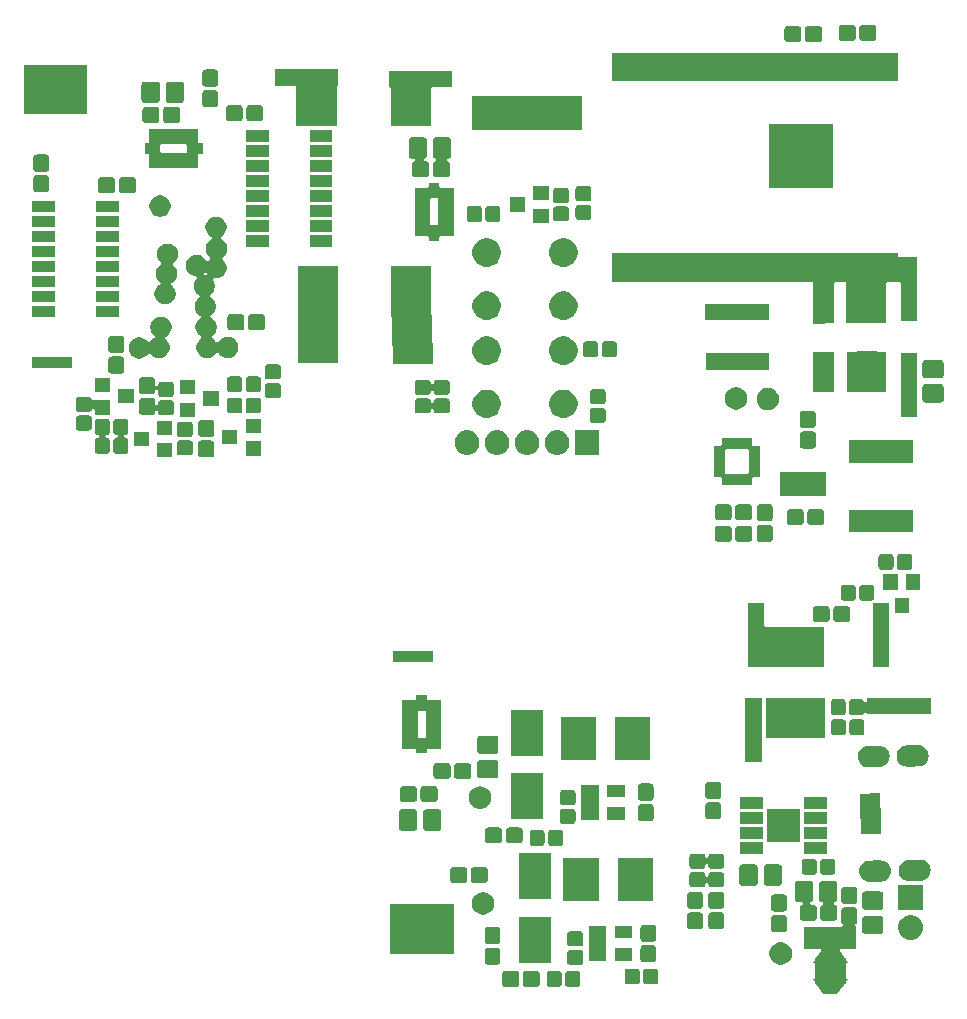
<source format=gts>
G04 #@! TF.GenerationSoftware,KiCad,Pcbnew,5.0.1+dfsg1-3*
G04 #@! TF.CreationDate,2018-12-09T22:02:06+08:00*
G04 #@! TF.ProjectId,magicbrush,6D6167696362727573682E6B69636164,rev?*
G04 #@! TF.SameCoordinates,Original*
G04 #@! TF.FileFunction,Soldermask,Top*
G04 #@! TF.FilePolarity,Negative*
%FSLAX46Y46*%
G04 Gerber Fmt 4.6, Leading zero omitted, Abs format (unit mm)*
G04 Created by KiCad (PCBNEW 5.0.1+dfsg1-3) date Sun 09 Dec 2018 10:02:06 PM CST*
%MOMM*%
%LPD*%
G01*
G04 APERTURE LIST*
%ADD10C,0.100000*%
G04 APERTURE END LIST*
D10*
G36*
X170753530Y-126055877D02*
X170805010Y-126071493D01*
X170852442Y-126096846D01*
X170894027Y-126130973D01*
X170928154Y-126172558D01*
X170953507Y-126219990D01*
X170969123Y-126271470D01*
X170975000Y-126331140D01*
X170975000Y-127218860D01*
X170969123Y-127278530D01*
X170953507Y-127330010D01*
X170928154Y-127377442D01*
X170894024Y-127419030D01*
X170858268Y-127448374D01*
X170840941Y-127465701D01*
X170827327Y-127486075D01*
X170817949Y-127508714D01*
X170813169Y-127532748D01*
X170813169Y-127557252D01*
X170817949Y-127581286D01*
X170827327Y-127603925D01*
X170840941Y-127624299D01*
X170858268Y-127641626D01*
X170878642Y-127655240D01*
X170900000Y-127664087D01*
X170900000Y-129570000D01*
X169616553Y-129570000D01*
X169592167Y-129572402D01*
X169568718Y-129579515D01*
X169547107Y-129591066D01*
X169528165Y-129606612D01*
X169512619Y-129625554D01*
X169501068Y-129647165D01*
X169493955Y-129670614D01*
X169491553Y-129695000D01*
X169493955Y-129719386D01*
X169501068Y-129742835D01*
X169514149Y-129766682D01*
X169836442Y-130227102D01*
X169859599Y-130260183D01*
X169875551Y-130278783D01*
X169894826Y-130293915D01*
X169916682Y-130304995D01*
X169940280Y-130311598D01*
X169962003Y-130313500D01*
X170000000Y-130313500D01*
X170000000Y-130421353D01*
X170002402Y-130445739D01*
X170009515Y-130469188D01*
X170022595Y-130493035D01*
X170184131Y-130723800D01*
X170125000Y-130723800D01*
X170100614Y-130726202D01*
X170077165Y-130733315D01*
X170055554Y-130744866D01*
X170036612Y-130760412D01*
X170021066Y-130779354D01*
X170009515Y-130800965D01*
X170002402Y-130824414D01*
X170000000Y-130848800D01*
X170000000Y-132017000D01*
X170002402Y-132041386D01*
X170009515Y-132064835D01*
X170021066Y-132086446D01*
X170036612Y-132105388D01*
X170055554Y-132120934D01*
X170077165Y-132132485D01*
X170100614Y-132139598D01*
X170125000Y-132142000D01*
X170185984Y-132142000D01*
X170026016Y-132368622D01*
X170022879Y-132373065D01*
X170010778Y-132394372D01*
X170003067Y-132417632D01*
X170000000Y-132445150D01*
X170000000Y-132553500D01*
X169960283Y-132553500D01*
X169935897Y-132555902D01*
X169912448Y-132563015D01*
X169890837Y-132574566D01*
X169871895Y-132590112D01*
X169858162Y-132606415D01*
X169303632Y-133392000D01*
X168096368Y-133392000D01*
X167541838Y-132606415D01*
X167525813Y-132587877D01*
X167506479Y-132572822D01*
X167484579Y-132561828D01*
X167460955Y-132555317D01*
X167439717Y-132553500D01*
X167400000Y-132553500D01*
X167400000Y-132445150D01*
X167397598Y-132420764D01*
X167390485Y-132397315D01*
X167377121Y-132373065D01*
X167373985Y-132368622D01*
X167214016Y-132142000D01*
X167275000Y-132142000D01*
X167299386Y-132139598D01*
X167322835Y-132132485D01*
X167344446Y-132120934D01*
X167363388Y-132105388D01*
X167378934Y-132086446D01*
X167390485Y-132064835D01*
X167397598Y-132041386D01*
X167400000Y-132017000D01*
X167400000Y-130848800D01*
X167397598Y-130824414D01*
X167390485Y-130800965D01*
X167378934Y-130779354D01*
X167363388Y-130760412D01*
X167344446Y-130744866D01*
X167322835Y-130733315D01*
X167299386Y-130726202D01*
X167275000Y-130723800D01*
X167215869Y-130723800D01*
X167333616Y-130555590D01*
X167377405Y-130493035D01*
X167389421Y-130471680D01*
X167397041Y-130448391D01*
X167400000Y-130421353D01*
X167400000Y-130313500D01*
X167437997Y-130313500D01*
X167462383Y-130311098D01*
X167485832Y-130303985D01*
X167507443Y-130292434D01*
X167526385Y-130276888D01*
X167540401Y-130260183D01*
X167563558Y-130227102D01*
X167885851Y-129766682D01*
X167897868Y-129745327D01*
X167905488Y-129722038D01*
X167908418Y-129697709D01*
X167906545Y-129673277D01*
X167899942Y-129649679D01*
X167888862Y-129627823D01*
X167873730Y-129608548D01*
X167855130Y-129592596D01*
X167833774Y-129580579D01*
X167810485Y-129572959D01*
X167783447Y-129570000D01*
X166500000Y-129570000D01*
X166500000Y-127670000D01*
X167875000Y-127670000D01*
X167899386Y-127667598D01*
X167903006Y-127666500D01*
X169496994Y-127666500D01*
X169500614Y-127667598D01*
X169525000Y-127670000D01*
X169662433Y-127670000D01*
X169686819Y-127667598D01*
X169710268Y-127660485D01*
X169731879Y-127648934D01*
X169750821Y-127633388D01*
X169766367Y-127614446D01*
X169777918Y-127592835D01*
X169785031Y-127569386D01*
X169787433Y-127545000D01*
X169785031Y-127520614D01*
X169777918Y-127497165D01*
X169766367Y-127475554D01*
X169750821Y-127456612D01*
X169741732Y-127448374D01*
X169705976Y-127419030D01*
X169671846Y-127377442D01*
X169646493Y-127330010D01*
X169630877Y-127278530D01*
X169625000Y-127218860D01*
X169625000Y-126331140D01*
X169630877Y-126271470D01*
X169646493Y-126219990D01*
X169671846Y-126172558D01*
X169705973Y-126130973D01*
X169747558Y-126096846D01*
X169794990Y-126071493D01*
X169846470Y-126055877D01*
X169906140Y-126050000D01*
X170693860Y-126050000D01*
X170753530Y-126055877D01*
X170753530Y-126055877D01*
G37*
G36*
X143878530Y-131430877D02*
X143930010Y-131446493D01*
X143977442Y-131471846D01*
X144019027Y-131505973D01*
X144053154Y-131547558D01*
X144078507Y-131594990D01*
X144094123Y-131646470D01*
X144100000Y-131706140D01*
X144100000Y-132493860D01*
X144094123Y-132553530D01*
X144078507Y-132605010D01*
X144053154Y-132652442D01*
X144019027Y-132694027D01*
X143977442Y-132728154D01*
X143930010Y-132753507D01*
X143878530Y-132769123D01*
X143818860Y-132775000D01*
X142931140Y-132775000D01*
X142871470Y-132769123D01*
X142819990Y-132753507D01*
X142772558Y-132728154D01*
X142730973Y-132694027D01*
X142696846Y-132652442D01*
X142671493Y-132605010D01*
X142655877Y-132553530D01*
X142650000Y-132493860D01*
X142650000Y-131706140D01*
X142655877Y-131646470D01*
X142671493Y-131594990D01*
X142696846Y-131547558D01*
X142730973Y-131505973D01*
X142772558Y-131471846D01*
X142819990Y-131446493D01*
X142871470Y-131430877D01*
X142931140Y-131425000D01*
X143818860Y-131425000D01*
X143878530Y-131430877D01*
X143878530Y-131430877D01*
G37*
G36*
X145743622Y-131430517D02*
X145791585Y-131445066D01*
X145835775Y-131468686D01*
X145874518Y-131500482D01*
X145906314Y-131539225D01*
X145929934Y-131583415D01*
X145944483Y-131631378D01*
X145950000Y-131687391D01*
X145950000Y-132512609D01*
X145944483Y-132568622D01*
X145929934Y-132616585D01*
X145906314Y-132660775D01*
X145874518Y-132699518D01*
X145835775Y-132731314D01*
X145791585Y-132754934D01*
X145743622Y-132769483D01*
X145687609Y-132775000D01*
X144937391Y-132775000D01*
X144881378Y-132769483D01*
X144833415Y-132754934D01*
X144789225Y-132731314D01*
X144750482Y-132699518D01*
X144718686Y-132660775D01*
X144695066Y-132616585D01*
X144680517Y-132568622D01*
X144675000Y-132512609D01*
X144675000Y-131687391D01*
X144680517Y-131631378D01*
X144695066Y-131583415D01*
X144718686Y-131539225D01*
X144750482Y-131500482D01*
X144789225Y-131468686D01*
X144833415Y-131445066D01*
X144881378Y-131430517D01*
X144937391Y-131425000D01*
X145687609Y-131425000D01*
X145743622Y-131430517D01*
X145743622Y-131430517D01*
G37*
G36*
X147318622Y-131430517D02*
X147366585Y-131445066D01*
X147410775Y-131468686D01*
X147449518Y-131500482D01*
X147481314Y-131539225D01*
X147504934Y-131583415D01*
X147519483Y-131631378D01*
X147525000Y-131687391D01*
X147525000Y-132512609D01*
X147519483Y-132568622D01*
X147504934Y-132616585D01*
X147481314Y-132660775D01*
X147449518Y-132699518D01*
X147410775Y-132731314D01*
X147366585Y-132754934D01*
X147318622Y-132769483D01*
X147262609Y-132775000D01*
X146512391Y-132775000D01*
X146456378Y-132769483D01*
X146408415Y-132754934D01*
X146364225Y-132731314D01*
X146325482Y-132699518D01*
X146293686Y-132660775D01*
X146270066Y-132616585D01*
X146255517Y-132568622D01*
X146250000Y-132512609D01*
X146250000Y-131687391D01*
X146255517Y-131631378D01*
X146270066Y-131583415D01*
X146293686Y-131539225D01*
X146325482Y-131500482D01*
X146364225Y-131468686D01*
X146408415Y-131445066D01*
X146456378Y-131430517D01*
X146512391Y-131425000D01*
X147262609Y-131425000D01*
X147318622Y-131430517D01*
X147318622Y-131430517D01*
G37*
G36*
X142128530Y-131430877D02*
X142180010Y-131446493D01*
X142227442Y-131471846D01*
X142269027Y-131505973D01*
X142303154Y-131547558D01*
X142328507Y-131594990D01*
X142344123Y-131646470D01*
X142350000Y-131706140D01*
X142350000Y-132493860D01*
X142344123Y-132553530D01*
X142328507Y-132605010D01*
X142303154Y-132652442D01*
X142269027Y-132694027D01*
X142227442Y-132728154D01*
X142180010Y-132753507D01*
X142128530Y-132769123D01*
X142068860Y-132775000D01*
X141181140Y-132775000D01*
X141121470Y-132769123D01*
X141069990Y-132753507D01*
X141022558Y-132728154D01*
X140980973Y-132694027D01*
X140946846Y-132652442D01*
X140921493Y-132605010D01*
X140905877Y-132553530D01*
X140900000Y-132493860D01*
X140900000Y-131706140D01*
X140905877Y-131646470D01*
X140921493Y-131594990D01*
X140946846Y-131547558D01*
X140980973Y-131505973D01*
X141022558Y-131471846D01*
X141069990Y-131446493D01*
X141121470Y-131430877D01*
X141181140Y-131425000D01*
X142068860Y-131425000D01*
X142128530Y-131430877D01*
X142128530Y-131430877D01*
G37*
G36*
X153918622Y-131230517D02*
X153966585Y-131245066D01*
X154010775Y-131268686D01*
X154049518Y-131300482D01*
X154081314Y-131339225D01*
X154104934Y-131383415D01*
X154119483Y-131431378D01*
X154125000Y-131487391D01*
X154125000Y-132312609D01*
X154119483Y-132368622D01*
X154104934Y-132416585D01*
X154081314Y-132460775D01*
X154049518Y-132499518D01*
X154010775Y-132531314D01*
X153966585Y-132554934D01*
X153918622Y-132569483D01*
X153862609Y-132575000D01*
X153112391Y-132575000D01*
X153056378Y-132569483D01*
X153008415Y-132554934D01*
X152964225Y-132531314D01*
X152925482Y-132499518D01*
X152893686Y-132460775D01*
X152870066Y-132416585D01*
X152855517Y-132368622D01*
X152850000Y-132312609D01*
X152850000Y-131487391D01*
X152855517Y-131431378D01*
X152870066Y-131383415D01*
X152893686Y-131339225D01*
X152925482Y-131300482D01*
X152964225Y-131268686D01*
X153008415Y-131245066D01*
X153056378Y-131230517D01*
X153112391Y-131225000D01*
X153862609Y-131225000D01*
X153918622Y-131230517D01*
X153918622Y-131230517D01*
G37*
G36*
X152343622Y-131230517D02*
X152391585Y-131245066D01*
X152435775Y-131268686D01*
X152474518Y-131300482D01*
X152506314Y-131339225D01*
X152529934Y-131383415D01*
X152544483Y-131431378D01*
X152550000Y-131487391D01*
X152550000Y-132312609D01*
X152544483Y-132368622D01*
X152529934Y-132416585D01*
X152506314Y-132460775D01*
X152474518Y-132499518D01*
X152435775Y-132531314D01*
X152391585Y-132554934D01*
X152343622Y-132569483D01*
X152287609Y-132575000D01*
X151537391Y-132575000D01*
X151481378Y-132569483D01*
X151433415Y-132554934D01*
X151389225Y-132531314D01*
X151350482Y-132499518D01*
X151318686Y-132460775D01*
X151295066Y-132416585D01*
X151280517Y-132368622D01*
X151275000Y-132312609D01*
X151275000Y-131487391D01*
X151280517Y-131431378D01*
X151295066Y-131383415D01*
X151318686Y-131339225D01*
X151350482Y-131300482D01*
X151389225Y-131268686D01*
X151433415Y-131245066D01*
X151481378Y-131230517D01*
X151537391Y-131225000D01*
X152287609Y-131225000D01*
X152343622Y-131230517D01*
X152343622Y-131230517D01*
G37*
G36*
X147568622Y-129655517D02*
X147616585Y-129670066D01*
X147660775Y-129693686D01*
X147699518Y-129725482D01*
X147731314Y-129764225D01*
X147754934Y-129808415D01*
X147769483Y-129856378D01*
X147775000Y-129912391D01*
X147775000Y-130662609D01*
X147769483Y-130718622D01*
X147754934Y-130766585D01*
X147731314Y-130810775D01*
X147699518Y-130849518D01*
X147660775Y-130881314D01*
X147616585Y-130904934D01*
X147568622Y-130919483D01*
X147512609Y-130925000D01*
X146687391Y-130925000D01*
X146631378Y-130919483D01*
X146583415Y-130904934D01*
X146539225Y-130881314D01*
X146500482Y-130849518D01*
X146468686Y-130810775D01*
X146445066Y-130766585D01*
X146430517Y-130718622D01*
X146425000Y-130662609D01*
X146425000Y-129912391D01*
X146430517Y-129856378D01*
X146445066Y-129808415D01*
X146468686Y-129764225D01*
X146500482Y-129725482D01*
X146539225Y-129693686D01*
X146583415Y-129670066D01*
X146631378Y-129655517D01*
X146687391Y-129650000D01*
X147512609Y-129650000D01*
X147568622Y-129655517D01*
X147568622Y-129655517D01*
G37*
G36*
X164639452Y-129009127D02*
X164777105Y-129036508D01*
X164949994Y-129108121D01*
X165105590Y-129212087D01*
X165237913Y-129344410D01*
X165341879Y-129500006D01*
X165413492Y-129672895D01*
X165450000Y-129856433D01*
X165450000Y-130043567D01*
X165413492Y-130227105D01*
X165341879Y-130399994D01*
X165237913Y-130555590D01*
X165105590Y-130687913D01*
X164949994Y-130791879D01*
X164777105Y-130863492D01*
X164639451Y-130890873D01*
X164593568Y-130900000D01*
X164406432Y-130900000D01*
X164360549Y-130890873D01*
X164222895Y-130863492D01*
X164050006Y-130791879D01*
X163894410Y-130687913D01*
X163762087Y-130555590D01*
X163658121Y-130399994D01*
X163586508Y-130227105D01*
X163550000Y-130043567D01*
X163550000Y-129856433D01*
X163586508Y-129672895D01*
X163658121Y-129500006D01*
X163762087Y-129344410D01*
X163894410Y-129212087D01*
X164050006Y-129108121D01*
X164222895Y-129036508D01*
X164360548Y-129009127D01*
X164406432Y-129000000D01*
X164593568Y-129000000D01*
X164639452Y-129009127D01*
X164639452Y-129009127D01*
G37*
G36*
X140553530Y-129455877D02*
X140605010Y-129471493D01*
X140652442Y-129496846D01*
X140694027Y-129530973D01*
X140728154Y-129572558D01*
X140753507Y-129619990D01*
X140769123Y-129671470D01*
X140775000Y-129731140D01*
X140775000Y-130618860D01*
X140769123Y-130678530D01*
X140753507Y-130730010D01*
X140728154Y-130777442D01*
X140694027Y-130819027D01*
X140652442Y-130853154D01*
X140605010Y-130878507D01*
X140553530Y-130894123D01*
X140493860Y-130900000D01*
X139706140Y-130900000D01*
X139646470Y-130894123D01*
X139594990Y-130878507D01*
X139547558Y-130853154D01*
X139505973Y-130819027D01*
X139471846Y-130777442D01*
X139446493Y-130730010D01*
X139430877Y-130678530D01*
X139425000Y-130618860D01*
X139425000Y-129731140D01*
X139430877Y-129671470D01*
X139446493Y-129619990D01*
X139471846Y-129572558D01*
X139505973Y-129530973D01*
X139547558Y-129496846D01*
X139594990Y-129471493D01*
X139646470Y-129455877D01*
X139706140Y-129450000D01*
X140493860Y-129450000D01*
X140553530Y-129455877D01*
X140553530Y-129455877D01*
G37*
G36*
X145050000Y-130750000D02*
X142350000Y-130750000D01*
X142350000Y-126850000D01*
X145050000Y-126850000D01*
X145050000Y-130750000D01*
X145050000Y-130750000D01*
G37*
G36*
X153753530Y-129255877D02*
X153805010Y-129271493D01*
X153852442Y-129296846D01*
X153894027Y-129330973D01*
X153928154Y-129372558D01*
X153953507Y-129419990D01*
X153969123Y-129471470D01*
X153975000Y-129531140D01*
X153975000Y-130418860D01*
X153969123Y-130478530D01*
X153953507Y-130530010D01*
X153928154Y-130577442D01*
X153894027Y-130619027D01*
X153852442Y-130653154D01*
X153805010Y-130678507D01*
X153753530Y-130694123D01*
X153693860Y-130700000D01*
X152906140Y-130700000D01*
X152846470Y-130694123D01*
X152794990Y-130678507D01*
X152747558Y-130653154D01*
X152705973Y-130619027D01*
X152671846Y-130577442D01*
X152646493Y-130530010D01*
X152630877Y-130478530D01*
X152625000Y-130418860D01*
X152625000Y-129531140D01*
X152630877Y-129471470D01*
X152646493Y-129419990D01*
X152671846Y-129372558D01*
X152705973Y-129330973D01*
X152747558Y-129296846D01*
X152794990Y-129271493D01*
X152846470Y-129255877D01*
X152906140Y-129250000D01*
X153693860Y-129250000D01*
X153753530Y-129255877D01*
X153753530Y-129255877D01*
G37*
G36*
X149730000Y-130575000D02*
X148270000Y-130575000D01*
X148270000Y-127625000D01*
X149730000Y-127625000D01*
X149730000Y-130575000D01*
X149730000Y-130575000D01*
G37*
G36*
X151930000Y-130575000D02*
X150470000Y-130575000D01*
X150470000Y-129525000D01*
X151930000Y-129525000D01*
X151930000Y-130575000D01*
X151930000Y-130575000D01*
G37*
G36*
X136800000Y-130000000D02*
X131400000Y-130000000D01*
X131400000Y-125800000D01*
X136800000Y-125800000D01*
X136800000Y-130000000D01*
X136800000Y-130000000D01*
G37*
G36*
X147568622Y-128080517D02*
X147616585Y-128095066D01*
X147660775Y-128118686D01*
X147699518Y-128150482D01*
X147731314Y-128189225D01*
X147754934Y-128233415D01*
X147769483Y-128281378D01*
X147775000Y-128337391D01*
X147775000Y-129087609D01*
X147769483Y-129143622D01*
X147754934Y-129191585D01*
X147731314Y-129235775D01*
X147699518Y-129274518D01*
X147660775Y-129306314D01*
X147616585Y-129329934D01*
X147568622Y-129344483D01*
X147512609Y-129350000D01*
X146687391Y-129350000D01*
X146631378Y-129344483D01*
X146583415Y-129329934D01*
X146539225Y-129306314D01*
X146500482Y-129274518D01*
X146468686Y-129235775D01*
X146445066Y-129191585D01*
X146430517Y-129143622D01*
X146425000Y-129087609D01*
X146425000Y-128337391D01*
X146430517Y-128281378D01*
X146445066Y-128233415D01*
X146468686Y-128189225D01*
X146500482Y-128150482D01*
X146539225Y-128118686D01*
X146583415Y-128095066D01*
X146631378Y-128080517D01*
X146687391Y-128075000D01*
X147512609Y-128075000D01*
X147568622Y-128080517D01*
X147568622Y-128080517D01*
G37*
G36*
X140553530Y-127705877D02*
X140605010Y-127721493D01*
X140652442Y-127746846D01*
X140694027Y-127780973D01*
X140728154Y-127822558D01*
X140753507Y-127869990D01*
X140769123Y-127921470D01*
X140775000Y-127981140D01*
X140775000Y-128868860D01*
X140769123Y-128928530D01*
X140753507Y-128980010D01*
X140728154Y-129027442D01*
X140694027Y-129069027D01*
X140652442Y-129103154D01*
X140605010Y-129128507D01*
X140553530Y-129144123D01*
X140493860Y-129150000D01*
X139706140Y-129150000D01*
X139646470Y-129144123D01*
X139594990Y-129128507D01*
X139547558Y-129103154D01*
X139505973Y-129069027D01*
X139471846Y-129027442D01*
X139446493Y-128980010D01*
X139430877Y-128928530D01*
X139425000Y-128868860D01*
X139425000Y-127981140D01*
X139430877Y-127921470D01*
X139446493Y-127869990D01*
X139471846Y-127822558D01*
X139505973Y-127780973D01*
X139547558Y-127746846D01*
X139594990Y-127721493D01*
X139646470Y-127705877D01*
X139706140Y-127700000D01*
X140493860Y-127700000D01*
X140553530Y-127705877D01*
X140553530Y-127705877D01*
G37*
G36*
X153753530Y-127505877D02*
X153805010Y-127521493D01*
X153852442Y-127546846D01*
X153894027Y-127580973D01*
X153928154Y-127622558D01*
X153953507Y-127669990D01*
X153969123Y-127721470D01*
X153975000Y-127781140D01*
X153975000Y-128668860D01*
X153969123Y-128728530D01*
X153953507Y-128780010D01*
X153928154Y-128827442D01*
X153894027Y-128869027D01*
X153852442Y-128903154D01*
X153805010Y-128928507D01*
X153753530Y-128944123D01*
X153693860Y-128950000D01*
X152906140Y-128950000D01*
X152846470Y-128944123D01*
X152794990Y-128928507D01*
X152747558Y-128903154D01*
X152705973Y-128869027D01*
X152671846Y-128827442D01*
X152646493Y-128780010D01*
X152630877Y-128728530D01*
X152625000Y-128668860D01*
X152625000Y-127781140D01*
X152630877Y-127721470D01*
X152646493Y-127669990D01*
X152671846Y-127622558D01*
X152705973Y-127580973D01*
X152747558Y-127546846D01*
X152794990Y-127521493D01*
X152846470Y-127505877D01*
X152906140Y-127500000D01*
X153693860Y-127500000D01*
X153753530Y-127505877D01*
X153753530Y-127505877D01*
G37*
G36*
X175628707Y-126697596D02*
X175705836Y-126705193D01*
X175825122Y-126741378D01*
X175903763Y-126765233D01*
X176086172Y-126862733D01*
X176246054Y-126993946D01*
X176377267Y-127153828D01*
X176474767Y-127336237D01*
X176474767Y-127336238D01*
X176534807Y-127534164D01*
X176555080Y-127740000D01*
X176534807Y-127945836D01*
X176518375Y-128000005D01*
X176474767Y-128143763D01*
X176377267Y-128326172D01*
X176246054Y-128486054D01*
X176086172Y-128617267D01*
X175903763Y-128714767D01*
X175837787Y-128734780D01*
X175705836Y-128774807D01*
X175628707Y-128782403D01*
X175551580Y-128790000D01*
X175448420Y-128790000D01*
X175371293Y-128782403D01*
X175294164Y-128774807D01*
X175162213Y-128734780D01*
X175096237Y-128714767D01*
X174913828Y-128617267D01*
X174753946Y-128486054D01*
X174622733Y-128326172D01*
X174525233Y-128143763D01*
X174481625Y-128000005D01*
X174465193Y-127945836D01*
X174444920Y-127740000D01*
X174465193Y-127534164D01*
X174525233Y-127336238D01*
X174525233Y-127336237D01*
X174622733Y-127153828D01*
X174753946Y-126993946D01*
X174913828Y-126862733D01*
X175096237Y-126765233D01*
X175174878Y-126741378D01*
X175294164Y-126705193D01*
X175371293Y-126697596D01*
X175448420Y-126690000D01*
X175551580Y-126690000D01*
X175628707Y-126697596D01*
X175628707Y-126697596D01*
G37*
G36*
X151930000Y-128675000D02*
X150470000Y-128675000D01*
X150470000Y-127625000D01*
X151930000Y-127625000D01*
X151930000Y-128675000D01*
X151930000Y-128675000D01*
G37*
G36*
X172985530Y-126755710D02*
X173035379Y-126770831D01*
X173081311Y-126795382D01*
X173121574Y-126828426D01*
X173154618Y-126868689D01*
X173179169Y-126914621D01*
X173194290Y-126964470D01*
X173200000Y-127022444D01*
X173200000Y-128027552D01*
X173194290Y-128085530D01*
X173179169Y-128135379D01*
X173154618Y-128181311D01*
X173121574Y-128221574D01*
X173081311Y-128254618D01*
X173035379Y-128279169D01*
X172985530Y-128294290D01*
X172927556Y-128300000D01*
X171672444Y-128300000D01*
X171614470Y-128294290D01*
X171564621Y-128279169D01*
X171518689Y-128254618D01*
X171478426Y-128221574D01*
X171445382Y-128181311D01*
X171420831Y-128135379D01*
X171405710Y-128085530D01*
X171400000Y-128027552D01*
X171400000Y-127022444D01*
X171405710Y-126964470D01*
X171420831Y-126914621D01*
X171445382Y-126868689D01*
X171478426Y-126828426D01*
X171518689Y-126795382D01*
X171564621Y-126770831D01*
X171614470Y-126755710D01*
X171672444Y-126750000D01*
X172927556Y-126750000D01*
X172985530Y-126755710D01*
X172985530Y-126755710D01*
G37*
G36*
X164803530Y-126705877D02*
X164855010Y-126721493D01*
X164902442Y-126746846D01*
X164944027Y-126780973D01*
X164978154Y-126822558D01*
X165003507Y-126869990D01*
X165019123Y-126921470D01*
X165025000Y-126981140D01*
X165025000Y-127868860D01*
X165019123Y-127928530D01*
X165003507Y-127980010D01*
X164978154Y-128027442D01*
X164944027Y-128069027D01*
X164902442Y-128103154D01*
X164855010Y-128128507D01*
X164803530Y-128144123D01*
X164743860Y-128150000D01*
X163956140Y-128150000D01*
X163896470Y-128144123D01*
X163844990Y-128128507D01*
X163797558Y-128103154D01*
X163755973Y-128069027D01*
X163721846Y-128027442D01*
X163696493Y-127980010D01*
X163680877Y-127928530D01*
X163675000Y-127868860D01*
X163675000Y-126981140D01*
X163680877Y-126921470D01*
X163696493Y-126869990D01*
X163721846Y-126822558D01*
X163755973Y-126780973D01*
X163797558Y-126746846D01*
X163844990Y-126721493D01*
X163896470Y-126705877D01*
X163956140Y-126700000D01*
X164743860Y-126700000D01*
X164803530Y-126705877D01*
X164803530Y-126705877D01*
G37*
G36*
X157702212Y-126466115D02*
X157753692Y-126481731D01*
X157801124Y-126507084D01*
X157842709Y-126541211D01*
X157876836Y-126582796D01*
X157902189Y-126630228D01*
X157917805Y-126681708D01*
X157923682Y-126741378D01*
X157923682Y-127629098D01*
X157917805Y-127688768D01*
X157902189Y-127740248D01*
X157876836Y-127787680D01*
X157842709Y-127829265D01*
X157801124Y-127863392D01*
X157753692Y-127888745D01*
X157702212Y-127904361D01*
X157642542Y-127910238D01*
X156854822Y-127910238D01*
X156795152Y-127904361D01*
X156743672Y-127888745D01*
X156696240Y-127863392D01*
X156654655Y-127829265D01*
X156620528Y-127787680D01*
X156595175Y-127740248D01*
X156579559Y-127688768D01*
X156573682Y-127629098D01*
X156573682Y-126741378D01*
X156579559Y-126681708D01*
X156595175Y-126630228D01*
X156620528Y-126582796D01*
X156654655Y-126541211D01*
X156696240Y-126507084D01*
X156743672Y-126481731D01*
X156795152Y-126466115D01*
X156854822Y-126460238D01*
X157642542Y-126460238D01*
X157702212Y-126466115D01*
X157702212Y-126466115D01*
G37*
G36*
X159502212Y-126466115D02*
X159553692Y-126481731D01*
X159601124Y-126507084D01*
X159642709Y-126541211D01*
X159676836Y-126582796D01*
X159702189Y-126630228D01*
X159717805Y-126681708D01*
X159723682Y-126741378D01*
X159723682Y-127629098D01*
X159717805Y-127688768D01*
X159702189Y-127740248D01*
X159676836Y-127787680D01*
X159642709Y-127829265D01*
X159601124Y-127863392D01*
X159553692Y-127888745D01*
X159502212Y-127904361D01*
X159442542Y-127910238D01*
X158654822Y-127910238D01*
X158595152Y-127904361D01*
X158543672Y-127888745D01*
X158496240Y-127863392D01*
X158454655Y-127829265D01*
X158420528Y-127787680D01*
X158395175Y-127740248D01*
X158379559Y-127688768D01*
X158373682Y-127629098D01*
X158373682Y-126741378D01*
X158379559Y-126681708D01*
X158395175Y-126630228D01*
X158420528Y-126582796D01*
X158454655Y-126541211D01*
X158496240Y-126507084D01*
X158543672Y-126481731D01*
X158595152Y-126466115D01*
X158654822Y-126460238D01*
X159442542Y-126460238D01*
X159502212Y-126466115D01*
X159502212Y-126466115D01*
G37*
G36*
X167035530Y-123805710D02*
X167085379Y-123820831D01*
X167131311Y-123845382D01*
X167171574Y-123878426D01*
X167204618Y-123918689D01*
X167229169Y-123964621D01*
X167244290Y-124014470D01*
X167250000Y-124072444D01*
X167250000Y-125327556D01*
X167244290Y-125385530D01*
X167229169Y-125435379D01*
X167204618Y-125481311D01*
X167171574Y-125521574D01*
X167131311Y-125554618D01*
X167085378Y-125579169D01*
X167081380Y-125580382D01*
X167058741Y-125589759D01*
X167038366Y-125603373D01*
X167021039Y-125620700D01*
X167007425Y-125641074D01*
X166998047Y-125663713D01*
X166993266Y-125687746D01*
X166993266Y-125712251D01*
X166998046Y-125736284D01*
X167007423Y-125758923D01*
X167021037Y-125779298D01*
X167038364Y-125796625D01*
X167058738Y-125810239D01*
X167081377Y-125819617D01*
X167105410Y-125824398D01*
X167117664Y-125825000D01*
X167268860Y-125825000D01*
X167328530Y-125830877D01*
X167380010Y-125846493D01*
X167427442Y-125871846D01*
X167469027Y-125905973D01*
X167503154Y-125947558D01*
X167528507Y-125994990D01*
X167544123Y-126046470D01*
X167550000Y-126106140D01*
X167550000Y-126893860D01*
X167544123Y-126953530D01*
X167528507Y-127005010D01*
X167503154Y-127052442D01*
X167469027Y-127094027D01*
X167427442Y-127128154D01*
X167380010Y-127153507D01*
X167328530Y-127169123D01*
X167268860Y-127175000D01*
X166381140Y-127175000D01*
X166321470Y-127169123D01*
X166269990Y-127153507D01*
X166222558Y-127128154D01*
X166180973Y-127094027D01*
X166146846Y-127052442D01*
X166121493Y-127005010D01*
X166105877Y-126953530D01*
X166100000Y-126893860D01*
X166100000Y-126106140D01*
X166105877Y-126046470D01*
X166121493Y-125994990D01*
X166146846Y-125947558D01*
X166180973Y-125905973D01*
X166222558Y-125871846D01*
X166269990Y-125846493D01*
X166276172Y-125844618D01*
X166298811Y-125835240D01*
X166319186Y-125821627D01*
X166336513Y-125804300D01*
X166350127Y-125783925D01*
X166359504Y-125761286D01*
X166364285Y-125737253D01*
X166364285Y-125712749D01*
X166359505Y-125688715D01*
X166350127Y-125666076D01*
X166336514Y-125645701D01*
X166319187Y-125628374D01*
X166298812Y-125614760D01*
X166276173Y-125605383D01*
X166252140Y-125600602D01*
X166239887Y-125600000D01*
X165972444Y-125600000D01*
X165914470Y-125594290D01*
X165864621Y-125579169D01*
X165818689Y-125554618D01*
X165778426Y-125521574D01*
X165745382Y-125481311D01*
X165720831Y-125435379D01*
X165705710Y-125385530D01*
X165700000Y-125327556D01*
X165700000Y-124072444D01*
X165705710Y-124014470D01*
X165720831Y-123964621D01*
X165745382Y-123918689D01*
X165778426Y-123878426D01*
X165818689Y-123845382D01*
X165864621Y-123820831D01*
X165914470Y-123805710D01*
X165972444Y-123800000D01*
X166977556Y-123800000D01*
X167035530Y-123805710D01*
X167035530Y-123805710D01*
G37*
G36*
X169085530Y-123805710D02*
X169135379Y-123820831D01*
X169181311Y-123845382D01*
X169221574Y-123878426D01*
X169254618Y-123918689D01*
X169279169Y-123964621D01*
X169294290Y-124014470D01*
X169300000Y-124072444D01*
X169300000Y-125327556D01*
X169294290Y-125385530D01*
X169279169Y-125435379D01*
X169254618Y-125481311D01*
X169221574Y-125521574D01*
X169181311Y-125554618D01*
X169135378Y-125579169D01*
X169086397Y-125594027D01*
X169063757Y-125603404D01*
X169043383Y-125617018D01*
X169026055Y-125634345D01*
X169012441Y-125654719D01*
X169003064Y-125677358D01*
X168998283Y-125701392D01*
X168998283Y-125725896D01*
X169003063Y-125749929D01*
X169012440Y-125772569D01*
X169026054Y-125792943D01*
X169043381Y-125810271D01*
X169063755Y-125823885D01*
X169086395Y-125833263D01*
X169130011Y-125846494D01*
X169177442Y-125871846D01*
X169219027Y-125905973D01*
X169253154Y-125947558D01*
X169278507Y-125994990D01*
X169294123Y-126046470D01*
X169300000Y-126106140D01*
X169300000Y-126893860D01*
X169294123Y-126953530D01*
X169278507Y-127005010D01*
X169253154Y-127052442D01*
X169219027Y-127094027D01*
X169177442Y-127128154D01*
X169130010Y-127153507D01*
X169078530Y-127169123D01*
X169018860Y-127175000D01*
X168131140Y-127175000D01*
X168071470Y-127169123D01*
X168019990Y-127153507D01*
X167972558Y-127128154D01*
X167930973Y-127094027D01*
X167896846Y-127052442D01*
X167871493Y-127005010D01*
X167855877Y-126953530D01*
X167850000Y-126893860D01*
X167850000Y-126106140D01*
X167855877Y-126046470D01*
X167871493Y-125994990D01*
X167896846Y-125947558D01*
X167930973Y-125905973D01*
X167972558Y-125871846D01*
X168019991Y-125846493D01*
X168032646Y-125842654D01*
X168055285Y-125833277D01*
X168075660Y-125819663D01*
X168092987Y-125802336D01*
X168106602Y-125781962D01*
X168115979Y-125759323D01*
X168120760Y-125735289D01*
X168120760Y-125710785D01*
X168115980Y-125686752D01*
X168106603Y-125664113D01*
X168092989Y-125643738D01*
X168075662Y-125626411D01*
X168055288Y-125612796D01*
X168032649Y-125603419D01*
X168008615Y-125598638D01*
X167964470Y-125594290D01*
X167914621Y-125579169D01*
X167868689Y-125554618D01*
X167828426Y-125521574D01*
X167795382Y-125481311D01*
X167770831Y-125435379D01*
X167755710Y-125385530D01*
X167750000Y-125327556D01*
X167750000Y-124072444D01*
X167755710Y-124014470D01*
X167770831Y-123964621D01*
X167795382Y-123918689D01*
X167828426Y-123878426D01*
X167868689Y-123845382D01*
X167914621Y-123820831D01*
X167964470Y-123805710D01*
X168022444Y-123800000D01*
X169027556Y-123800000D01*
X169085530Y-123805710D01*
X169085530Y-123805710D01*
G37*
G36*
X139427688Y-124756787D02*
X139577105Y-124786508D01*
X139749994Y-124858121D01*
X139905590Y-124962087D01*
X140037913Y-125094410D01*
X140141879Y-125250006D01*
X140213492Y-125422895D01*
X140228829Y-125500000D01*
X140250000Y-125606432D01*
X140250000Y-125793568D01*
X140248256Y-125802336D01*
X140213492Y-125977105D01*
X140141879Y-126149994D01*
X140037913Y-126305590D01*
X139905590Y-126437913D01*
X139749994Y-126541879D01*
X139577105Y-126613492D01*
X139439452Y-126640873D01*
X139393568Y-126650000D01*
X139206432Y-126650000D01*
X139160548Y-126640873D01*
X139022895Y-126613492D01*
X138850006Y-126541879D01*
X138694410Y-126437913D01*
X138562087Y-126305590D01*
X138458121Y-126149994D01*
X138386508Y-125977105D01*
X138351744Y-125802336D01*
X138350000Y-125793568D01*
X138350000Y-125606432D01*
X138371171Y-125500000D01*
X138386508Y-125422895D01*
X138458121Y-125250006D01*
X138562087Y-125094410D01*
X138694410Y-124962087D01*
X138850006Y-124858121D01*
X139022895Y-124786508D01*
X139172312Y-124756787D01*
X139206432Y-124750000D01*
X139393568Y-124750000D01*
X139427688Y-124756787D01*
X139427688Y-124756787D01*
G37*
G36*
X164803530Y-124955877D02*
X164855010Y-124971493D01*
X164902442Y-124996846D01*
X164944027Y-125030973D01*
X164978154Y-125072558D01*
X165003507Y-125119990D01*
X165019123Y-125171470D01*
X165025000Y-125231140D01*
X165025000Y-126118860D01*
X165019123Y-126178530D01*
X165003507Y-126230010D01*
X164978154Y-126277442D01*
X164944027Y-126319027D01*
X164902442Y-126353154D01*
X164855010Y-126378507D01*
X164803530Y-126394123D01*
X164743860Y-126400000D01*
X163956140Y-126400000D01*
X163896470Y-126394123D01*
X163844990Y-126378507D01*
X163797558Y-126353154D01*
X163755973Y-126319027D01*
X163721846Y-126277442D01*
X163696493Y-126230010D01*
X163680877Y-126178530D01*
X163675000Y-126118860D01*
X163675000Y-125231140D01*
X163680877Y-125171470D01*
X163696493Y-125119990D01*
X163721846Y-125072558D01*
X163755973Y-125030973D01*
X163797558Y-124996846D01*
X163844990Y-124971493D01*
X163896470Y-124955877D01*
X163956140Y-124950000D01*
X164743860Y-124950000D01*
X164803530Y-124955877D01*
X164803530Y-124955877D01*
G37*
G36*
X176550000Y-126250000D02*
X174450000Y-126250000D01*
X174450000Y-124150000D01*
X176550000Y-124150000D01*
X176550000Y-126250000D01*
X176550000Y-126250000D01*
G37*
G36*
X172985530Y-124705710D02*
X173035379Y-124720831D01*
X173081311Y-124745382D01*
X173121574Y-124778426D01*
X173154618Y-124818689D01*
X173179169Y-124864621D01*
X173194290Y-124914470D01*
X173200000Y-124972444D01*
X173200000Y-125977556D01*
X173194290Y-126035530D01*
X173179169Y-126085379D01*
X173154618Y-126131311D01*
X173121574Y-126171574D01*
X173081311Y-126204618D01*
X173035379Y-126229169D01*
X172985530Y-126244290D01*
X172927556Y-126250000D01*
X171672444Y-126250000D01*
X171614470Y-126244290D01*
X171564621Y-126229169D01*
X171518689Y-126204618D01*
X171478426Y-126171574D01*
X171445382Y-126131311D01*
X171420831Y-126085379D01*
X171405710Y-126035530D01*
X171400000Y-125977556D01*
X171400000Y-124972444D01*
X171405710Y-124914470D01*
X171420831Y-124864621D01*
X171445382Y-124818689D01*
X171478426Y-124778426D01*
X171518689Y-124745382D01*
X171564621Y-124720831D01*
X171614470Y-124705710D01*
X171672444Y-124700000D01*
X172927556Y-124700000D01*
X172985530Y-124705710D01*
X172985530Y-124705710D01*
G37*
G36*
X159502212Y-124716115D02*
X159553692Y-124731731D01*
X159601124Y-124757084D01*
X159642709Y-124791211D01*
X159676836Y-124832796D01*
X159702189Y-124880228D01*
X159717805Y-124931708D01*
X159723682Y-124991378D01*
X159723682Y-125879098D01*
X159717805Y-125938768D01*
X159702189Y-125990248D01*
X159676836Y-126037680D01*
X159642709Y-126079265D01*
X159601124Y-126113392D01*
X159553692Y-126138745D01*
X159502212Y-126154361D01*
X159442542Y-126160238D01*
X158654822Y-126160238D01*
X158595152Y-126154361D01*
X158543672Y-126138745D01*
X158496240Y-126113392D01*
X158454655Y-126079265D01*
X158420528Y-126037680D01*
X158395175Y-125990248D01*
X158379559Y-125938768D01*
X158373682Y-125879098D01*
X158373682Y-124991378D01*
X158379559Y-124931708D01*
X158395175Y-124880228D01*
X158420528Y-124832796D01*
X158454655Y-124791211D01*
X158496240Y-124757084D01*
X158543672Y-124731731D01*
X158595152Y-124716115D01*
X158654822Y-124710238D01*
X159442542Y-124710238D01*
X159502212Y-124716115D01*
X159502212Y-124716115D01*
G37*
G36*
X157702212Y-124716115D02*
X157753692Y-124731731D01*
X157801124Y-124757084D01*
X157842709Y-124791211D01*
X157876836Y-124832796D01*
X157902189Y-124880228D01*
X157917805Y-124931708D01*
X157923682Y-124991378D01*
X157923682Y-125879098D01*
X157917805Y-125938768D01*
X157902189Y-125990248D01*
X157876836Y-126037680D01*
X157842709Y-126079265D01*
X157801124Y-126113392D01*
X157753692Y-126138745D01*
X157702212Y-126154361D01*
X157642542Y-126160238D01*
X156854822Y-126160238D01*
X156795152Y-126154361D01*
X156743672Y-126138745D01*
X156696240Y-126113392D01*
X156654655Y-126079265D01*
X156620528Y-126037680D01*
X156595175Y-125990248D01*
X156579559Y-125938768D01*
X156573682Y-125879098D01*
X156573682Y-124991378D01*
X156579559Y-124931708D01*
X156595175Y-124880228D01*
X156620528Y-124832796D01*
X156654655Y-124791211D01*
X156696240Y-124757084D01*
X156743672Y-124731731D01*
X156795152Y-124716115D01*
X156854822Y-124710238D01*
X157642542Y-124710238D01*
X157702212Y-124716115D01*
X157702212Y-124716115D01*
G37*
G36*
X170753530Y-124305877D02*
X170805010Y-124321493D01*
X170852442Y-124346846D01*
X170894027Y-124380973D01*
X170928154Y-124422558D01*
X170953507Y-124469990D01*
X170969123Y-124521470D01*
X170975000Y-124581140D01*
X170975000Y-125468860D01*
X170969123Y-125528530D01*
X170953507Y-125580010D01*
X170928154Y-125627442D01*
X170894027Y-125669027D01*
X170852442Y-125703154D01*
X170805010Y-125728507D01*
X170753530Y-125744123D01*
X170693860Y-125750000D01*
X169906140Y-125750000D01*
X169846470Y-125744123D01*
X169794990Y-125728507D01*
X169747558Y-125703154D01*
X169705973Y-125669027D01*
X169671846Y-125627442D01*
X169646493Y-125580010D01*
X169630877Y-125528530D01*
X169625000Y-125468860D01*
X169625000Y-124581140D01*
X169630877Y-124521470D01*
X169646493Y-124469990D01*
X169671846Y-124422558D01*
X169705973Y-124380973D01*
X169747558Y-124346846D01*
X169794990Y-124321493D01*
X169846470Y-124305877D01*
X169906140Y-124300000D01*
X170693860Y-124300000D01*
X170753530Y-124305877D01*
X170753530Y-124305877D01*
G37*
G36*
X149100000Y-125500000D02*
X146100000Y-125500000D01*
X146100000Y-121900000D01*
X149100000Y-121900000D01*
X149100000Y-125500000D01*
X149100000Y-125500000D01*
G37*
G36*
X153700000Y-125500000D02*
X150700000Y-125500000D01*
X150700000Y-121900000D01*
X153700000Y-121900000D01*
X153700000Y-125500000D01*
X153700000Y-125500000D01*
G37*
G36*
X145050000Y-125350000D02*
X142350000Y-125350000D01*
X142350000Y-121450000D01*
X145050000Y-121450000D01*
X145050000Y-125350000D01*
X145050000Y-125350000D01*
G37*
G36*
X157917304Y-123065755D02*
X157965267Y-123080304D01*
X158009457Y-123103924D01*
X158048200Y-123135720D01*
X158079996Y-123174463D01*
X158103616Y-123218653D01*
X158118165Y-123266616D01*
X158124284Y-123328741D01*
X158129065Y-123352774D01*
X158138442Y-123375413D01*
X158152056Y-123395788D01*
X158169383Y-123413115D01*
X158189758Y-123426728D01*
X158212397Y-123436106D01*
X158236431Y-123440886D01*
X158260935Y-123440886D01*
X158284968Y-123436105D01*
X158307607Y-123426728D01*
X158327982Y-123413114D01*
X158345309Y-123395787D01*
X158358922Y-123375412D01*
X158368300Y-123352773D01*
X158373080Y-123328741D01*
X158379199Y-123266616D01*
X158393748Y-123218653D01*
X158417368Y-123174463D01*
X158449164Y-123135720D01*
X158487907Y-123103924D01*
X158532097Y-123080304D01*
X158580060Y-123065755D01*
X158636073Y-123060238D01*
X159461291Y-123060238D01*
X159517304Y-123065755D01*
X159565267Y-123080304D01*
X159609457Y-123103924D01*
X159648200Y-123135720D01*
X159679996Y-123174463D01*
X159703616Y-123218653D01*
X159718165Y-123266616D01*
X159723682Y-123322629D01*
X159723682Y-124072847D01*
X159718165Y-124128860D01*
X159703616Y-124176823D01*
X159679996Y-124221013D01*
X159648200Y-124259756D01*
X159609457Y-124291552D01*
X159565267Y-124315172D01*
X159517304Y-124329721D01*
X159461291Y-124335238D01*
X158636073Y-124335238D01*
X158580060Y-124329721D01*
X158532097Y-124315172D01*
X158487907Y-124291552D01*
X158449164Y-124259756D01*
X158417368Y-124221013D01*
X158393748Y-124176823D01*
X158379199Y-124128860D01*
X158373080Y-124066735D01*
X158368299Y-124042702D01*
X158358922Y-124020063D01*
X158345308Y-123999688D01*
X158327981Y-123982361D01*
X158307606Y-123968748D01*
X158284967Y-123959370D01*
X158260933Y-123954590D01*
X158236429Y-123954590D01*
X158212396Y-123959371D01*
X158189757Y-123968748D01*
X158169382Y-123982362D01*
X158152055Y-123999689D01*
X158138442Y-124020064D01*
X158129064Y-124042703D01*
X158124284Y-124066735D01*
X158118165Y-124128860D01*
X158103616Y-124176823D01*
X158079996Y-124221013D01*
X158048200Y-124259756D01*
X158009457Y-124291552D01*
X157965267Y-124315172D01*
X157917304Y-124329721D01*
X157861291Y-124335238D01*
X157036073Y-124335238D01*
X156980060Y-124329721D01*
X156932097Y-124315172D01*
X156887907Y-124291552D01*
X156849164Y-124259756D01*
X156817368Y-124221013D01*
X156793748Y-124176823D01*
X156779199Y-124128860D01*
X156773682Y-124072847D01*
X156773682Y-123322629D01*
X156779199Y-123266616D01*
X156793748Y-123218653D01*
X156817368Y-123174463D01*
X156849164Y-123135720D01*
X156887907Y-123103924D01*
X156932097Y-123080304D01*
X156980060Y-123065755D01*
X157036073Y-123060238D01*
X157861291Y-123060238D01*
X157917304Y-123065755D01*
X157917304Y-123065755D01*
G37*
G36*
X164385530Y-122405710D02*
X164435379Y-122420831D01*
X164481311Y-122445382D01*
X164521574Y-122478426D01*
X164554618Y-122518689D01*
X164579169Y-122564621D01*
X164594290Y-122614470D01*
X164600000Y-122672444D01*
X164600000Y-123927556D01*
X164594290Y-123985530D01*
X164579169Y-124035379D01*
X164554618Y-124081311D01*
X164521574Y-124121574D01*
X164481311Y-124154618D01*
X164435379Y-124179169D01*
X164385530Y-124194290D01*
X164327556Y-124200000D01*
X163322444Y-124200000D01*
X163264470Y-124194290D01*
X163214621Y-124179169D01*
X163168689Y-124154618D01*
X163128426Y-124121574D01*
X163095382Y-124081311D01*
X163070831Y-124035379D01*
X163055710Y-123985530D01*
X163050000Y-123927556D01*
X163050000Y-122672444D01*
X163055710Y-122614470D01*
X163070831Y-122564621D01*
X163095382Y-122518689D01*
X163128426Y-122478426D01*
X163168689Y-122445382D01*
X163214621Y-122420831D01*
X163264470Y-122405710D01*
X163322444Y-122400000D01*
X164327556Y-122400000D01*
X164385530Y-122405710D01*
X164385530Y-122405710D01*
G37*
G36*
X162335530Y-122405710D02*
X162385379Y-122420831D01*
X162431311Y-122445382D01*
X162471574Y-122478426D01*
X162504618Y-122518689D01*
X162529169Y-122564621D01*
X162544290Y-122614470D01*
X162550000Y-122672444D01*
X162550000Y-123927556D01*
X162544290Y-123985530D01*
X162529169Y-124035379D01*
X162504618Y-124081311D01*
X162471574Y-124121574D01*
X162431311Y-124154618D01*
X162385379Y-124179169D01*
X162335530Y-124194290D01*
X162277556Y-124200000D01*
X161272444Y-124200000D01*
X161214470Y-124194290D01*
X161164621Y-124179169D01*
X161118689Y-124154618D01*
X161078426Y-124121574D01*
X161045382Y-124081311D01*
X161020831Y-124035379D01*
X161005710Y-123985530D01*
X161000000Y-123927556D01*
X161000000Y-122672444D01*
X161005710Y-122614470D01*
X161020831Y-122564621D01*
X161045382Y-122518689D01*
X161078426Y-122478426D01*
X161118689Y-122445382D01*
X161164621Y-122420831D01*
X161214470Y-122405710D01*
X161272444Y-122400000D01*
X162277556Y-122400000D01*
X162335530Y-122405710D01*
X162335530Y-122405710D01*
G37*
G36*
X139478530Y-122630877D02*
X139530010Y-122646493D01*
X139577442Y-122671846D01*
X139619027Y-122705973D01*
X139653154Y-122747558D01*
X139678507Y-122794990D01*
X139694123Y-122846470D01*
X139700000Y-122906140D01*
X139700000Y-123693860D01*
X139694123Y-123753530D01*
X139678507Y-123805010D01*
X139653154Y-123852442D01*
X139619027Y-123894027D01*
X139577442Y-123928154D01*
X139530010Y-123953507D01*
X139478530Y-123969123D01*
X139418860Y-123975000D01*
X138531140Y-123975000D01*
X138471470Y-123969123D01*
X138419990Y-123953507D01*
X138372558Y-123928154D01*
X138330973Y-123894027D01*
X138296846Y-123852442D01*
X138271493Y-123805010D01*
X138255877Y-123753530D01*
X138250000Y-123693860D01*
X138250000Y-122906140D01*
X138255877Y-122846470D01*
X138271493Y-122794990D01*
X138296846Y-122747558D01*
X138330973Y-122705973D01*
X138372558Y-122671846D01*
X138419990Y-122646493D01*
X138471470Y-122630877D01*
X138531140Y-122625000D01*
X139418860Y-122625000D01*
X139478530Y-122630877D01*
X139478530Y-122630877D01*
G37*
G36*
X137728530Y-122630877D02*
X137780010Y-122646493D01*
X137827442Y-122671846D01*
X137869027Y-122705973D01*
X137903154Y-122747558D01*
X137928507Y-122794990D01*
X137944123Y-122846470D01*
X137950000Y-122906140D01*
X137950000Y-123693860D01*
X137944123Y-123753530D01*
X137928507Y-123805010D01*
X137903154Y-123852442D01*
X137869027Y-123894027D01*
X137827442Y-123928154D01*
X137780010Y-123953507D01*
X137728530Y-123969123D01*
X137668860Y-123975000D01*
X136781140Y-123975000D01*
X136721470Y-123969123D01*
X136669990Y-123953507D01*
X136622558Y-123928154D01*
X136580973Y-123894027D01*
X136546846Y-123852442D01*
X136521493Y-123805010D01*
X136505877Y-123753530D01*
X136500000Y-123693860D01*
X136500000Y-122906140D01*
X136505877Y-122846470D01*
X136521493Y-122794990D01*
X136546846Y-122747558D01*
X136580973Y-122705973D01*
X136622558Y-122671846D01*
X136669990Y-122646493D01*
X136721470Y-122630877D01*
X136781140Y-122625000D01*
X137668860Y-122625000D01*
X137728530Y-122630877D01*
X137728530Y-122630877D01*
G37*
G36*
X173095739Y-122079409D02*
X173158400Y-122097229D01*
X173266264Y-122127904D01*
X173266265Y-122127904D01*
X173266267Y-122127905D01*
X173424052Y-122208734D01*
X173563034Y-122318792D01*
X173677879Y-122453852D01*
X173764164Y-122608718D01*
X173818583Y-122777450D01*
X173839035Y-122953545D01*
X173824741Y-123130251D01*
X173776245Y-123300780D01*
X173695416Y-123458564D01*
X173585358Y-123597546D01*
X173450298Y-123712391D01*
X173295432Y-123798676D01*
X173126700Y-123853095D01*
X172994734Y-123868422D01*
X172421626Y-123878426D01*
X172006465Y-123885673D01*
X172006461Y-123885673D01*
X171874037Y-123874961D01*
X171703508Y-123826465D01*
X171545724Y-123745636D01*
X171406742Y-123635578D01*
X171291897Y-123500518D01*
X171205612Y-123345652D01*
X171151193Y-123176920D01*
X171130741Y-123000825D01*
X171145035Y-122824119D01*
X171193531Y-122653590D01*
X171274360Y-122495806D01*
X171384418Y-122356824D01*
X171519478Y-122241979D01*
X171674344Y-122155694D01*
X171843077Y-122101275D01*
X171975041Y-122085948D01*
X172633890Y-122074447D01*
X172963311Y-122068697D01*
X172963315Y-122068697D01*
X173095739Y-122079409D01*
X173095739Y-122079409D01*
G37*
G36*
X176445229Y-122020944D02*
X176468222Y-122027483D01*
X176615754Y-122069439D01*
X176615755Y-122069439D01*
X176615757Y-122069440D01*
X176773542Y-122150269D01*
X176912524Y-122260327D01*
X177027369Y-122395387D01*
X177113654Y-122550253D01*
X177168073Y-122718985D01*
X177182879Y-122846470D01*
X177188525Y-122895082D01*
X177187630Y-122906140D01*
X177174231Y-123071786D01*
X177125735Y-123242315D01*
X177044906Y-123400099D01*
X176934848Y-123539081D01*
X176799788Y-123653926D01*
X176644922Y-123740211D01*
X176476190Y-123794630D01*
X176344224Y-123809957D01*
X175721276Y-123820831D01*
X175355955Y-123827208D01*
X175355951Y-123827208D01*
X175223527Y-123816496D01*
X175052998Y-123768000D01*
X174895214Y-123687171D01*
X174756232Y-123577113D01*
X174641387Y-123442053D01*
X174555102Y-123287187D01*
X174500683Y-123118455D01*
X174480231Y-122942360D01*
X174494525Y-122765654D01*
X174543021Y-122595125D01*
X174623850Y-122437341D01*
X174733908Y-122298359D01*
X174868968Y-122183514D01*
X175023834Y-122097229D01*
X175192567Y-122042810D01*
X175324531Y-122027483D01*
X175983380Y-122015982D01*
X176312801Y-122010232D01*
X176312805Y-122010232D01*
X176445229Y-122020944D01*
X176445229Y-122020944D01*
G37*
G36*
X167343622Y-121930517D02*
X167391585Y-121945066D01*
X167435775Y-121968686D01*
X167474518Y-122000482D01*
X167506314Y-122039225D01*
X167529934Y-122083415D01*
X167544483Y-122131378D01*
X167550000Y-122187391D01*
X167550000Y-123012609D01*
X167544483Y-123068622D01*
X167529934Y-123116585D01*
X167506314Y-123160775D01*
X167474518Y-123199518D01*
X167435775Y-123231314D01*
X167391585Y-123254934D01*
X167343622Y-123269483D01*
X167287609Y-123275000D01*
X166537391Y-123275000D01*
X166481378Y-123269483D01*
X166433415Y-123254934D01*
X166389225Y-123231314D01*
X166350482Y-123199518D01*
X166318686Y-123160775D01*
X166295066Y-123116585D01*
X166280517Y-123068622D01*
X166275000Y-123012609D01*
X166275000Y-122187391D01*
X166280517Y-122131378D01*
X166295066Y-122083415D01*
X166318686Y-122039225D01*
X166350482Y-122000482D01*
X166389225Y-121968686D01*
X166433415Y-121945066D01*
X166481378Y-121930517D01*
X166537391Y-121925000D01*
X167287609Y-121925000D01*
X167343622Y-121930517D01*
X167343622Y-121930517D01*
G37*
G36*
X168918622Y-121930517D02*
X168966585Y-121945066D01*
X169010775Y-121968686D01*
X169049518Y-122000482D01*
X169081314Y-122039225D01*
X169104934Y-122083415D01*
X169119483Y-122131378D01*
X169125000Y-122187391D01*
X169125000Y-123012609D01*
X169119483Y-123068622D01*
X169104934Y-123116585D01*
X169081314Y-123160775D01*
X169049518Y-123199518D01*
X169010775Y-123231314D01*
X168966585Y-123254934D01*
X168918622Y-123269483D01*
X168862609Y-123275000D01*
X168112391Y-123275000D01*
X168056378Y-123269483D01*
X168008415Y-123254934D01*
X167964225Y-123231314D01*
X167925482Y-123199518D01*
X167893686Y-123160775D01*
X167870066Y-123116585D01*
X167855517Y-123068622D01*
X167850000Y-123012609D01*
X167850000Y-122187391D01*
X167855517Y-122131378D01*
X167870066Y-122083415D01*
X167893686Y-122039225D01*
X167925482Y-122000482D01*
X167964225Y-121968686D01*
X168008415Y-121945066D01*
X168056378Y-121930517D01*
X168112391Y-121925000D01*
X168862609Y-121925000D01*
X168918622Y-121930517D01*
X168918622Y-121930517D01*
G37*
G36*
X157917304Y-121490755D02*
X157965267Y-121505304D01*
X158009457Y-121528924D01*
X158048200Y-121560720D01*
X158079996Y-121599463D01*
X158103616Y-121643653D01*
X158118165Y-121691616D01*
X158124284Y-121753741D01*
X158129065Y-121777774D01*
X158138442Y-121800413D01*
X158152056Y-121820788D01*
X158169383Y-121838115D01*
X158189758Y-121851728D01*
X158212397Y-121861106D01*
X158236431Y-121865886D01*
X158260935Y-121865886D01*
X158284968Y-121861105D01*
X158307607Y-121851728D01*
X158327982Y-121838114D01*
X158345309Y-121820787D01*
X158358922Y-121800412D01*
X158368300Y-121777773D01*
X158373080Y-121753741D01*
X158379199Y-121691616D01*
X158393748Y-121643653D01*
X158417368Y-121599463D01*
X158449164Y-121560720D01*
X158487907Y-121528924D01*
X158532097Y-121505304D01*
X158580060Y-121490755D01*
X158636073Y-121485238D01*
X159461291Y-121485238D01*
X159517304Y-121490755D01*
X159565267Y-121505304D01*
X159609457Y-121528924D01*
X159648200Y-121560720D01*
X159679996Y-121599463D01*
X159703616Y-121643653D01*
X159718165Y-121691616D01*
X159723682Y-121747629D01*
X159723682Y-122497847D01*
X159718165Y-122553860D01*
X159703616Y-122601823D01*
X159679996Y-122646013D01*
X159648200Y-122684756D01*
X159609457Y-122716552D01*
X159565267Y-122740172D01*
X159517304Y-122754721D01*
X159461291Y-122760238D01*
X158636073Y-122760238D01*
X158580060Y-122754721D01*
X158532097Y-122740172D01*
X158487907Y-122716552D01*
X158449164Y-122684756D01*
X158417368Y-122646013D01*
X158393748Y-122601823D01*
X158379199Y-122553860D01*
X158373080Y-122491735D01*
X158368299Y-122467702D01*
X158358922Y-122445063D01*
X158345308Y-122424688D01*
X158327981Y-122407361D01*
X158307606Y-122393748D01*
X158284967Y-122384370D01*
X158260933Y-122379590D01*
X158236429Y-122379590D01*
X158212396Y-122384371D01*
X158189757Y-122393748D01*
X158169382Y-122407362D01*
X158152055Y-122424689D01*
X158138442Y-122445064D01*
X158129064Y-122467703D01*
X158124284Y-122491735D01*
X158118165Y-122553860D01*
X158103616Y-122601823D01*
X158079996Y-122646013D01*
X158048200Y-122684756D01*
X158009457Y-122716552D01*
X157965267Y-122740172D01*
X157917304Y-122754721D01*
X157861291Y-122760238D01*
X157036073Y-122760238D01*
X156980060Y-122754721D01*
X156932097Y-122740172D01*
X156887907Y-122716552D01*
X156849164Y-122684756D01*
X156817368Y-122646013D01*
X156793748Y-122601823D01*
X156779199Y-122553860D01*
X156773682Y-122497847D01*
X156773682Y-121747629D01*
X156779199Y-121691616D01*
X156793748Y-121643653D01*
X156817368Y-121599463D01*
X156849164Y-121560720D01*
X156887907Y-121528924D01*
X156932097Y-121505304D01*
X156980060Y-121490755D01*
X157036073Y-121485238D01*
X157861291Y-121485238D01*
X157917304Y-121490755D01*
X157917304Y-121490755D01*
G37*
G36*
X163025000Y-121505000D02*
X161075000Y-121505000D01*
X161075000Y-120505000D01*
X163025000Y-120505000D01*
X163025000Y-121505000D01*
X163025000Y-121505000D01*
G37*
G36*
X168425000Y-121505000D02*
X166475000Y-121505000D01*
X166475000Y-120505000D01*
X168425000Y-120505000D01*
X168425000Y-121505000D01*
X168425000Y-121505000D01*
G37*
G36*
X145874082Y-119484893D02*
X145922045Y-119499442D01*
X145966235Y-119523062D01*
X146004978Y-119554858D01*
X146036774Y-119593601D01*
X146060394Y-119637791D01*
X146074943Y-119685754D01*
X146080460Y-119741767D01*
X146080460Y-120566985D01*
X146074943Y-120622998D01*
X146060394Y-120670961D01*
X146036774Y-120715151D01*
X146004978Y-120753894D01*
X145966235Y-120785690D01*
X145922045Y-120809310D01*
X145874082Y-120823859D01*
X145818069Y-120829376D01*
X145067851Y-120829376D01*
X145011838Y-120823859D01*
X144963875Y-120809310D01*
X144919685Y-120785690D01*
X144880942Y-120753894D01*
X144849146Y-120715151D01*
X144825526Y-120670961D01*
X144810977Y-120622998D01*
X144805460Y-120566985D01*
X144805460Y-119741767D01*
X144810977Y-119685754D01*
X144825526Y-119637791D01*
X144849146Y-119593601D01*
X144880942Y-119554858D01*
X144919685Y-119523062D01*
X144963875Y-119499442D01*
X145011838Y-119484893D01*
X145067851Y-119479376D01*
X145818069Y-119479376D01*
X145874082Y-119484893D01*
X145874082Y-119484893D01*
G37*
G36*
X144299082Y-119484893D02*
X144347045Y-119499442D01*
X144391235Y-119523062D01*
X144429978Y-119554858D01*
X144461774Y-119593601D01*
X144485394Y-119637791D01*
X144499943Y-119685754D01*
X144505460Y-119741767D01*
X144505460Y-120566985D01*
X144499943Y-120622998D01*
X144485394Y-120670961D01*
X144461774Y-120715151D01*
X144429978Y-120753894D01*
X144391235Y-120785690D01*
X144347045Y-120809310D01*
X144299082Y-120823859D01*
X144243069Y-120829376D01*
X143492851Y-120829376D01*
X143436838Y-120823859D01*
X143388875Y-120809310D01*
X143344685Y-120785690D01*
X143305942Y-120753894D01*
X143274146Y-120715151D01*
X143250526Y-120670961D01*
X143235977Y-120622998D01*
X143230460Y-120566985D01*
X143230460Y-119741767D01*
X143235977Y-119685754D01*
X143250526Y-119637791D01*
X143274146Y-119593601D01*
X143305942Y-119554858D01*
X143344685Y-119523062D01*
X143388875Y-119499442D01*
X143436838Y-119484893D01*
X143492851Y-119479376D01*
X144243069Y-119479376D01*
X144299082Y-119484893D01*
X144299082Y-119484893D01*
G37*
G36*
X140683990Y-119285253D02*
X140735470Y-119300869D01*
X140782902Y-119326222D01*
X140824487Y-119360349D01*
X140858614Y-119401934D01*
X140883967Y-119449366D01*
X140899583Y-119500846D01*
X140905460Y-119560516D01*
X140905460Y-120348236D01*
X140899583Y-120407906D01*
X140883967Y-120459386D01*
X140858614Y-120506818D01*
X140824487Y-120548403D01*
X140782902Y-120582530D01*
X140735470Y-120607883D01*
X140683990Y-120623499D01*
X140624320Y-120629376D01*
X139736600Y-120629376D01*
X139676930Y-120623499D01*
X139625450Y-120607883D01*
X139578018Y-120582530D01*
X139536433Y-120548403D01*
X139502306Y-120506818D01*
X139476953Y-120459386D01*
X139461337Y-120407906D01*
X139455460Y-120348236D01*
X139455460Y-119560516D01*
X139461337Y-119500846D01*
X139476953Y-119449366D01*
X139502306Y-119401934D01*
X139536433Y-119360349D01*
X139578018Y-119326222D01*
X139625450Y-119300869D01*
X139676930Y-119285253D01*
X139736600Y-119279376D01*
X140624320Y-119279376D01*
X140683990Y-119285253D01*
X140683990Y-119285253D01*
G37*
G36*
X142433990Y-119285253D02*
X142485470Y-119300869D01*
X142532902Y-119326222D01*
X142574487Y-119360349D01*
X142608614Y-119401934D01*
X142633967Y-119449366D01*
X142649583Y-119500846D01*
X142655460Y-119560516D01*
X142655460Y-120348236D01*
X142649583Y-120407906D01*
X142633967Y-120459386D01*
X142608614Y-120506818D01*
X142574487Y-120548403D01*
X142532902Y-120582530D01*
X142485470Y-120607883D01*
X142433990Y-120623499D01*
X142374320Y-120629376D01*
X141486600Y-120629376D01*
X141426930Y-120623499D01*
X141375450Y-120607883D01*
X141328018Y-120582530D01*
X141286433Y-120548403D01*
X141252306Y-120506818D01*
X141226953Y-120459386D01*
X141211337Y-120407906D01*
X141205460Y-120348236D01*
X141205460Y-119560516D01*
X141211337Y-119500846D01*
X141226953Y-119449366D01*
X141252306Y-119401934D01*
X141286433Y-119360349D01*
X141328018Y-119326222D01*
X141375450Y-119300869D01*
X141426930Y-119285253D01*
X141486600Y-119279376D01*
X142374320Y-119279376D01*
X142433990Y-119285253D01*
X142433990Y-119285253D01*
G37*
G36*
X166125000Y-120475000D02*
X163375000Y-120475000D01*
X163375000Y-117725000D01*
X166125000Y-117725000D01*
X166125000Y-120475000D01*
X166125000Y-120475000D01*
G37*
G36*
X163025000Y-120235000D02*
X161075000Y-120235000D01*
X161075000Y-119235000D01*
X163025000Y-119235000D01*
X163025000Y-120235000D01*
X163025000Y-120235000D01*
G37*
G36*
X168425000Y-120235000D02*
X166475000Y-120235000D01*
X166475000Y-119235000D01*
X168425000Y-119235000D01*
X168425000Y-120235000D01*
X168425000Y-120235000D01*
G37*
G36*
X172920054Y-116393589D02*
X172920055Y-116393589D01*
X172963249Y-118868212D01*
X172963250Y-118868222D01*
X172976683Y-119637791D01*
X172980266Y-119843063D01*
X171280525Y-119872732D01*
X171280525Y-119872731D01*
X171280524Y-119872731D01*
X171271362Y-119347811D01*
X171271361Y-119347801D01*
X171259972Y-118695316D01*
X171254345Y-118372960D01*
X171248201Y-118020945D01*
X171247154Y-117960941D01*
X171243001Y-117723059D01*
X171237329Y-117398109D01*
X171220313Y-116423257D01*
X172920054Y-116393588D01*
X172920054Y-116393589D01*
X172920054Y-116393589D01*
G37*
G36*
X135560530Y-117755710D02*
X135610379Y-117770831D01*
X135656311Y-117795382D01*
X135696574Y-117828426D01*
X135729618Y-117868689D01*
X135754169Y-117914621D01*
X135769290Y-117964470D01*
X135775000Y-118022444D01*
X135775000Y-119277556D01*
X135769290Y-119335530D01*
X135754169Y-119385379D01*
X135729618Y-119431311D01*
X135696574Y-119471574D01*
X135656311Y-119504618D01*
X135610379Y-119529169D01*
X135560530Y-119544290D01*
X135502556Y-119550000D01*
X134497444Y-119550000D01*
X134439470Y-119544290D01*
X134389621Y-119529169D01*
X134343689Y-119504618D01*
X134303426Y-119471574D01*
X134270382Y-119431311D01*
X134245831Y-119385379D01*
X134230710Y-119335530D01*
X134225000Y-119277556D01*
X134225000Y-118022444D01*
X134230710Y-117964470D01*
X134245831Y-117914621D01*
X134270382Y-117868689D01*
X134303426Y-117828426D01*
X134343689Y-117795382D01*
X134389621Y-117770831D01*
X134439470Y-117755710D01*
X134497444Y-117750000D01*
X135502556Y-117750000D01*
X135560530Y-117755710D01*
X135560530Y-117755710D01*
G37*
G36*
X133510530Y-117755710D02*
X133560379Y-117770831D01*
X133606311Y-117795382D01*
X133646574Y-117828426D01*
X133679618Y-117868689D01*
X133704169Y-117914621D01*
X133719290Y-117964470D01*
X133725000Y-118022444D01*
X133725000Y-119277556D01*
X133719290Y-119335530D01*
X133704169Y-119385379D01*
X133679618Y-119431311D01*
X133646574Y-119471574D01*
X133606311Y-119504618D01*
X133560379Y-119529169D01*
X133510530Y-119544290D01*
X133452556Y-119550000D01*
X132447444Y-119550000D01*
X132389470Y-119544290D01*
X132339621Y-119529169D01*
X132293689Y-119504618D01*
X132253426Y-119471574D01*
X132220382Y-119431311D01*
X132195831Y-119385379D01*
X132180710Y-119335530D01*
X132175000Y-119277556D01*
X132175000Y-118022444D01*
X132180710Y-117964470D01*
X132195831Y-117914621D01*
X132220382Y-117868689D01*
X132253426Y-117828426D01*
X132293689Y-117795382D01*
X132339621Y-117770831D01*
X132389470Y-117755710D01*
X132447444Y-117750000D01*
X133452556Y-117750000D01*
X133510530Y-117755710D01*
X133510530Y-117755710D01*
G37*
G36*
X146924082Y-117709893D02*
X146972045Y-117724442D01*
X147016235Y-117748062D01*
X147054978Y-117779858D01*
X147086774Y-117818601D01*
X147110394Y-117862791D01*
X147124943Y-117910754D01*
X147130460Y-117966767D01*
X147130460Y-118716985D01*
X147124943Y-118772998D01*
X147110394Y-118820961D01*
X147086774Y-118865151D01*
X147054978Y-118903894D01*
X147016235Y-118935690D01*
X146972045Y-118959310D01*
X146924082Y-118973859D01*
X146868069Y-118979376D01*
X146042851Y-118979376D01*
X145986838Y-118973859D01*
X145938875Y-118959310D01*
X145894685Y-118935690D01*
X145855942Y-118903894D01*
X145824146Y-118865151D01*
X145800526Y-118820961D01*
X145785977Y-118772998D01*
X145780460Y-118716985D01*
X145780460Y-117966767D01*
X145785977Y-117910754D01*
X145800526Y-117862791D01*
X145824146Y-117818601D01*
X145855942Y-117779858D01*
X145894685Y-117748062D01*
X145938875Y-117724442D01*
X145986838Y-117709893D01*
X146042851Y-117704376D01*
X146868069Y-117704376D01*
X146924082Y-117709893D01*
X146924082Y-117709893D01*
G37*
G36*
X168425000Y-118965000D02*
X166475000Y-118965000D01*
X166475000Y-117965000D01*
X168425000Y-117965000D01*
X168425000Y-118965000D01*
X168425000Y-118965000D01*
G37*
G36*
X163025000Y-118965000D02*
X161075000Y-118965000D01*
X161075000Y-117965000D01*
X163025000Y-117965000D01*
X163025000Y-118965000D01*
X163025000Y-118965000D01*
G37*
G36*
X153508990Y-117310253D02*
X153560470Y-117325869D01*
X153607902Y-117351222D01*
X153649487Y-117385349D01*
X153683614Y-117426934D01*
X153708967Y-117474366D01*
X153724583Y-117525846D01*
X153730460Y-117585516D01*
X153730460Y-118473236D01*
X153724583Y-118532906D01*
X153708967Y-118584386D01*
X153683614Y-118631818D01*
X153649487Y-118673403D01*
X153607902Y-118707530D01*
X153560470Y-118732883D01*
X153508990Y-118748499D01*
X153449320Y-118754376D01*
X152661600Y-118754376D01*
X152601930Y-118748499D01*
X152550450Y-118732883D01*
X152503018Y-118707530D01*
X152461433Y-118673403D01*
X152427306Y-118631818D01*
X152401953Y-118584386D01*
X152386337Y-118532906D01*
X152380460Y-118473236D01*
X152380460Y-117585516D01*
X152386337Y-117525846D01*
X152401953Y-117474366D01*
X152427306Y-117426934D01*
X152461433Y-117385349D01*
X152503018Y-117351222D01*
X152550450Y-117325869D01*
X152601930Y-117310253D01*
X152661600Y-117304376D01*
X153449320Y-117304376D01*
X153508990Y-117310253D01*
X153508990Y-117310253D01*
G37*
G36*
X151285460Y-118629376D02*
X149825460Y-118629376D01*
X149825460Y-117579376D01*
X151285460Y-117579376D01*
X151285460Y-118629376D01*
X151285460Y-118629376D01*
G37*
G36*
X149085460Y-118629376D02*
X147625460Y-118629376D01*
X147625460Y-115679376D01*
X149085460Y-115679376D01*
X149085460Y-118629376D01*
X149085460Y-118629376D01*
G37*
G36*
X144405460Y-118604376D02*
X141705460Y-118604376D01*
X141705460Y-114704376D01*
X144405460Y-114704376D01*
X144405460Y-118604376D01*
X144405460Y-118604376D01*
G37*
G36*
X159253530Y-117155877D02*
X159305010Y-117171493D01*
X159352442Y-117196846D01*
X159394027Y-117230973D01*
X159428154Y-117272558D01*
X159453507Y-117319990D01*
X159469123Y-117371470D01*
X159475000Y-117431140D01*
X159475000Y-118318860D01*
X159469123Y-118378530D01*
X159453507Y-118430010D01*
X159428154Y-118477442D01*
X159394027Y-118519027D01*
X159352442Y-118553154D01*
X159305010Y-118578507D01*
X159253530Y-118594123D01*
X159193860Y-118600000D01*
X158406140Y-118600000D01*
X158346470Y-118594123D01*
X158294990Y-118578507D01*
X158247558Y-118553154D01*
X158205973Y-118519027D01*
X158171846Y-118477442D01*
X158146493Y-118430010D01*
X158130877Y-118378530D01*
X158125000Y-118318860D01*
X158125000Y-117431140D01*
X158130877Y-117371470D01*
X158146493Y-117319990D01*
X158171846Y-117272558D01*
X158205973Y-117230973D01*
X158247558Y-117196846D01*
X158294990Y-117171493D01*
X158346470Y-117155877D01*
X158406140Y-117150000D01*
X159193860Y-117150000D01*
X159253530Y-117155877D01*
X159253530Y-117155877D01*
G37*
G36*
X139194912Y-115813503D02*
X139332565Y-115840884D01*
X139505454Y-115912497D01*
X139661050Y-116016463D01*
X139793373Y-116148786D01*
X139897339Y-116304382D01*
X139968952Y-116477271D01*
X139975959Y-116512500D01*
X140005460Y-116660808D01*
X140005460Y-116847944D01*
X139998722Y-116881818D01*
X139968952Y-117031481D01*
X139897339Y-117204370D01*
X139793373Y-117359966D01*
X139661050Y-117492289D01*
X139505454Y-117596255D01*
X139332565Y-117667868D01*
X139204257Y-117693390D01*
X139149028Y-117704376D01*
X138961892Y-117704376D01*
X138906663Y-117693390D01*
X138778355Y-117667868D01*
X138605466Y-117596255D01*
X138449870Y-117492289D01*
X138317547Y-117359966D01*
X138213581Y-117204370D01*
X138141968Y-117031481D01*
X138112198Y-116881818D01*
X138105460Y-116847944D01*
X138105460Y-116660808D01*
X138134961Y-116512500D01*
X138141968Y-116477271D01*
X138213581Y-116304382D01*
X138317547Y-116148786D01*
X138449870Y-116016463D01*
X138605466Y-115912497D01*
X138778355Y-115840884D01*
X138916008Y-115813503D01*
X138961892Y-115804376D01*
X139149028Y-115804376D01*
X139194912Y-115813503D01*
X139194912Y-115813503D01*
G37*
G36*
X163025000Y-117695000D02*
X161075000Y-117695000D01*
X161075000Y-116695000D01*
X163025000Y-116695000D01*
X163025000Y-117695000D01*
X163025000Y-117695000D01*
G37*
G36*
X168425000Y-117695000D02*
X166475000Y-117695000D01*
X166475000Y-116695000D01*
X168425000Y-116695000D01*
X168425000Y-117695000D01*
X168425000Y-117695000D01*
G37*
G36*
X146924082Y-116134893D02*
X146972045Y-116149442D01*
X147016235Y-116173062D01*
X147054978Y-116204858D01*
X147086774Y-116243601D01*
X147110394Y-116287791D01*
X147124943Y-116335754D01*
X147130460Y-116391767D01*
X147130460Y-117141985D01*
X147124943Y-117197998D01*
X147110394Y-117245961D01*
X147086774Y-117290151D01*
X147054978Y-117328894D01*
X147016235Y-117360690D01*
X146972045Y-117384310D01*
X146924082Y-117398859D01*
X146868069Y-117404376D01*
X146042851Y-117404376D01*
X145986838Y-117398859D01*
X145938875Y-117384310D01*
X145894685Y-117360690D01*
X145855942Y-117328894D01*
X145824146Y-117290151D01*
X145800526Y-117245961D01*
X145785977Y-117197998D01*
X145780460Y-117141985D01*
X145780460Y-116391767D01*
X145785977Y-116335754D01*
X145800526Y-116287791D01*
X145824146Y-116243601D01*
X145855942Y-116204858D01*
X145894685Y-116173062D01*
X145938875Y-116149442D01*
X145986838Y-116134893D01*
X146042851Y-116129376D01*
X146868069Y-116129376D01*
X146924082Y-116134893D01*
X146924082Y-116134893D01*
G37*
G36*
X133478530Y-115780877D02*
X133530010Y-115796493D01*
X133577442Y-115821846D01*
X133619027Y-115855973D01*
X133653154Y-115897558D01*
X133678507Y-115944990D01*
X133694123Y-115996470D01*
X133700000Y-116056140D01*
X133700000Y-116843860D01*
X133694123Y-116903530D01*
X133678507Y-116955010D01*
X133653154Y-117002442D01*
X133619027Y-117044027D01*
X133577442Y-117078154D01*
X133530010Y-117103507D01*
X133478530Y-117119123D01*
X133418860Y-117125000D01*
X132531140Y-117125000D01*
X132471470Y-117119123D01*
X132419990Y-117103507D01*
X132372558Y-117078154D01*
X132330973Y-117044027D01*
X132296846Y-117002442D01*
X132271493Y-116955010D01*
X132255877Y-116903530D01*
X132250000Y-116843860D01*
X132250000Y-116056140D01*
X132255877Y-115996470D01*
X132271493Y-115944990D01*
X132296846Y-115897558D01*
X132330973Y-115855973D01*
X132372558Y-115821846D01*
X132419990Y-115796493D01*
X132471470Y-115780877D01*
X132531140Y-115775000D01*
X133418860Y-115775000D01*
X133478530Y-115780877D01*
X133478530Y-115780877D01*
G37*
G36*
X135228530Y-115780877D02*
X135280010Y-115796493D01*
X135327442Y-115821846D01*
X135369027Y-115855973D01*
X135403154Y-115897558D01*
X135428507Y-115944990D01*
X135444123Y-115996470D01*
X135450000Y-116056140D01*
X135450000Y-116843860D01*
X135444123Y-116903530D01*
X135428507Y-116955010D01*
X135403154Y-117002442D01*
X135369027Y-117044027D01*
X135327442Y-117078154D01*
X135280010Y-117103507D01*
X135228530Y-117119123D01*
X135168860Y-117125000D01*
X134281140Y-117125000D01*
X134221470Y-117119123D01*
X134169990Y-117103507D01*
X134122558Y-117078154D01*
X134080973Y-117044027D01*
X134046846Y-117002442D01*
X134021493Y-116955010D01*
X134005877Y-116903530D01*
X134000000Y-116843860D01*
X134000000Y-116056140D01*
X134005877Y-115996470D01*
X134021493Y-115944990D01*
X134046846Y-115897558D01*
X134080973Y-115855973D01*
X134122558Y-115821846D01*
X134169990Y-115796493D01*
X134221470Y-115780877D01*
X134281140Y-115775000D01*
X135168860Y-115775000D01*
X135228530Y-115780877D01*
X135228530Y-115780877D01*
G37*
G36*
X153508990Y-115560253D02*
X153560470Y-115575869D01*
X153607902Y-115601222D01*
X153649487Y-115635349D01*
X153683614Y-115676934D01*
X153708967Y-115724366D01*
X153724583Y-115775846D01*
X153730460Y-115835516D01*
X153730460Y-116723236D01*
X153724583Y-116782906D01*
X153708967Y-116834386D01*
X153683614Y-116881818D01*
X153649487Y-116923403D01*
X153607902Y-116957530D01*
X153560470Y-116982883D01*
X153508990Y-116998499D01*
X153449320Y-117004376D01*
X152661600Y-117004376D01*
X152601930Y-116998499D01*
X152550450Y-116982883D01*
X152503018Y-116957530D01*
X152461433Y-116923403D01*
X152427306Y-116881818D01*
X152401953Y-116834386D01*
X152386337Y-116782906D01*
X152380460Y-116723236D01*
X152380460Y-115835516D01*
X152386337Y-115775846D01*
X152401953Y-115724366D01*
X152427306Y-115676934D01*
X152461433Y-115635349D01*
X152503018Y-115601222D01*
X152550450Y-115575869D01*
X152601930Y-115560253D01*
X152661600Y-115554376D01*
X153449320Y-115554376D01*
X153508990Y-115560253D01*
X153508990Y-115560253D01*
G37*
G36*
X159253530Y-115405877D02*
X159305010Y-115421493D01*
X159352442Y-115446846D01*
X159394027Y-115480973D01*
X159428154Y-115522558D01*
X159453507Y-115569990D01*
X159469123Y-115621470D01*
X159475000Y-115681140D01*
X159475000Y-116568860D01*
X159469123Y-116628530D01*
X159453507Y-116680010D01*
X159428154Y-116727442D01*
X159394027Y-116769027D01*
X159352442Y-116803154D01*
X159305010Y-116828507D01*
X159253530Y-116844123D01*
X159193860Y-116850000D01*
X158406140Y-116850000D01*
X158346470Y-116844123D01*
X158294990Y-116828507D01*
X158247558Y-116803154D01*
X158205973Y-116769027D01*
X158171846Y-116727442D01*
X158146493Y-116680010D01*
X158130877Y-116628530D01*
X158125000Y-116568860D01*
X158125000Y-115681140D01*
X158130877Y-115621470D01*
X158146493Y-115569990D01*
X158171846Y-115522558D01*
X158205973Y-115480973D01*
X158247558Y-115446846D01*
X158294990Y-115421493D01*
X158346470Y-115405877D01*
X158406140Y-115400000D01*
X159193860Y-115400000D01*
X159253530Y-115405877D01*
X159253530Y-115405877D01*
G37*
G36*
X151285460Y-116729376D02*
X149825460Y-116729376D01*
X149825460Y-115679376D01*
X151285460Y-115679376D01*
X151285460Y-116729376D01*
X151285460Y-116729376D01*
G37*
G36*
X136328530Y-113830877D02*
X136380010Y-113846493D01*
X136427442Y-113871846D01*
X136469027Y-113905973D01*
X136503154Y-113947558D01*
X136528507Y-113994990D01*
X136544123Y-114046470D01*
X136550000Y-114106140D01*
X136550000Y-114893860D01*
X136544123Y-114953530D01*
X136528507Y-115005010D01*
X136503154Y-115052442D01*
X136469027Y-115094027D01*
X136427442Y-115128154D01*
X136380010Y-115153507D01*
X136328530Y-115169123D01*
X136268860Y-115175000D01*
X135381140Y-115175000D01*
X135321470Y-115169123D01*
X135269990Y-115153507D01*
X135222558Y-115128154D01*
X135180973Y-115094027D01*
X135146846Y-115052442D01*
X135121493Y-115005010D01*
X135105877Y-114953530D01*
X135100000Y-114893860D01*
X135100000Y-114106140D01*
X135105877Y-114046470D01*
X135121493Y-113994990D01*
X135146846Y-113947558D01*
X135180973Y-113905973D01*
X135222558Y-113871846D01*
X135269990Y-113846493D01*
X135321470Y-113830877D01*
X135381140Y-113825000D01*
X136268860Y-113825000D01*
X136328530Y-113830877D01*
X136328530Y-113830877D01*
G37*
G36*
X138078530Y-113830877D02*
X138130010Y-113846493D01*
X138177442Y-113871846D01*
X138219027Y-113905973D01*
X138253154Y-113947558D01*
X138278507Y-113994990D01*
X138294123Y-114046470D01*
X138300000Y-114106140D01*
X138300000Y-114893860D01*
X138294123Y-114953530D01*
X138278507Y-115005010D01*
X138253154Y-115052442D01*
X138219027Y-115094027D01*
X138177442Y-115128154D01*
X138130010Y-115153507D01*
X138078530Y-115169123D01*
X138018860Y-115175000D01*
X137131140Y-115175000D01*
X137071470Y-115169123D01*
X137019990Y-115153507D01*
X136972558Y-115128154D01*
X136930973Y-115094027D01*
X136896846Y-115052442D01*
X136871493Y-115005010D01*
X136855877Y-114953530D01*
X136850000Y-114893860D01*
X136850000Y-114106140D01*
X136855877Y-114046470D01*
X136871493Y-113994990D01*
X136896846Y-113947558D01*
X136930973Y-113905973D01*
X136972558Y-113871846D01*
X137019990Y-113846493D01*
X137071470Y-113830877D01*
X137131140Y-113825000D01*
X138018860Y-113825000D01*
X138078530Y-113830877D01*
X138078530Y-113830877D01*
G37*
G36*
X140385530Y-113555710D02*
X140435379Y-113570831D01*
X140481311Y-113595382D01*
X140521574Y-113628426D01*
X140554618Y-113668689D01*
X140579169Y-113714621D01*
X140594290Y-113764470D01*
X140600000Y-113822444D01*
X140600000Y-114827556D01*
X140594290Y-114885530D01*
X140579169Y-114935379D01*
X140554618Y-114981311D01*
X140521574Y-115021574D01*
X140481311Y-115054618D01*
X140435379Y-115079169D01*
X140385530Y-115094290D01*
X140327556Y-115100000D01*
X139072444Y-115100000D01*
X139014470Y-115094290D01*
X138964621Y-115079169D01*
X138918689Y-115054618D01*
X138878426Y-115021574D01*
X138845382Y-114981311D01*
X138820831Y-114935379D01*
X138805710Y-114885530D01*
X138800000Y-114827556D01*
X138800000Y-113822444D01*
X138805710Y-113764470D01*
X138820831Y-113714621D01*
X138845382Y-113668689D01*
X138878426Y-113628426D01*
X138918689Y-113595382D01*
X138964621Y-113570831D01*
X139014470Y-113555710D01*
X139072444Y-113550000D01*
X140327556Y-113550000D01*
X140385530Y-113555710D01*
X140385530Y-113555710D01*
G37*
G36*
X172976443Y-112380014D02*
X172999436Y-112386553D01*
X173146968Y-112428509D01*
X173146969Y-112428509D01*
X173146971Y-112428510D01*
X173304756Y-112509339D01*
X173443738Y-112619397D01*
X173558583Y-112754457D01*
X173644868Y-112909323D01*
X173699287Y-113078055D01*
X173719739Y-113254150D01*
X173705445Y-113430856D01*
X173656949Y-113601385D01*
X173576120Y-113759169D01*
X173466062Y-113898151D01*
X173331002Y-114012996D01*
X173176136Y-114099281D01*
X173007404Y-114153700D01*
X172875438Y-114169027D01*
X172246537Y-114180005D01*
X171887169Y-114186278D01*
X171887165Y-114186278D01*
X171754741Y-114175566D01*
X171584212Y-114127070D01*
X171426428Y-114046241D01*
X171287446Y-113936183D01*
X171172601Y-113801123D01*
X171086316Y-113646257D01*
X171031897Y-113477525D01*
X171011445Y-113301430D01*
X171025739Y-113124724D01*
X171074235Y-112954195D01*
X171155064Y-112796411D01*
X171265122Y-112657429D01*
X171400182Y-112542584D01*
X171555048Y-112456299D01*
X171723781Y-112401880D01*
X171855745Y-112386553D01*
X172514594Y-112375052D01*
X172844015Y-112369302D01*
X172844019Y-112369302D01*
X172976443Y-112380014D01*
X172976443Y-112380014D01*
G37*
G36*
X176275940Y-112322421D02*
X176298933Y-112328960D01*
X176446465Y-112370916D01*
X176446466Y-112370916D01*
X176446468Y-112370917D01*
X176604253Y-112451746D01*
X176743235Y-112561804D01*
X176858080Y-112696864D01*
X176944365Y-112851730D01*
X176998784Y-113020462D01*
X177019236Y-113196557D01*
X177004942Y-113373263D01*
X176956446Y-113543792D01*
X176875617Y-113701576D01*
X176765559Y-113840558D01*
X176630499Y-113955403D01*
X176475633Y-114041688D01*
X176306901Y-114096107D01*
X176174935Y-114111434D01*
X175546034Y-114122412D01*
X175186666Y-114128685D01*
X175186662Y-114128685D01*
X175054238Y-114117973D01*
X174883709Y-114069477D01*
X174725925Y-113988648D01*
X174586943Y-113878590D01*
X174472098Y-113743530D01*
X174385813Y-113588664D01*
X174331394Y-113419932D01*
X174310942Y-113243837D01*
X174325236Y-113067131D01*
X174373732Y-112896602D01*
X174454561Y-112738818D01*
X174564619Y-112599836D01*
X174699679Y-112484991D01*
X174854545Y-112398706D01*
X175023278Y-112344287D01*
X175155242Y-112328960D01*
X175814091Y-112317459D01*
X176143512Y-112311709D01*
X176143516Y-112311709D01*
X176275940Y-112322421D01*
X176275940Y-112322421D01*
G37*
G36*
X162900000Y-113700000D02*
X161500000Y-113700000D01*
X161500000Y-108300000D01*
X162900000Y-108300000D01*
X162900000Y-113700000D01*
X162900000Y-113700000D01*
G37*
G36*
X148855460Y-113554376D02*
X145855460Y-113554376D01*
X145855460Y-109954376D01*
X148855460Y-109954376D01*
X148855460Y-113554376D01*
X148855460Y-113554376D01*
G37*
G36*
X153455460Y-113554376D02*
X150455460Y-113554376D01*
X150455460Y-109954376D01*
X153455460Y-109954376D01*
X153455460Y-113554376D01*
X153455460Y-113554376D01*
G37*
G36*
X144405460Y-113204376D02*
X141705460Y-113204376D01*
X141705460Y-109304376D01*
X144405460Y-109304376D01*
X144405460Y-113204376D01*
X144405460Y-113204376D01*
G37*
G36*
X140385530Y-111505710D02*
X140435379Y-111520831D01*
X140481311Y-111545382D01*
X140521574Y-111578426D01*
X140554618Y-111618689D01*
X140579169Y-111664621D01*
X140594290Y-111714470D01*
X140600000Y-111772444D01*
X140600000Y-112777556D01*
X140594290Y-112835530D01*
X140579169Y-112885379D01*
X140554618Y-112931311D01*
X140521574Y-112971574D01*
X140481311Y-113004618D01*
X140435379Y-113029169D01*
X140385530Y-113044290D01*
X140327556Y-113050000D01*
X139072444Y-113050000D01*
X139014470Y-113044290D01*
X138964621Y-113029169D01*
X138918689Y-113004618D01*
X138878426Y-112971574D01*
X138845382Y-112931311D01*
X138820831Y-112885379D01*
X138805710Y-112835530D01*
X138800000Y-112777556D01*
X138800000Y-111772444D01*
X138805710Y-111714470D01*
X138820831Y-111664621D01*
X138845382Y-111618689D01*
X138878426Y-111578426D01*
X138918689Y-111545382D01*
X138964621Y-111520831D01*
X139014470Y-111505710D01*
X139072444Y-111500000D01*
X140327556Y-111500000D01*
X140385530Y-111505710D01*
X140385530Y-111505710D01*
G37*
G36*
X134550000Y-108375000D02*
X134552402Y-108399386D01*
X134559515Y-108422835D01*
X134571066Y-108444446D01*
X134586612Y-108463388D01*
X134605554Y-108478934D01*
X134627165Y-108490485D01*
X134650614Y-108497598D01*
X134675000Y-108500000D01*
X135750000Y-108500000D01*
X135750000Y-112600000D01*
X134675000Y-112600000D01*
X134650614Y-112602402D01*
X134627165Y-112609515D01*
X134605554Y-112621066D01*
X134586612Y-112636612D01*
X134571066Y-112655554D01*
X134559515Y-112677165D01*
X134552402Y-112700614D01*
X134550000Y-112725000D01*
X134550000Y-113000000D01*
X133650000Y-113000000D01*
X133650000Y-112725000D01*
X133647598Y-112700614D01*
X133640485Y-112677165D01*
X133628934Y-112655554D01*
X133613388Y-112636612D01*
X133594446Y-112621066D01*
X133572835Y-112609515D01*
X133549386Y-112602402D01*
X133525000Y-112600000D01*
X132450000Y-112600000D01*
X132450000Y-109525000D01*
X133750000Y-109525000D01*
X133750000Y-111575000D01*
X133752402Y-111599386D01*
X133759515Y-111622835D01*
X133771066Y-111644446D01*
X133786612Y-111663388D01*
X133805554Y-111678934D01*
X133827165Y-111690485D01*
X133850614Y-111697598D01*
X133875000Y-111700000D01*
X134325000Y-111700000D01*
X134349386Y-111697598D01*
X134372835Y-111690485D01*
X134394446Y-111678934D01*
X134413388Y-111663388D01*
X134428934Y-111644446D01*
X134440485Y-111622835D01*
X134447598Y-111599386D01*
X134450000Y-111575000D01*
X134450000Y-109525000D01*
X134447598Y-109500614D01*
X134440485Y-109477165D01*
X134428934Y-109455554D01*
X134413388Y-109436612D01*
X134394446Y-109421066D01*
X134372835Y-109409515D01*
X134349386Y-109402402D01*
X134325000Y-109400000D01*
X133875000Y-109400000D01*
X133850614Y-109402402D01*
X133827165Y-109409515D01*
X133805554Y-109421066D01*
X133786612Y-109436612D01*
X133771066Y-109455554D01*
X133759515Y-109477165D01*
X133752402Y-109500614D01*
X133750000Y-109525000D01*
X132450000Y-109525000D01*
X132450000Y-108500000D01*
X133525000Y-108500000D01*
X133549386Y-108497598D01*
X133572835Y-108490485D01*
X133594446Y-108478934D01*
X133613388Y-108463388D01*
X133628934Y-108444446D01*
X133640485Y-108422835D01*
X133647598Y-108399386D01*
X133650000Y-108375000D01*
X133650000Y-108100000D01*
X134550000Y-108100000D01*
X134550000Y-108375000D01*
X134550000Y-108375000D01*
G37*
G36*
X168250000Y-111700000D02*
X163224999Y-111700000D01*
X163224999Y-108300000D01*
X168250000Y-108300000D01*
X168250000Y-111700000D01*
X168250000Y-111700000D01*
G37*
G36*
X171381122Y-110130517D02*
X171429085Y-110145066D01*
X171473275Y-110168686D01*
X171512018Y-110200482D01*
X171543814Y-110239225D01*
X171567434Y-110283415D01*
X171581983Y-110331378D01*
X171587500Y-110387391D01*
X171587500Y-111212609D01*
X171581983Y-111268622D01*
X171567434Y-111316585D01*
X171543814Y-111360775D01*
X171512018Y-111399518D01*
X171473275Y-111431314D01*
X171429085Y-111454934D01*
X171381122Y-111469483D01*
X171325109Y-111475000D01*
X170574891Y-111475000D01*
X170518878Y-111469483D01*
X170470915Y-111454934D01*
X170426725Y-111431314D01*
X170387982Y-111399518D01*
X170356186Y-111360775D01*
X170332566Y-111316585D01*
X170318017Y-111268622D01*
X170312500Y-111212609D01*
X170312500Y-110387391D01*
X170318017Y-110331378D01*
X170332566Y-110283415D01*
X170356186Y-110239225D01*
X170387982Y-110200482D01*
X170426725Y-110168686D01*
X170470915Y-110145066D01*
X170518878Y-110130517D01*
X170574891Y-110125000D01*
X171325109Y-110125000D01*
X171381122Y-110130517D01*
X171381122Y-110130517D01*
G37*
G36*
X169806122Y-110130517D02*
X169854085Y-110145066D01*
X169898275Y-110168686D01*
X169937018Y-110200482D01*
X169968814Y-110239225D01*
X169992434Y-110283415D01*
X170006983Y-110331378D01*
X170012500Y-110387391D01*
X170012500Y-111212609D01*
X170006983Y-111268622D01*
X169992434Y-111316585D01*
X169968814Y-111360775D01*
X169937018Y-111399518D01*
X169898275Y-111431314D01*
X169854085Y-111454934D01*
X169806122Y-111469483D01*
X169750109Y-111475000D01*
X168999891Y-111475000D01*
X168943878Y-111469483D01*
X168895915Y-111454934D01*
X168851725Y-111431314D01*
X168812982Y-111399518D01*
X168781186Y-111360775D01*
X168757566Y-111316585D01*
X168743017Y-111268622D01*
X168737500Y-111212609D01*
X168737500Y-110387391D01*
X168743017Y-110331378D01*
X168757566Y-110283415D01*
X168781186Y-110239225D01*
X168812982Y-110200482D01*
X168851725Y-110168686D01*
X168895915Y-110145066D01*
X168943878Y-110130517D01*
X168999891Y-110125000D01*
X169750109Y-110125000D01*
X169806122Y-110130517D01*
X169806122Y-110130517D01*
G37*
G36*
X169793622Y-108430517D02*
X169841585Y-108445066D01*
X169885775Y-108468686D01*
X169924518Y-108500482D01*
X169956314Y-108539225D01*
X169979934Y-108583415D01*
X169994483Y-108631378D01*
X170000000Y-108687391D01*
X170000000Y-109512609D01*
X169994483Y-109568622D01*
X169979934Y-109616585D01*
X169956314Y-109660775D01*
X169924518Y-109699518D01*
X169885775Y-109731314D01*
X169841585Y-109754934D01*
X169793622Y-109769483D01*
X169737609Y-109775000D01*
X168987391Y-109775000D01*
X168931378Y-109769483D01*
X168883415Y-109754934D01*
X168839225Y-109731314D01*
X168800482Y-109699518D01*
X168768686Y-109660775D01*
X168745066Y-109616585D01*
X168730517Y-109568622D01*
X168725000Y-109512609D01*
X168725000Y-108687391D01*
X168730517Y-108631378D01*
X168745066Y-108583415D01*
X168768686Y-108539225D01*
X168800482Y-108500482D01*
X168839225Y-108468686D01*
X168883415Y-108445066D01*
X168931378Y-108430517D01*
X168987391Y-108425000D01*
X169737609Y-108425000D01*
X169793622Y-108430517D01*
X169793622Y-108430517D01*
G37*
G36*
X177200000Y-109700000D02*
X171800000Y-109700000D01*
X171800000Y-109651392D01*
X171797598Y-109627006D01*
X171790485Y-109603557D01*
X171778934Y-109581946D01*
X171763388Y-109563004D01*
X171744446Y-109547458D01*
X171722835Y-109535907D01*
X171699386Y-109528794D01*
X171675000Y-109526392D01*
X171650614Y-109528794D01*
X171627165Y-109535907D01*
X171605554Y-109547458D01*
X171586612Y-109563004D01*
X171571066Y-109581946D01*
X171559515Y-109603557D01*
X171555382Y-109615108D01*
X171554934Y-109616584D01*
X171531314Y-109660775D01*
X171499518Y-109699518D01*
X171460775Y-109731314D01*
X171416585Y-109754934D01*
X171368622Y-109769483D01*
X171312609Y-109775000D01*
X170562391Y-109775000D01*
X170506378Y-109769483D01*
X170458415Y-109754934D01*
X170414225Y-109731314D01*
X170375482Y-109699518D01*
X170343686Y-109660775D01*
X170320066Y-109616585D01*
X170305517Y-109568622D01*
X170300000Y-109512609D01*
X170300000Y-108687391D01*
X170305517Y-108631378D01*
X170320066Y-108583415D01*
X170343686Y-108539225D01*
X170375482Y-108500482D01*
X170414225Y-108468686D01*
X170458415Y-108445066D01*
X170506378Y-108430517D01*
X170562391Y-108425000D01*
X171312609Y-108425000D01*
X171368622Y-108430517D01*
X171416585Y-108445066D01*
X171460775Y-108468686D01*
X171499518Y-108500482D01*
X171531314Y-108539225D01*
X171554934Y-108583416D01*
X171555382Y-108584892D01*
X171564759Y-108607531D01*
X171578373Y-108627906D01*
X171595700Y-108645233D01*
X171616074Y-108658847D01*
X171638713Y-108668225D01*
X171662746Y-108673006D01*
X171687251Y-108673006D01*
X171711284Y-108668226D01*
X171733923Y-108658849D01*
X171754298Y-108645235D01*
X171771625Y-108627908D01*
X171785239Y-108607534D01*
X171794617Y-108584895D01*
X171799398Y-108560862D01*
X171800000Y-108548608D01*
X171800000Y-108300000D01*
X177200000Y-108300000D01*
X177200000Y-109700000D01*
X177200000Y-109700000D01*
G37*
G36*
X172301392Y-100300000D02*
X173700000Y-100300000D01*
X173700000Y-105700000D01*
X172300000Y-105700000D01*
X172300000Y-100299932D01*
X172301392Y-100300000D01*
X172301392Y-100300000D01*
G37*
G36*
X163100000Y-102175000D02*
X163102402Y-102199386D01*
X163109515Y-102222835D01*
X163121066Y-102244446D01*
X163136612Y-102263388D01*
X163155554Y-102278934D01*
X163177165Y-102290485D01*
X163200614Y-102297598D01*
X163225000Y-102300000D01*
X168150000Y-102300000D01*
X168150000Y-105700000D01*
X161700000Y-105700000D01*
X161700000Y-100300000D01*
X163100000Y-100300000D01*
X163100000Y-102175000D01*
X163100000Y-102175000D01*
G37*
G36*
X135100000Y-105250000D02*
X131700000Y-105250000D01*
X131700000Y-104350000D01*
X135100000Y-104350000D01*
X135100000Y-105250000D01*
X135100000Y-105250000D01*
G37*
G36*
X168428530Y-100530877D02*
X168480010Y-100546493D01*
X168527442Y-100571846D01*
X168569027Y-100605973D01*
X168603154Y-100647558D01*
X168628507Y-100694990D01*
X168644123Y-100746470D01*
X168650000Y-100806140D01*
X168650000Y-101593860D01*
X168644123Y-101653530D01*
X168628507Y-101705010D01*
X168603154Y-101752442D01*
X168569027Y-101794027D01*
X168527442Y-101828154D01*
X168480010Y-101853507D01*
X168428530Y-101869123D01*
X168368860Y-101875000D01*
X167481140Y-101875000D01*
X167421470Y-101869123D01*
X167369990Y-101853507D01*
X167322558Y-101828154D01*
X167280973Y-101794027D01*
X167246846Y-101752442D01*
X167221493Y-101705010D01*
X167205877Y-101653530D01*
X167200000Y-101593860D01*
X167200000Y-100806140D01*
X167205877Y-100746470D01*
X167221493Y-100694990D01*
X167246846Y-100647558D01*
X167280973Y-100605973D01*
X167322558Y-100571846D01*
X167369990Y-100546493D01*
X167421470Y-100530877D01*
X167481140Y-100525000D01*
X168368860Y-100525000D01*
X168428530Y-100530877D01*
X168428530Y-100530877D01*
G37*
G36*
X170178530Y-100530877D02*
X170230010Y-100546493D01*
X170277442Y-100571846D01*
X170319027Y-100605973D01*
X170353154Y-100647558D01*
X170378507Y-100694990D01*
X170394123Y-100746470D01*
X170400000Y-100806140D01*
X170400000Y-101593860D01*
X170394123Y-101653530D01*
X170378507Y-101705010D01*
X170353154Y-101752442D01*
X170319027Y-101794027D01*
X170277442Y-101828154D01*
X170230010Y-101853507D01*
X170178530Y-101869123D01*
X170118860Y-101875000D01*
X169231140Y-101875000D01*
X169171470Y-101869123D01*
X169119990Y-101853507D01*
X169072558Y-101828154D01*
X169030973Y-101794027D01*
X168996846Y-101752442D01*
X168971493Y-101705010D01*
X168955877Y-101653530D01*
X168950000Y-101593860D01*
X168950000Y-100806140D01*
X168955877Y-100746470D01*
X168971493Y-100694990D01*
X168996846Y-100647558D01*
X169030973Y-100605973D01*
X169072558Y-100571846D01*
X169119990Y-100546493D01*
X169171470Y-100530877D01*
X169231140Y-100525000D01*
X170118860Y-100525000D01*
X170178530Y-100530877D01*
X170178530Y-100530877D01*
G37*
G36*
X175350000Y-101150000D02*
X174150000Y-101150000D01*
X174150000Y-99850000D01*
X175350000Y-99850000D01*
X175350000Y-101150000D01*
X175350000Y-101150000D01*
G37*
G36*
X172218622Y-98730517D02*
X172266585Y-98745066D01*
X172310775Y-98768686D01*
X172349518Y-98800482D01*
X172381314Y-98839225D01*
X172404934Y-98883415D01*
X172419483Y-98931378D01*
X172425000Y-98987391D01*
X172425000Y-99812609D01*
X172419483Y-99868622D01*
X172404934Y-99916585D01*
X172381314Y-99960775D01*
X172349518Y-99999518D01*
X172310775Y-100031314D01*
X172266584Y-100054934D01*
X172265108Y-100055382D01*
X172242469Y-100064759D01*
X172222094Y-100078373D01*
X172218027Y-100082440D01*
X172199386Y-100076786D01*
X172175000Y-100074384D01*
X172162739Y-100074987D01*
X172162607Y-100075000D01*
X171412391Y-100075000D01*
X171356378Y-100069483D01*
X171308415Y-100054934D01*
X171264225Y-100031314D01*
X171225482Y-99999518D01*
X171193686Y-99960775D01*
X171170066Y-99916585D01*
X171155517Y-99868622D01*
X171150000Y-99812609D01*
X171150000Y-98987391D01*
X171155517Y-98931378D01*
X171170066Y-98883415D01*
X171193686Y-98839225D01*
X171225482Y-98800482D01*
X171264225Y-98768686D01*
X171308415Y-98745066D01*
X171356378Y-98730517D01*
X171412391Y-98725000D01*
X172162609Y-98725000D01*
X172218622Y-98730517D01*
X172218622Y-98730517D01*
G37*
G36*
X170643622Y-98730517D02*
X170691585Y-98745066D01*
X170735775Y-98768686D01*
X170774518Y-98800482D01*
X170806314Y-98839225D01*
X170829934Y-98883415D01*
X170844483Y-98931378D01*
X170850000Y-98987391D01*
X170850000Y-99812609D01*
X170844483Y-99868622D01*
X170829934Y-99916585D01*
X170806314Y-99960775D01*
X170774518Y-99999518D01*
X170735775Y-100031314D01*
X170691585Y-100054934D01*
X170643622Y-100069483D01*
X170587609Y-100075000D01*
X169837391Y-100075000D01*
X169781378Y-100069483D01*
X169733415Y-100054934D01*
X169689225Y-100031314D01*
X169650482Y-99999518D01*
X169618686Y-99960775D01*
X169595066Y-99916585D01*
X169580517Y-99868622D01*
X169575000Y-99812609D01*
X169575000Y-98987391D01*
X169580517Y-98931378D01*
X169595066Y-98883415D01*
X169618686Y-98839225D01*
X169650482Y-98800482D01*
X169689225Y-98768686D01*
X169733415Y-98745066D01*
X169781378Y-98730517D01*
X169837391Y-98725000D01*
X170587609Y-98725000D01*
X170643622Y-98730517D01*
X170643622Y-98730517D01*
G37*
G36*
X174400000Y-99150000D02*
X173200000Y-99150000D01*
X173200000Y-97850000D01*
X174400000Y-97850000D01*
X174400000Y-99150000D01*
X174400000Y-99150000D01*
G37*
G36*
X176300000Y-99150000D02*
X175100000Y-99150000D01*
X175100000Y-97850000D01*
X176300000Y-97850000D01*
X176300000Y-99150000D01*
X176300000Y-99150000D01*
G37*
G36*
X173843622Y-96130517D02*
X173891585Y-96145066D01*
X173935775Y-96168686D01*
X173974518Y-96200482D01*
X174006314Y-96239225D01*
X174029934Y-96283415D01*
X174044483Y-96331378D01*
X174050000Y-96387391D01*
X174050000Y-97212609D01*
X174044483Y-97268622D01*
X174029934Y-97316585D01*
X174006314Y-97360775D01*
X173974518Y-97399518D01*
X173935775Y-97431314D01*
X173891585Y-97454934D01*
X173843622Y-97469483D01*
X173787609Y-97475000D01*
X173037391Y-97475000D01*
X172981378Y-97469483D01*
X172933415Y-97454934D01*
X172889225Y-97431314D01*
X172850482Y-97399518D01*
X172818686Y-97360775D01*
X172795066Y-97316585D01*
X172780517Y-97268622D01*
X172775000Y-97212609D01*
X172775000Y-96387391D01*
X172780517Y-96331378D01*
X172795066Y-96283415D01*
X172818686Y-96239225D01*
X172850482Y-96200482D01*
X172889225Y-96168686D01*
X172933415Y-96145066D01*
X172981378Y-96130517D01*
X173037391Y-96125000D01*
X173787609Y-96125000D01*
X173843622Y-96130517D01*
X173843622Y-96130517D01*
G37*
G36*
X175418622Y-96130517D02*
X175466585Y-96145066D01*
X175510775Y-96168686D01*
X175549518Y-96200482D01*
X175581314Y-96239225D01*
X175604934Y-96283415D01*
X175619483Y-96331378D01*
X175625000Y-96387391D01*
X175625000Y-97212609D01*
X175619483Y-97268622D01*
X175604934Y-97316585D01*
X175581314Y-97360775D01*
X175549518Y-97399518D01*
X175510775Y-97431314D01*
X175466585Y-97454934D01*
X175418622Y-97469483D01*
X175362609Y-97475000D01*
X174612391Y-97475000D01*
X174556378Y-97469483D01*
X174508415Y-97454934D01*
X174464225Y-97431314D01*
X174425482Y-97399518D01*
X174393686Y-97360775D01*
X174370066Y-97316585D01*
X174355517Y-97268622D01*
X174350000Y-97212609D01*
X174350000Y-96387391D01*
X174355517Y-96331378D01*
X174370066Y-96283415D01*
X174393686Y-96239225D01*
X174425482Y-96200482D01*
X174464225Y-96168686D01*
X174508415Y-96145066D01*
X174556378Y-96130517D01*
X174612391Y-96125000D01*
X175362609Y-96125000D01*
X175418622Y-96130517D01*
X175418622Y-96130517D01*
G37*
G36*
X163603530Y-93655877D02*
X163655010Y-93671493D01*
X163702442Y-93696846D01*
X163744027Y-93730973D01*
X163778154Y-93772558D01*
X163803507Y-93819990D01*
X163819123Y-93871470D01*
X163825000Y-93931140D01*
X163825000Y-94818860D01*
X163819123Y-94878530D01*
X163803507Y-94930010D01*
X163778154Y-94977442D01*
X163744027Y-95019027D01*
X163702442Y-95053154D01*
X163655010Y-95078507D01*
X163603530Y-95094123D01*
X163543860Y-95100000D01*
X162756140Y-95100000D01*
X162696470Y-95094123D01*
X162644990Y-95078507D01*
X162597558Y-95053154D01*
X162555973Y-95019027D01*
X162521846Y-94977442D01*
X162496493Y-94930010D01*
X162480877Y-94878530D01*
X162475000Y-94818860D01*
X162475000Y-93931140D01*
X162480877Y-93871470D01*
X162496493Y-93819990D01*
X162521846Y-93772558D01*
X162555973Y-93730973D01*
X162597558Y-93696846D01*
X162644990Y-93671493D01*
X162696470Y-93655877D01*
X162756140Y-93650000D01*
X163543860Y-93650000D01*
X163603530Y-93655877D01*
X163603530Y-93655877D01*
G37*
G36*
X161878530Y-93730877D02*
X161930010Y-93746493D01*
X161977442Y-93771846D01*
X162019027Y-93805973D01*
X162053154Y-93847558D01*
X162078507Y-93894990D01*
X162094123Y-93946470D01*
X162100000Y-94006140D01*
X162100000Y-94793860D01*
X162094123Y-94853530D01*
X162078507Y-94905010D01*
X162053154Y-94952442D01*
X162019027Y-94994027D01*
X161977442Y-95028154D01*
X161930010Y-95053507D01*
X161878530Y-95069123D01*
X161818860Y-95075000D01*
X160931140Y-95075000D01*
X160871470Y-95069123D01*
X160819990Y-95053507D01*
X160772558Y-95028154D01*
X160730973Y-94994027D01*
X160696846Y-94952442D01*
X160671493Y-94905010D01*
X160655877Y-94853530D01*
X160650000Y-94793860D01*
X160650000Y-94006140D01*
X160655877Y-93946470D01*
X160671493Y-93894990D01*
X160696846Y-93847558D01*
X160730973Y-93805973D01*
X160772558Y-93771846D01*
X160819990Y-93746493D01*
X160871470Y-93730877D01*
X160931140Y-93725000D01*
X161818860Y-93725000D01*
X161878530Y-93730877D01*
X161878530Y-93730877D01*
G37*
G36*
X160128530Y-93730877D02*
X160180010Y-93746493D01*
X160227442Y-93771846D01*
X160269027Y-93805973D01*
X160303154Y-93847558D01*
X160328507Y-93894990D01*
X160344123Y-93946470D01*
X160350000Y-94006140D01*
X160350000Y-94793860D01*
X160344123Y-94853530D01*
X160328507Y-94905010D01*
X160303154Y-94952442D01*
X160269027Y-94994027D01*
X160227442Y-95028154D01*
X160180010Y-95053507D01*
X160128530Y-95069123D01*
X160068860Y-95075000D01*
X159181140Y-95075000D01*
X159121470Y-95069123D01*
X159069990Y-95053507D01*
X159022558Y-95028154D01*
X158980973Y-94994027D01*
X158946846Y-94952442D01*
X158921493Y-94905010D01*
X158905877Y-94853530D01*
X158900000Y-94793860D01*
X158900000Y-94006140D01*
X158905877Y-93946470D01*
X158921493Y-93894990D01*
X158946846Y-93847558D01*
X158980973Y-93805973D01*
X159022558Y-93771846D01*
X159069990Y-93746493D01*
X159121470Y-93730877D01*
X159181140Y-93725000D01*
X160068860Y-93725000D01*
X160128530Y-93730877D01*
X160128530Y-93730877D01*
G37*
G36*
X175700000Y-94300000D02*
X170300000Y-94300000D01*
X170300000Y-92400000D01*
X175700000Y-92400000D01*
X175700000Y-94300000D01*
X175700000Y-94300000D01*
G37*
G36*
X167978530Y-92330877D02*
X168030010Y-92346493D01*
X168077442Y-92371846D01*
X168119027Y-92405973D01*
X168153154Y-92447558D01*
X168178507Y-92494990D01*
X168194123Y-92546470D01*
X168200000Y-92606140D01*
X168200000Y-93393860D01*
X168194123Y-93453530D01*
X168178507Y-93505010D01*
X168153154Y-93552442D01*
X168119027Y-93594027D01*
X168077442Y-93628154D01*
X168030010Y-93653507D01*
X167978530Y-93669123D01*
X167918860Y-93675000D01*
X167031140Y-93675000D01*
X166971470Y-93669123D01*
X166919990Y-93653507D01*
X166872558Y-93628154D01*
X166830973Y-93594027D01*
X166796846Y-93552442D01*
X166771493Y-93505010D01*
X166755877Y-93453530D01*
X166750000Y-93393860D01*
X166750000Y-92606140D01*
X166755877Y-92546470D01*
X166771493Y-92494990D01*
X166796846Y-92447558D01*
X166830973Y-92405973D01*
X166872558Y-92371846D01*
X166919990Y-92346493D01*
X166971470Y-92330877D01*
X167031140Y-92325000D01*
X167918860Y-92325000D01*
X167978530Y-92330877D01*
X167978530Y-92330877D01*
G37*
G36*
X166228530Y-92330877D02*
X166280010Y-92346493D01*
X166327442Y-92371846D01*
X166369027Y-92405973D01*
X166403154Y-92447558D01*
X166428507Y-92494990D01*
X166444123Y-92546470D01*
X166450000Y-92606140D01*
X166450000Y-93393860D01*
X166444123Y-93453530D01*
X166428507Y-93505010D01*
X166403154Y-93552442D01*
X166369027Y-93594027D01*
X166327442Y-93628154D01*
X166280010Y-93653507D01*
X166228530Y-93669123D01*
X166168860Y-93675000D01*
X165281140Y-93675000D01*
X165221470Y-93669123D01*
X165169990Y-93653507D01*
X165122558Y-93628154D01*
X165080973Y-93594027D01*
X165046846Y-93552442D01*
X165021493Y-93505010D01*
X165005877Y-93453530D01*
X165000000Y-93393860D01*
X165000000Y-92606140D01*
X165005877Y-92546470D01*
X165021493Y-92494990D01*
X165046846Y-92447558D01*
X165080973Y-92405973D01*
X165122558Y-92371846D01*
X165169990Y-92346493D01*
X165221470Y-92330877D01*
X165281140Y-92325000D01*
X166168860Y-92325000D01*
X166228530Y-92330877D01*
X166228530Y-92330877D01*
G37*
G36*
X163603530Y-91905877D02*
X163655010Y-91921493D01*
X163702442Y-91946846D01*
X163744027Y-91980973D01*
X163778154Y-92022558D01*
X163803507Y-92069990D01*
X163819123Y-92121470D01*
X163825000Y-92181140D01*
X163825000Y-93068860D01*
X163819123Y-93128530D01*
X163803507Y-93180010D01*
X163778154Y-93227442D01*
X163744027Y-93269027D01*
X163702442Y-93303154D01*
X163655010Y-93328507D01*
X163603530Y-93344123D01*
X163543860Y-93350000D01*
X162756140Y-93350000D01*
X162696470Y-93344123D01*
X162644990Y-93328507D01*
X162597558Y-93303154D01*
X162555973Y-93269027D01*
X162521846Y-93227442D01*
X162496493Y-93180010D01*
X162480877Y-93128530D01*
X162475000Y-93068860D01*
X162475000Y-92181140D01*
X162480877Y-92121470D01*
X162496493Y-92069990D01*
X162521846Y-92022558D01*
X162555973Y-91980973D01*
X162597558Y-91946846D01*
X162644990Y-91921493D01*
X162696470Y-91905877D01*
X162756140Y-91900000D01*
X163543860Y-91900000D01*
X163603530Y-91905877D01*
X163603530Y-91905877D01*
G37*
G36*
X160128530Y-91930877D02*
X160180010Y-91946493D01*
X160227442Y-91971846D01*
X160269027Y-92005973D01*
X160303154Y-92047558D01*
X160328507Y-92094990D01*
X160344123Y-92146470D01*
X160350000Y-92206140D01*
X160350000Y-92993860D01*
X160344123Y-93053530D01*
X160328507Y-93105010D01*
X160303154Y-93152442D01*
X160269027Y-93194027D01*
X160227442Y-93228154D01*
X160180010Y-93253507D01*
X160128530Y-93269123D01*
X160068860Y-93275000D01*
X159181140Y-93275000D01*
X159121470Y-93269123D01*
X159069990Y-93253507D01*
X159022558Y-93228154D01*
X158980973Y-93194027D01*
X158946846Y-93152442D01*
X158921493Y-93105010D01*
X158905877Y-93053530D01*
X158900000Y-92993860D01*
X158900000Y-92206140D01*
X158905877Y-92146470D01*
X158921493Y-92094990D01*
X158946846Y-92047558D01*
X158980973Y-92005973D01*
X159022558Y-91971846D01*
X159069990Y-91946493D01*
X159121470Y-91930877D01*
X159181140Y-91925000D01*
X160068860Y-91925000D01*
X160128530Y-91930877D01*
X160128530Y-91930877D01*
G37*
G36*
X161878530Y-91930877D02*
X161930010Y-91946493D01*
X161977442Y-91971846D01*
X162019027Y-92005973D01*
X162053154Y-92047558D01*
X162078507Y-92094990D01*
X162094123Y-92146470D01*
X162100000Y-92206140D01*
X162100000Y-92993860D01*
X162094123Y-93053530D01*
X162078507Y-93105010D01*
X162053154Y-93152442D01*
X162019027Y-93194027D01*
X161977442Y-93228154D01*
X161930010Y-93253507D01*
X161878530Y-93269123D01*
X161818860Y-93275000D01*
X160931140Y-93275000D01*
X160871470Y-93269123D01*
X160819990Y-93253507D01*
X160772558Y-93228154D01*
X160730973Y-93194027D01*
X160696846Y-93152442D01*
X160671493Y-93105010D01*
X160655877Y-93053530D01*
X160650000Y-92993860D01*
X160650000Y-92206140D01*
X160655877Y-92146470D01*
X160671493Y-92094990D01*
X160696846Y-92047558D01*
X160730973Y-92005973D01*
X160772558Y-91971846D01*
X160819990Y-91946493D01*
X160871470Y-91930877D01*
X160931140Y-91925000D01*
X161818860Y-91925000D01*
X161878530Y-91930877D01*
X161878530Y-91930877D01*
G37*
G36*
X168350000Y-91250000D02*
X164450000Y-91250000D01*
X164450000Y-89200000D01*
X168350000Y-89200000D01*
X168350000Y-91250000D01*
X168350000Y-91250000D01*
G37*
G36*
X162090000Y-86875000D02*
X162092402Y-86899386D01*
X162099515Y-86922835D01*
X162111066Y-86944446D01*
X162126612Y-86963388D01*
X162145554Y-86978934D01*
X162167165Y-86990485D01*
X162190614Y-86997598D01*
X162215000Y-87000000D01*
X162765000Y-87000000D01*
X162765000Y-89600000D01*
X162215000Y-89600000D01*
X162190614Y-89602402D01*
X162167165Y-89609515D01*
X162145554Y-89621066D01*
X162126612Y-89636612D01*
X162111066Y-89655554D01*
X162099515Y-89677165D01*
X162092402Y-89700614D01*
X162090000Y-89725000D01*
X162090000Y-90275000D01*
X159490000Y-90275000D01*
X159490000Y-89725000D01*
X159487598Y-89700614D01*
X159480485Y-89677165D01*
X159468934Y-89655554D01*
X159453388Y-89636612D01*
X159434446Y-89621066D01*
X159412835Y-89609515D01*
X159389386Y-89602402D01*
X159365000Y-89600000D01*
X158815000Y-89600000D01*
X158815000Y-87400000D01*
X159765000Y-87400000D01*
X159765000Y-89200000D01*
X159767402Y-89224386D01*
X159774515Y-89247835D01*
X159786066Y-89269446D01*
X159801612Y-89288388D01*
X159820554Y-89303934D01*
X159842165Y-89315485D01*
X159865614Y-89322598D01*
X159890000Y-89325000D01*
X161690000Y-89325000D01*
X161714386Y-89322598D01*
X161737835Y-89315485D01*
X161759446Y-89303934D01*
X161778388Y-89288388D01*
X161793934Y-89269446D01*
X161805485Y-89247835D01*
X161812598Y-89224386D01*
X161815000Y-89200000D01*
X161815000Y-87400000D01*
X161812598Y-87375614D01*
X161805485Y-87352165D01*
X161793934Y-87330554D01*
X161778388Y-87311612D01*
X161759446Y-87296066D01*
X161737835Y-87284515D01*
X161714386Y-87277402D01*
X161690000Y-87275000D01*
X159890000Y-87275000D01*
X159865614Y-87277402D01*
X159842165Y-87284515D01*
X159820554Y-87296066D01*
X159801612Y-87311612D01*
X159786066Y-87330554D01*
X159774515Y-87352165D01*
X159767402Y-87375614D01*
X159765000Y-87400000D01*
X158815000Y-87400000D01*
X158815000Y-87000000D01*
X159365000Y-87000000D01*
X159389386Y-86997598D01*
X159412835Y-86990485D01*
X159434446Y-86978934D01*
X159453388Y-86963388D01*
X159468934Y-86944446D01*
X159480485Y-86922835D01*
X159487598Y-86899386D01*
X159490000Y-86875000D01*
X159490000Y-86325000D01*
X162090000Y-86325000D01*
X162090000Y-86875000D01*
X162090000Y-86875000D01*
G37*
G36*
X175700000Y-88400000D02*
X170300000Y-88400000D01*
X170300000Y-86500000D01*
X175700000Y-86500000D01*
X175700000Y-88400000D01*
X175700000Y-88400000D01*
G37*
G36*
X116306101Y-86510580D02*
X116357581Y-86526196D01*
X116405013Y-86551549D01*
X116446598Y-86585676D01*
X116480725Y-86627261D01*
X116506078Y-86674693D01*
X116521694Y-86726173D01*
X116527571Y-86785843D01*
X116527571Y-87673563D01*
X116521694Y-87733233D01*
X116506078Y-87784713D01*
X116480725Y-87832145D01*
X116446598Y-87873730D01*
X116405013Y-87907857D01*
X116357581Y-87933210D01*
X116306101Y-87948826D01*
X116246431Y-87954703D01*
X115458711Y-87954703D01*
X115399041Y-87948826D01*
X115347561Y-87933210D01*
X115300129Y-87907857D01*
X115258544Y-87873730D01*
X115224417Y-87832145D01*
X115199064Y-87784713D01*
X115183448Y-87733233D01*
X115177571Y-87673563D01*
X115177571Y-86785843D01*
X115183448Y-86726173D01*
X115199064Y-86674693D01*
X115224417Y-86627261D01*
X115258544Y-86585676D01*
X115300129Y-86551549D01*
X115347561Y-86526196D01*
X115399041Y-86510580D01*
X115458711Y-86504703D01*
X116246431Y-86504703D01*
X116306101Y-86510580D01*
X116306101Y-86510580D01*
G37*
G36*
X113002571Y-87929703D02*
X111702571Y-87929703D01*
X111702571Y-86729703D01*
X113002571Y-86729703D01*
X113002571Y-87929703D01*
X113002571Y-87929703D01*
G37*
G36*
X120502571Y-87800000D02*
X119202571Y-87800000D01*
X119202571Y-86600000D01*
X120502571Y-86600000D01*
X120502571Y-87800000D01*
X120502571Y-87800000D01*
G37*
G36*
X114521193Y-86510220D02*
X114569156Y-86524769D01*
X114613346Y-86548389D01*
X114652089Y-86580185D01*
X114683885Y-86618928D01*
X114707505Y-86663118D01*
X114722054Y-86711081D01*
X114727571Y-86767094D01*
X114727571Y-87517312D01*
X114722054Y-87573325D01*
X114707505Y-87621288D01*
X114683885Y-87665478D01*
X114652089Y-87704221D01*
X114613346Y-87736017D01*
X114569156Y-87759637D01*
X114521193Y-87774186D01*
X114465180Y-87779703D01*
X113639962Y-87779703D01*
X113583949Y-87774186D01*
X113535986Y-87759637D01*
X113491796Y-87736017D01*
X113453053Y-87704221D01*
X113421257Y-87665478D01*
X113397637Y-87621288D01*
X113383088Y-87573325D01*
X113377571Y-87517312D01*
X113377571Y-86767094D01*
X113383088Y-86711081D01*
X113397637Y-86663118D01*
X113421257Y-86618928D01*
X113453053Y-86580185D01*
X113491796Y-86548389D01*
X113535986Y-86524769D01*
X113583949Y-86510220D01*
X113639962Y-86504703D01*
X114465180Y-86504703D01*
X114521193Y-86510220D01*
X114521193Y-86510220D01*
G37*
G36*
X149150000Y-87750000D02*
X147050000Y-87750000D01*
X147050000Y-85650000D01*
X149150000Y-85650000D01*
X149150000Y-87750000D01*
X149150000Y-87750000D01*
G37*
G36*
X143148707Y-85657597D02*
X143225836Y-85665193D01*
X143357787Y-85705220D01*
X143423763Y-85725233D01*
X143606172Y-85822733D01*
X143766054Y-85953946D01*
X143897267Y-86113828D01*
X143994767Y-86296237D01*
X144003003Y-86323389D01*
X144054807Y-86494164D01*
X144075080Y-86700000D01*
X144054807Y-86905836D01*
X144029129Y-86990485D01*
X143994767Y-87103763D01*
X143897267Y-87286172D01*
X143766054Y-87446054D01*
X143606172Y-87577267D01*
X143423763Y-87674767D01*
X143396470Y-87683046D01*
X143225836Y-87734807D01*
X143148707Y-87742404D01*
X143071580Y-87750000D01*
X142968420Y-87750000D01*
X142891293Y-87742404D01*
X142814164Y-87734807D01*
X142643530Y-87683046D01*
X142616237Y-87674767D01*
X142433828Y-87577267D01*
X142273946Y-87446054D01*
X142142733Y-87286172D01*
X142045233Y-87103763D01*
X142010871Y-86990485D01*
X141985193Y-86905836D01*
X141964920Y-86700000D01*
X141985193Y-86494164D01*
X142036997Y-86323389D01*
X142045233Y-86296237D01*
X142142733Y-86113828D01*
X142273946Y-85953946D01*
X142433828Y-85822733D01*
X142616237Y-85725233D01*
X142682213Y-85705220D01*
X142814164Y-85665193D01*
X142891293Y-85657597D01*
X142968420Y-85650000D01*
X143071580Y-85650000D01*
X143148707Y-85657597D01*
X143148707Y-85657597D01*
G37*
G36*
X145688707Y-85657597D02*
X145765836Y-85665193D01*
X145897787Y-85705220D01*
X145963763Y-85725233D01*
X146146172Y-85822733D01*
X146306054Y-85953946D01*
X146437267Y-86113828D01*
X146534767Y-86296237D01*
X146543003Y-86323389D01*
X146594807Y-86494164D01*
X146615080Y-86700000D01*
X146594807Y-86905836D01*
X146569129Y-86990485D01*
X146534767Y-87103763D01*
X146437267Y-87286172D01*
X146306054Y-87446054D01*
X146146172Y-87577267D01*
X145963763Y-87674767D01*
X145936470Y-87683046D01*
X145765836Y-87734807D01*
X145688707Y-87742404D01*
X145611580Y-87750000D01*
X145508420Y-87750000D01*
X145431293Y-87742404D01*
X145354164Y-87734807D01*
X145183530Y-87683046D01*
X145156237Y-87674767D01*
X144973828Y-87577267D01*
X144813946Y-87446054D01*
X144682733Y-87286172D01*
X144585233Y-87103763D01*
X144550871Y-86990485D01*
X144525193Y-86905836D01*
X144504920Y-86700000D01*
X144525193Y-86494164D01*
X144576997Y-86323389D01*
X144585233Y-86296237D01*
X144682733Y-86113828D01*
X144813946Y-85953946D01*
X144973828Y-85822733D01*
X145156237Y-85725233D01*
X145222213Y-85705220D01*
X145354164Y-85665193D01*
X145431293Y-85657597D01*
X145508420Y-85650000D01*
X145611580Y-85650000D01*
X145688707Y-85657597D01*
X145688707Y-85657597D01*
G37*
G36*
X138068707Y-85657597D02*
X138145836Y-85665193D01*
X138277787Y-85705220D01*
X138343763Y-85725233D01*
X138526172Y-85822733D01*
X138686054Y-85953946D01*
X138817267Y-86113828D01*
X138914767Y-86296237D01*
X138923003Y-86323389D01*
X138974807Y-86494164D01*
X138995080Y-86700000D01*
X138974807Y-86905836D01*
X138949129Y-86990485D01*
X138914767Y-87103763D01*
X138817267Y-87286172D01*
X138686054Y-87446054D01*
X138526172Y-87577267D01*
X138343763Y-87674767D01*
X138316470Y-87683046D01*
X138145836Y-87734807D01*
X138068707Y-87742404D01*
X137991580Y-87750000D01*
X137888420Y-87750000D01*
X137811293Y-87742404D01*
X137734164Y-87734807D01*
X137563530Y-87683046D01*
X137536237Y-87674767D01*
X137353828Y-87577267D01*
X137193946Y-87446054D01*
X137062733Y-87286172D01*
X136965233Y-87103763D01*
X136930871Y-86990485D01*
X136905193Y-86905836D01*
X136884920Y-86700000D01*
X136905193Y-86494164D01*
X136956997Y-86323389D01*
X136965233Y-86296237D01*
X137062733Y-86113828D01*
X137193946Y-85953946D01*
X137353828Y-85822733D01*
X137536237Y-85725233D01*
X137602213Y-85705220D01*
X137734164Y-85665193D01*
X137811293Y-85657597D01*
X137888420Y-85650000D01*
X137991580Y-85650000D01*
X138068707Y-85657597D01*
X138068707Y-85657597D01*
G37*
G36*
X140608707Y-85657597D02*
X140685836Y-85665193D01*
X140817787Y-85705220D01*
X140883763Y-85725233D01*
X141066172Y-85822733D01*
X141226054Y-85953946D01*
X141357267Y-86113828D01*
X141454767Y-86296237D01*
X141463003Y-86323389D01*
X141514807Y-86494164D01*
X141535080Y-86700000D01*
X141514807Y-86905836D01*
X141489129Y-86990485D01*
X141454767Y-87103763D01*
X141357267Y-87286172D01*
X141226054Y-87446054D01*
X141066172Y-87577267D01*
X140883763Y-87674767D01*
X140856470Y-87683046D01*
X140685836Y-87734807D01*
X140608707Y-87742404D01*
X140531580Y-87750000D01*
X140428420Y-87750000D01*
X140351293Y-87742404D01*
X140274164Y-87734807D01*
X140103530Y-87683046D01*
X140076237Y-87674767D01*
X139893828Y-87577267D01*
X139733946Y-87446054D01*
X139602733Y-87286172D01*
X139505233Y-87103763D01*
X139470871Y-86990485D01*
X139445193Y-86905836D01*
X139424920Y-86700000D01*
X139445193Y-86494164D01*
X139496997Y-86323389D01*
X139505233Y-86296237D01*
X139602733Y-86113828D01*
X139733946Y-85953946D01*
X139893828Y-85822733D01*
X140076237Y-85725233D01*
X140142213Y-85705220D01*
X140274164Y-85665193D01*
X140351293Y-85657597D01*
X140428420Y-85650000D01*
X140531580Y-85650000D01*
X140608707Y-85657597D01*
X140608707Y-85657597D01*
G37*
G36*
X109071193Y-84685220D02*
X109119156Y-84699769D01*
X109163346Y-84723389D01*
X109202089Y-84755185D01*
X109233885Y-84793928D01*
X109257505Y-84838118D01*
X109272054Y-84886081D01*
X109277571Y-84942094D01*
X109277571Y-85767312D01*
X109272054Y-85823325D01*
X109257505Y-85871288D01*
X109233885Y-85915478D01*
X109202089Y-85954221D01*
X109163346Y-85986017D01*
X109119156Y-86009637D01*
X109071193Y-86024186D01*
X109009068Y-86030305D01*
X108985035Y-86035086D01*
X108962396Y-86044463D01*
X108942021Y-86058077D01*
X108924694Y-86075404D01*
X108911081Y-86095779D01*
X108901703Y-86118418D01*
X108896923Y-86142452D01*
X108896923Y-86166956D01*
X108901704Y-86190989D01*
X108911081Y-86213628D01*
X108924695Y-86234003D01*
X108942022Y-86251330D01*
X108962397Y-86264943D01*
X108985036Y-86274321D01*
X109009068Y-86279101D01*
X109071193Y-86285220D01*
X109119156Y-86299769D01*
X109163346Y-86323389D01*
X109202089Y-86355185D01*
X109233885Y-86393928D01*
X109257505Y-86438118D01*
X109272054Y-86486081D01*
X109277571Y-86542094D01*
X109277571Y-87367312D01*
X109272054Y-87423325D01*
X109257505Y-87471288D01*
X109233885Y-87515478D01*
X109202089Y-87554221D01*
X109163346Y-87586017D01*
X109119156Y-87609637D01*
X109071193Y-87624186D01*
X109015180Y-87629703D01*
X108264962Y-87629703D01*
X108208949Y-87624186D01*
X108160986Y-87609637D01*
X108116796Y-87586017D01*
X108078053Y-87554221D01*
X108046257Y-87515478D01*
X108022637Y-87471288D01*
X108008088Y-87423325D01*
X108002571Y-87367312D01*
X108002571Y-86542094D01*
X108008088Y-86486081D01*
X108022637Y-86438118D01*
X108046257Y-86393928D01*
X108078053Y-86355185D01*
X108116796Y-86323389D01*
X108160986Y-86299769D01*
X108208949Y-86285220D01*
X108271074Y-86279101D01*
X108295107Y-86274320D01*
X108317746Y-86264943D01*
X108338121Y-86251329D01*
X108355448Y-86234002D01*
X108369061Y-86213627D01*
X108378439Y-86190988D01*
X108383219Y-86166954D01*
X108383219Y-86142450D01*
X108378438Y-86118417D01*
X108369061Y-86095778D01*
X108355447Y-86075403D01*
X108338120Y-86058076D01*
X108317745Y-86044463D01*
X108295106Y-86035085D01*
X108271074Y-86030305D01*
X108208949Y-86024186D01*
X108160986Y-86009637D01*
X108116796Y-85986017D01*
X108078053Y-85954221D01*
X108046257Y-85915478D01*
X108022637Y-85871288D01*
X108008088Y-85823325D01*
X108002571Y-85767312D01*
X108002571Y-84942094D01*
X108008088Y-84886081D01*
X108022637Y-84838118D01*
X108046257Y-84793928D01*
X108078053Y-84755185D01*
X108116796Y-84723389D01*
X108160986Y-84699769D01*
X108208949Y-84685220D01*
X108264962Y-84679703D01*
X109015180Y-84679703D01*
X109071193Y-84685220D01*
X109071193Y-84685220D01*
G37*
G36*
X107496193Y-84685220D02*
X107544156Y-84699769D01*
X107588346Y-84723389D01*
X107627089Y-84755185D01*
X107658885Y-84793928D01*
X107682505Y-84838118D01*
X107697054Y-84886081D01*
X107702571Y-84942094D01*
X107702571Y-85767312D01*
X107697054Y-85823325D01*
X107682505Y-85871288D01*
X107658885Y-85915478D01*
X107627089Y-85954221D01*
X107588346Y-85986017D01*
X107544156Y-86009637D01*
X107496193Y-86024186D01*
X107434068Y-86030305D01*
X107410035Y-86035086D01*
X107387396Y-86044463D01*
X107367021Y-86058077D01*
X107349694Y-86075404D01*
X107336081Y-86095779D01*
X107326703Y-86118418D01*
X107321923Y-86142452D01*
X107321923Y-86166956D01*
X107326704Y-86190989D01*
X107336081Y-86213628D01*
X107349695Y-86234003D01*
X107367022Y-86251330D01*
X107387397Y-86264943D01*
X107410036Y-86274321D01*
X107434068Y-86279101D01*
X107496193Y-86285220D01*
X107544156Y-86299769D01*
X107588346Y-86323389D01*
X107627089Y-86355185D01*
X107658885Y-86393928D01*
X107682505Y-86438118D01*
X107697054Y-86486081D01*
X107702571Y-86542094D01*
X107702571Y-87367312D01*
X107697054Y-87423325D01*
X107682505Y-87471288D01*
X107658885Y-87515478D01*
X107627089Y-87554221D01*
X107588346Y-87586017D01*
X107544156Y-87609637D01*
X107496193Y-87624186D01*
X107440180Y-87629703D01*
X106689962Y-87629703D01*
X106633949Y-87624186D01*
X106585986Y-87609637D01*
X106541796Y-87586017D01*
X106503053Y-87554221D01*
X106471257Y-87515478D01*
X106447637Y-87471288D01*
X106433088Y-87423325D01*
X106427571Y-87367312D01*
X106427571Y-86542094D01*
X106433088Y-86486081D01*
X106447637Y-86438118D01*
X106471257Y-86393928D01*
X106503053Y-86355185D01*
X106541796Y-86323389D01*
X106585986Y-86299769D01*
X106633949Y-86285220D01*
X106696074Y-86279101D01*
X106720107Y-86274320D01*
X106742746Y-86264943D01*
X106763121Y-86251329D01*
X106780448Y-86234002D01*
X106794061Y-86213627D01*
X106803439Y-86190988D01*
X106808219Y-86166954D01*
X106808219Y-86142450D01*
X106803438Y-86118417D01*
X106794061Y-86095778D01*
X106780447Y-86075403D01*
X106763120Y-86058076D01*
X106742745Y-86044463D01*
X106720106Y-86035085D01*
X106696074Y-86030305D01*
X106633949Y-86024186D01*
X106585986Y-86009637D01*
X106541796Y-85986017D01*
X106503053Y-85954221D01*
X106471257Y-85915478D01*
X106447637Y-85871288D01*
X106433088Y-85823325D01*
X106427571Y-85767312D01*
X106427571Y-84942094D01*
X106433088Y-84886081D01*
X106447637Y-84838118D01*
X106471257Y-84793928D01*
X106503053Y-84755185D01*
X106541796Y-84723389D01*
X106585986Y-84699769D01*
X106633949Y-84685220D01*
X106689962Y-84679703D01*
X107440180Y-84679703D01*
X107496193Y-84685220D01*
X107496193Y-84685220D01*
G37*
G36*
X167253530Y-85755877D02*
X167305010Y-85771493D01*
X167352442Y-85796846D01*
X167394027Y-85830973D01*
X167428154Y-85872558D01*
X167453507Y-85919990D01*
X167469123Y-85971470D01*
X167475000Y-86031140D01*
X167475000Y-86918860D01*
X167469123Y-86978530D01*
X167453507Y-87030010D01*
X167428154Y-87077442D01*
X167394027Y-87119027D01*
X167352442Y-87153154D01*
X167305010Y-87178507D01*
X167253530Y-87194123D01*
X167193860Y-87200000D01*
X166406140Y-87200000D01*
X166346470Y-87194123D01*
X166294990Y-87178507D01*
X166247558Y-87153154D01*
X166205973Y-87119027D01*
X166171846Y-87077442D01*
X166146493Y-87030010D01*
X166130877Y-86978530D01*
X166125000Y-86918860D01*
X166125000Y-86031140D01*
X166130877Y-85971470D01*
X166146493Y-85919990D01*
X166171846Y-85872558D01*
X166205973Y-85830973D01*
X166247558Y-85796846D01*
X166294990Y-85771493D01*
X166346470Y-85755877D01*
X166406140Y-85750000D01*
X167193860Y-85750000D01*
X167253530Y-85755877D01*
X167253530Y-85755877D01*
G37*
G36*
X111002571Y-86979703D02*
X109702571Y-86979703D01*
X109702571Y-85779703D01*
X111002571Y-85779703D01*
X111002571Y-86979703D01*
X111002571Y-86979703D01*
G37*
G36*
X118502571Y-86850000D02*
X117202571Y-86850000D01*
X117202571Y-85650000D01*
X118502571Y-85650000D01*
X118502571Y-86850000D01*
X118502571Y-86850000D01*
G37*
G36*
X114521193Y-84935220D02*
X114569156Y-84949769D01*
X114613346Y-84973389D01*
X114652089Y-85005185D01*
X114683885Y-85043928D01*
X114707505Y-85088118D01*
X114722054Y-85136081D01*
X114727571Y-85192094D01*
X114727571Y-85942312D01*
X114722054Y-85998325D01*
X114707505Y-86046288D01*
X114683885Y-86090478D01*
X114652089Y-86129221D01*
X114613346Y-86161017D01*
X114569156Y-86184637D01*
X114521193Y-86199186D01*
X114465180Y-86204703D01*
X113639962Y-86204703D01*
X113583949Y-86199186D01*
X113535986Y-86184637D01*
X113491796Y-86161017D01*
X113453053Y-86129221D01*
X113421257Y-86090478D01*
X113397637Y-86046288D01*
X113383088Y-85998325D01*
X113377571Y-85942312D01*
X113377571Y-85192094D01*
X113383088Y-85136081D01*
X113397637Y-85088118D01*
X113421257Y-85043928D01*
X113453053Y-85005185D01*
X113491796Y-84973389D01*
X113535986Y-84949769D01*
X113583949Y-84935220D01*
X113639962Y-84929703D01*
X114465180Y-84929703D01*
X114521193Y-84935220D01*
X114521193Y-84935220D01*
G37*
G36*
X116306101Y-84760580D02*
X116357581Y-84776196D01*
X116405013Y-84801549D01*
X116446598Y-84835676D01*
X116480725Y-84877261D01*
X116506078Y-84924693D01*
X116521694Y-84976173D01*
X116527571Y-85035843D01*
X116527571Y-85923563D01*
X116521694Y-85983233D01*
X116506078Y-86034713D01*
X116480725Y-86082145D01*
X116446598Y-86123730D01*
X116405013Y-86157857D01*
X116357581Y-86183210D01*
X116306101Y-86198826D01*
X116246431Y-86204703D01*
X115458711Y-86204703D01*
X115399041Y-86198826D01*
X115347561Y-86183210D01*
X115300129Y-86157857D01*
X115258544Y-86123730D01*
X115224417Y-86082145D01*
X115199064Y-86034713D01*
X115183448Y-85983233D01*
X115177571Y-85923563D01*
X115177571Y-85035843D01*
X115183448Y-84976173D01*
X115199064Y-84924693D01*
X115224417Y-84877261D01*
X115258544Y-84835676D01*
X115300129Y-84801549D01*
X115347561Y-84776196D01*
X115399041Y-84760580D01*
X115458711Y-84754703D01*
X116246431Y-84754703D01*
X116306101Y-84760580D01*
X116306101Y-84760580D01*
G37*
G36*
X113002571Y-86029703D02*
X111702571Y-86029703D01*
X111702571Y-84829703D01*
X113002571Y-84829703D01*
X113002571Y-86029703D01*
X113002571Y-86029703D01*
G37*
G36*
X120502571Y-85900000D02*
X119202571Y-85900000D01*
X119202571Y-84700000D01*
X120502571Y-84700000D01*
X120502571Y-85900000D01*
X120502571Y-85900000D01*
G37*
G36*
X105968622Y-84405517D02*
X106016585Y-84420066D01*
X106060775Y-84443686D01*
X106099518Y-84475482D01*
X106131314Y-84514225D01*
X106154934Y-84558415D01*
X106169483Y-84606378D01*
X106175000Y-84662391D01*
X106175000Y-85412609D01*
X106169483Y-85468622D01*
X106154934Y-85516585D01*
X106131314Y-85560775D01*
X106099518Y-85599518D01*
X106060775Y-85631314D01*
X106016585Y-85654934D01*
X105968622Y-85669483D01*
X105912609Y-85675000D01*
X105087391Y-85675000D01*
X105031378Y-85669483D01*
X104983415Y-85654934D01*
X104939225Y-85631314D01*
X104900482Y-85599518D01*
X104868686Y-85560775D01*
X104845066Y-85516585D01*
X104830517Y-85468622D01*
X104825000Y-85412609D01*
X104825000Y-84662391D01*
X104830517Y-84606378D01*
X104845066Y-84558415D01*
X104868686Y-84514225D01*
X104900482Y-84475482D01*
X104939225Y-84443686D01*
X104983415Y-84420066D01*
X105031378Y-84405517D01*
X105087391Y-84400000D01*
X105912609Y-84400000D01*
X105968622Y-84405517D01*
X105968622Y-84405517D01*
G37*
G36*
X167253530Y-84005877D02*
X167305010Y-84021493D01*
X167352442Y-84046846D01*
X167394027Y-84080973D01*
X167428154Y-84122558D01*
X167453507Y-84169990D01*
X167469123Y-84221470D01*
X167475000Y-84281140D01*
X167475000Y-85168860D01*
X167469123Y-85228530D01*
X167453507Y-85280010D01*
X167428154Y-85327442D01*
X167394027Y-85369027D01*
X167352442Y-85403154D01*
X167305010Y-85428507D01*
X167253530Y-85444123D01*
X167193860Y-85450000D01*
X166406140Y-85450000D01*
X166346470Y-85444123D01*
X166294990Y-85428507D01*
X166247558Y-85403154D01*
X166205973Y-85369027D01*
X166171846Y-85327442D01*
X166146493Y-85280010D01*
X166130877Y-85228530D01*
X166125000Y-85168860D01*
X166125000Y-84281140D01*
X166130877Y-84221470D01*
X166146493Y-84169990D01*
X166171846Y-84122558D01*
X166205973Y-84080973D01*
X166247558Y-84046846D01*
X166294990Y-84021493D01*
X166346470Y-84005877D01*
X166406140Y-84000000D01*
X167193860Y-84000000D01*
X167253530Y-84005877D01*
X167253530Y-84005877D01*
G37*
G36*
X149468622Y-83755517D02*
X149516585Y-83770066D01*
X149560775Y-83793686D01*
X149599518Y-83825482D01*
X149631314Y-83864225D01*
X149654934Y-83908415D01*
X149669483Y-83956378D01*
X149675000Y-84012391D01*
X149675000Y-84762609D01*
X149669483Y-84818622D01*
X149654934Y-84866585D01*
X149631314Y-84910775D01*
X149599518Y-84949518D01*
X149560775Y-84981314D01*
X149516585Y-85004934D01*
X149468622Y-85019483D01*
X149412609Y-85025000D01*
X148587391Y-85025000D01*
X148531378Y-85019483D01*
X148483415Y-85004934D01*
X148439225Y-84981314D01*
X148400482Y-84949518D01*
X148368686Y-84910775D01*
X148345066Y-84866585D01*
X148330517Y-84818622D01*
X148325000Y-84762609D01*
X148325000Y-84012391D01*
X148330517Y-83956378D01*
X148345066Y-83908415D01*
X148368686Y-83864225D01*
X148400482Y-83825482D01*
X148439225Y-83793686D01*
X148483415Y-83770066D01*
X148531378Y-83755517D01*
X148587391Y-83750000D01*
X149412609Y-83750000D01*
X149468622Y-83755517D01*
X149468622Y-83755517D01*
G37*
G36*
X139950026Y-82246115D02*
X140168412Y-82336573D01*
X140364958Y-82467901D01*
X140532099Y-82635042D01*
X140663427Y-82831588D01*
X140753885Y-83049974D01*
X140800000Y-83281809D01*
X140800000Y-83518191D01*
X140753885Y-83750026D01*
X140663427Y-83968412D01*
X140532099Y-84164958D01*
X140364958Y-84332099D01*
X140168412Y-84463427D01*
X139950026Y-84553885D01*
X139718191Y-84600000D01*
X139481809Y-84600000D01*
X139249974Y-84553885D01*
X139031588Y-84463427D01*
X138835042Y-84332099D01*
X138667901Y-84164958D01*
X138536573Y-83968412D01*
X138446115Y-83750026D01*
X138400000Y-83518191D01*
X138400000Y-83281809D01*
X138446115Y-83049974D01*
X138536573Y-82831588D01*
X138667901Y-82635042D01*
X138835042Y-82467901D01*
X139031588Y-82336573D01*
X139249974Y-82246115D01*
X139481809Y-82200000D01*
X139718191Y-82200000D01*
X139950026Y-82246115D01*
X139950026Y-82246115D01*
G37*
G36*
X146450026Y-82246115D02*
X146668412Y-82336573D01*
X146864958Y-82467901D01*
X147032099Y-82635042D01*
X147163427Y-82831588D01*
X147253885Y-83049974D01*
X147300000Y-83281809D01*
X147300000Y-83518191D01*
X147253885Y-83750026D01*
X147163427Y-83968412D01*
X147032099Y-84164958D01*
X146864958Y-84332099D01*
X146668412Y-84463427D01*
X146450026Y-84553885D01*
X146218191Y-84600000D01*
X145981809Y-84600000D01*
X145749974Y-84553885D01*
X145531588Y-84463427D01*
X145335042Y-84332099D01*
X145167901Y-84164958D01*
X145036573Y-83968412D01*
X144946115Y-83750026D01*
X144900000Y-83518191D01*
X144900000Y-83281809D01*
X144946115Y-83049974D01*
X145036573Y-82831588D01*
X145167901Y-82635042D01*
X145335042Y-82467901D01*
X145531588Y-82336573D01*
X145749974Y-82246115D01*
X145981809Y-82200000D01*
X146218191Y-82200000D01*
X146450026Y-82246115D01*
X146450026Y-82246115D01*
G37*
G36*
X176050000Y-84550000D02*
X174650000Y-84550000D01*
X174650000Y-79150000D01*
X176050000Y-79150000D01*
X176050000Y-84550000D01*
X176050000Y-84550000D01*
G37*
G36*
X114902571Y-84504703D02*
X113602571Y-84504703D01*
X113602571Y-83304703D01*
X114902571Y-83304703D01*
X114902571Y-84504703D01*
X114902571Y-84504703D01*
G37*
G36*
X111306101Y-82910580D02*
X111357581Y-82926196D01*
X111405013Y-82951549D01*
X111446598Y-82985676D01*
X111480725Y-83027261D01*
X111506078Y-83074693D01*
X111521694Y-83126173D01*
X111527571Y-83185843D01*
X111527571Y-83373453D01*
X111529973Y-83397839D01*
X111537086Y-83421288D01*
X111548637Y-83442899D01*
X111564183Y-83461841D01*
X111583125Y-83477387D01*
X111604736Y-83488938D01*
X111628185Y-83496051D01*
X111652571Y-83498453D01*
X111676957Y-83496051D01*
X111700406Y-83488938D01*
X111722017Y-83477387D01*
X111740959Y-83461841D01*
X111756505Y-83442899D01*
X111768056Y-83421288D01*
X111776969Y-83385706D01*
X111783088Y-83323581D01*
X111797637Y-83275618D01*
X111821257Y-83231428D01*
X111853053Y-83192685D01*
X111891796Y-83160889D01*
X111935986Y-83137269D01*
X111983949Y-83122720D01*
X112039962Y-83117203D01*
X112865180Y-83117203D01*
X112921193Y-83122720D01*
X112969156Y-83137269D01*
X113013346Y-83160889D01*
X113052089Y-83192685D01*
X113083885Y-83231428D01*
X113107505Y-83275618D01*
X113122054Y-83323581D01*
X113127571Y-83379594D01*
X113127571Y-84129812D01*
X113122054Y-84185825D01*
X113107505Y-84233788D01*
X113083885Y-84277978D01*
X113052089Y-84316721D01*
X113013346Y-84348517D01*
X112969156Y-84372137D01*
X112921193Y-84386686D01*
X112865180Y-84392203D01*
X112039962Y-84392203D01*
X111983949Y-84386686D01*
X111935986Y-84372137D01*
X111891796Y-84348517D01*
X111853053Y-84316721D01*
X111821257Y-84277978D01*
X111797637Y-84233788D01*
X111783088Y-84185825D01*
X111777571Y-84129812D01*
X111777571Y-84079703D01*
X111775169Y-84055317D01*
X111768056Y-84031868D01*
X111756505Y-84010257D01*
X111740959Y-83991315D01*
X111722017Y-83975769D01*
X111700406Y-83964218D01*
X111676957Y-83957105D01*
X111652571Y-83954703D01*
X111628185Y-83957105D01*
X111604736Y-83964218D01*
X111583125Y-83975769D01*
X111564183Y-83991315D01*
X111548637Y-84010257D01*
X111537086Y-84031868D01*
X111528173Y-84067451D01*
X111521694Y-84133233D01*
X111506078Y-84184713D01*
X111480725Y-84232145D01*
X111446598Y-84273730D01*
X111405013Y-84307857D01*
X111357581Y-84333210D01*
X111306101Y-84348826D01*
X111246431Y-84354703D01*
X110458711Y-84354703D01*
X110399041Y-84348826D01*
X110347561Y-84333210D01*
X110300129Y-84307857D01*
X110258544Y-84273730D01*
X110224417Y-84232145D01*
X110199064Y-84184713D01*
X110183448Y-84133233D01*
X110177571Y-84073563D01*
X110177571Y-83185843D01*
X110183448Y-83126173D01*
X110199064Y-83074693D01*
X110224417Y-83027261D01*
X110258544Y-82985676D01*
X110300129Y-82951549D01*
X110347561Y-82926196D01*
X110399041Y-82910580D01*
X110458711Y-82904703D01*
X111246431Y-82904703D01*
X111306101Y-82910580D01*
X111306101Y-82910580D01*
G37*
G36*
X105968622Y-82830517D02*
X106016585Y-82845066D01*
X106060775Y-82868686D01*
X106099518Y-82900482D01*
X106131314Y-82939225D01*
X106154934Y-82983415D01*
X106172398Y-83040988D01*
X106181776Y-83063627D01*
X106195389Y-83084002D01*
X106212716Y-83101329D01*
X106233091Y-83114943D01*
X106255730Y-83124320D01*
X106279763Y-83129101D01*
X106292016Y-83129703D01*
X107702571Y-83129703D01*
X107702571Y-84329703D01*
X106402571Y-84329703D01*
X106402571Y-83967917D01*
X106400169Y-83943531D01*
X106393056Y-83920082D01*
X106381505Y-83898471D01*
X106365959Y-83879529D01*
X106347017Y-83863983D01*
X106325406Y-83852432D01*
X106301957Y-83845319D01*
X106277571Y-83842917D01*
X106253185Y-83845319D01*
X106229736Y-83852432D01*
X106208125Y-83863983D01*
X106189183Y-83879529D01*
X106173637Y-83898471D01*
X106162086Y-83920082D01*
X106157953Y-83931632D01*
X106154934Y-83941585D01*
X106131314Y-83985775D01*
X106099518Y-84024518D01*
X106060775Y-84056314D01*
X106016585Y-84079934D01*
X105968622Y-84094483D01*
X105912609Y-84100000D01*
X105087391Y-84100000D01*
X105031378Y-84094483D01*
X104983415Y-84079934D01*
X104939225Y-84056314D01*
X104900482Y-84024518D01*
X104868686Y-83985775D01*
X104845066Y-83941585D01*
X104830517Y-83893622D01*
X104825000Y-83837609D01*
X104825000Y-83087391D01*
X104830517Y-83031378D01*
X104845066Y-82983415D01*
X104868686Y-82939225D01*
X104900482Y-82900482D01*
X104939225Y-82868686D01*
X104983415Y-82845066D01*
X105031378Y-82830517D01*
X105087391Y-82825000D01*
X105912609Y-82825000D01*
X105968622Y-82830517D01*
X105968622Y-82830517D01*
G37*
G36*
X118696193Y-82885220D02*
X118744156Y-82899769D01*
X118788346Y-82923389D01*
X118827089Y-82955185D01*
X118858885Y-82993928D01*
X118882505Y-83038118D01*
X118897054Y-83086081D01*
X118902571Y-83142094D01*
X118902571Y-83967312D01*
X118897054Y-84023325D01*
X118882505Y-84071288D01*
X118858885Y-84115478D01*
X118827089Y-84154221D01*
X118788346Y-84186017D01*
X118744156Y-84209637D01*
X118696193Y-84224186D01*
X118640180Y-84229703D01*
X117889962Y-84229703D01*
X117833949Y-84224186D01*
X117785986Y-84209637D01*
X117741796Y-84186017D01*
X117703053Y-84154221D01*
X117671257Y-84115478D01*
X117647637Y-84071288D01*
X117633088Y-84023325D01*
X117627571Y-83967312D01*
X117627571Y-83142094D01*
X117633088Y-83086081D01*
X117647637Y-83038118D01*
X117671257Y-82993928D01*
X117703053Y-82955185D01*
X117741796Y-82923389D01*
X117785986Y-82899769D01*
X117833949Y-82885220D01*
X117889962Y-82879703D01*
X118640180Y-82879703D01*
X118696193Y-82885220D01*
X118696193Y-82885220D01*
G37*
G36*
X120271193Y-82885220D02*
X120319156Y-82899769D01*
X120363346Y-82923389D01*
X120402089Y-82955185D01*
X120433885Y-82993928D01*
X120457505Y-83038118D01*
X120472054Y-83086081D01*
X120477571Y-83142094D01*
X120477571Y-83967312D01*
X120472054Y-84023325D01*
X120457505Y-84071288D01*
X120433885Y-84115478D01*
X120402089Y-84154221D01*
X120363346Y-84186017D01*
X120319156Y-84209637D01*
X120271193Y-84224186D01*
X120215180Y-84229703D01*
X119464962Y-84229703D01*
X119408949Y-84224186D01*
X119360986Y-84209637D01*
X119316796Y-84186017D01*
X119278053Y-84154221D01*
X119246257Y-84115478D01*
X119222637Y-84071288D01*
X119208088Y-84023325D01*
X119202571Y-83967312D01*
X119202571Y-83142094D01*
X119208088Y-83086081D01*
X119222637Y-83038118D01*
X119246257Y-82993928D01*
X119278053Y-82955185D01*
X119316796Y-82923389D01*
X119360986Y-82899769D01*
X119408949Y-82885220D01*
X119464962Y-82879703D01*
X120215180Y-82879703D01*
X120271193Y-82885220D01*
X120271193Y-82885220D01*
G37*
G36*
X134668622Y-82955517D02*
X134716585Y-82970066D01*
X134760775Y-82993686D01*
X134799518Y-83025482D01*
X134831314Y-83064225D01*
X134854934Y-83108415D01*
X134869483Y-83156378D01*
X134875602Y-83218503D01*
X134880383Y-83242536D01*
X134889760Y-83265175D01*
X134903374Y-83285550D01*
X134920701Y-83302877D01*
X134941076Y-83316490D01*
X134963715Y-83325868D01*
X134987749Y-83330648D01*
X135012253Y-83330648D01*
X135036286Y-83325867D01*
X135058925Y-83316490D01*
X135079300Y-83302876D01*
X135096627Y-83285549D01*
X135110240Y-83265174D01*
X135119618Y-83242535D01*
X135124398Y-83218503D01*
X135130517Y-83156378D01*
X135145066Y-83108415D01*
X135168686Y-83064225D01*
X135200482Y-83025482D01*
X135239225Y-82993686D01*
X135283415Y-82970066D01*
X135331378Y-82955517D01*
X135387391Y-82950000D01*
X136212609Y-82950000D01*
X136268622Y-82955517D01*
X136316585Y-82970066D01*
X136360775Y-82993686D01*
X136399518Y-83025482D01*
X136431314Y-83064225D01*
X136454934Y-83108415D01*
X136469483Y-83156378D01*
X136475000Y-83212391D01*
X136475000Y-83962609D01*
X136469483Y-84018622D01*
X136454934Y-84066585D01*
X136431314Y-84110775D01*
X136399518Y-84149518D01*
X136360775Y-84181314D01*
X136316585Y-84204934D01*
X136268622Y-84219483D01*
X136212609Y-84225000D01*
X135387391Y-84225000D01*
X135331378Y-84219483D01*
X135283415Y-84204934D01*
X135239225Y-84181314D01*
X135200482Y-84149518D01*
X135168686Y-84110775D01*
X135145066Y-84066585D01*
X135130517Y-84018622D01*
X135124398Y-83956497D01*
X135119617Y-83932464D01*
X135110240Y-83909825D01*
X135096626Y-83889450D01*
X135079299Y-83872123D01*
X135058924Y-83858510D01*
X135036285Y-83849132D01*
X135012251Y-83844352D01*
X134987747Y-83844352D01*
X134963714Y-83849133D01*
X134941075Y-83858510D01*
X134920700Y-83872124D01*
X134903373Y-83889451D01*
X134889760Y-83909826D01*
X134880382Y-83932465D01*
X134875602Y-83956497D01*
X134869483Y-84018622D01*
X134854934Y-84066585D01*
X134831314Y-84110775D01*
X134799518Y-84149518D01*
X134760775Y-84181314D01*
X134716585Y-84204934D01*
X134668622Y-84219483D01*
X134612609Y-84225000D01*
X133787391Y-84225000D01*
X133731378Y-84219483D01*
X133683415Y-84204934D01*
X133639225Y-84181314D01*
X133600482Y-84149518D01*
X133568686Y-84110775D01*
X133545066Y-84066585D01*
X133530517Y-84018622D01*
X133525000Y-83962609D01*
X133525000Y-83212391D01*
X133530517Y-83156378D01*
X133545066Y-83108415D01*
X133568686Y-83064225D01*
X133600482Y-83025482D01*
X133639225Y-82993686D01*
X133683415Y-82970066D01*
X133731378Y-82955517D01*
X133787391Y-82950000D01*
X134612609Y-82950000D01*
X134668622Y-82955517D01*
X134668622Y-82955517D01*
G37*
G36*
X163539452Y-82059127D02*
X163677105Y-82086508D01*
X163849994Y-82158121D01*
X164005590Y-82262087D01*
X164137913Y-82394410D01*
X164241879Y-82550006D01*
X164313492Y-82722895D01*
X164332251Y-82817203D01*
X164348675Y-82899769D01*
X164350000Y-82906433D01*
X164350000Y-83093567D01*
X164313492Y-83277105D01*
X164241879Y-83449994D01*
X164137913Y-83605590D01*
X164005590Y-83737913D01*
X163849994Y-83841879D01*
X163677105Y-83913492D01*
X163539452Y-83940873D01*
X163493568Y-83950000D01*
X163306432Y-83950000D01*
X163260548Y-83940873D01*
X163122895Y-83913492D01*
X162950006Y-83841879D01*
X162794410Y-83737913D01*
X162662087Y-83605590D01*
X162558121Y-83449994D01*
X162486508Y-83277105D01*
X162450000Y-83093567D01*
X162450000Y-82906433D01*
X162451326Y-82899769D01*
X162467749Y-82817203D01*
X162486508Y-82722895D01*
X162558121Y-82550006D01*
X162662087Y-82394410D01*
X162794410Y-82262087D01*
X162950006Y-82158121D01*
X163122895Y-82086508D01*
X163260549Y-82059127D01*
X163306432Y-82050000D01*
X163493568Y-82050000D01*
X163539452Y-82059127D01*
X163539452Y-82059127D01*
G37*
G36*
X160839451Y-82009127D02*
X160977105Y-82036508D01*
X161149994Y-82108121D01*
X161305590Y-82212087D01*
X161437913Y-82344410D01*
X161541879Y-82500006D01*
X161613492Y-82672895D01*
X161650000Y-82856433D01*
X161650000Y-83043567D01*
X161613492Y-83227105D01*
X161541879Y-83399994D01*
X161437913Y-83555590D01*
X161305590Y-83687913D01*
X161149994Y-83791879D01*
X160977105Y-83863492D01*
X160846605Y-83889450D01*
X160793568Y-83900000D01*
X160606432Y-83900000D01*
X160553395Y-83889450D01*
X160422895Y-83863492D01*
X160250006Y-83791879D01*
X160094410Y-83687913D01*
X159962087Y-83555590D01*
X159858121Y-83399994D01*
X159786508Y-83227105D01*
X159750000Y-83043567D01*
X159750000Y-82856433D01*
X159786508Y-82672895D01*
X159858121Y-82500006D01*
X159962087Y-82344410D01*
X160094410Y-82212087D01*
X160250006Y-82108121D01*
X160422895Y-82036508D01*
X160560549Y-82009127D01*
X160606432Y-82000000D01*
X160793568Y-82000000D01*
X160839451Y-82009127D01*
X160839451Y-82009127D01*
G37*
G36*
X116902571Y-83554703D02*
X115602571Y-83554703D01*
X115602571Y-82354703D01*
X116902571Y-82354703D01*
X116902571Y-83554703D01*
X116902571Y-83554703D01*
G37*
G36*
X149468622Y-82180517D02*
X149516585Y-82195066D01*
X149560775Y-82218686D01*
X149599518Y-82250482D01*
X149631314Y-82289225D01*
X149654934Y-82333415D01*
X149669483Y-82381378D01*
X149675000Y-82437391D01*
X149675000Y-83187609D01*
X149669483Y-83243622D01*
X149654934Y-83291585D01*
X149631314Y-83335775D01*
X149599518Y-83374518D01*
X149560775Y-83406314D01*
X149516585Y-83429934D01*
X149468622Y-83444483D01*
X149412609Y-83450000D01*
X148587391Y-83450000D01*
X148531378Y-83444483D01*
X148483415Y-83429934D01*
X148439225Y-83406314D01*
X148400482Y-83374518D01*
X148368686Y-83335775D01*
X148345066Y-83291585D01*
X148330517Y-83243622D01*
X148325000Y-83187609D01*
X148325000Y-82437391D01*
X148330517Y-82381378D01*
X148345066Y-82333415D01*
X148368686Y-82289225D01*
X148400482Y-82250482D01*
X148439225Y-82218686D01*
X148483415Y-82195066D01*
X148531378Y-82180517D01*
X148587391Y-82175000D01*
X149412609Y-82175000D01*
X149468622Y-82180517D01*
X149468622Y-82180517D01*
G37*
G36*
X109702571Y-83379703D02*
X108402571Y-83379703D01*
X108402571Y-82179703D01*
X109702571Y-82179703D01*
X109702571Y-83379703D01*
X109702571Y-83379703D01*
G37*
G36*
X178085530Y-81755710D02*
X178135379Y-81770831D01*
X178181311Y-81795382D01*
X178221574Y-81828426D01*
X178254618Y-81868689D01*
X178279169Y-81914621D01*
X178294290Y-81964470D01*
X178300000Y-82022444D01*
X178300000Y-83027556D01*
X178294290Y-83085530D01*
X178279169Y-83135379D01*
X178254618Y-83181311D01*
X178221574Y-83221574D01*
X178181311Y-83254618D01*
X178135379Y-83279169D01*
X178085530Y-83294290D01*
X178027556Y-83300000D01*
X176772444Y-83300000D01*
X176714470Y-83294290D01*
X176664621Y-83279169D01*
X176618689Y-83254618D01*
X176578426Y-83221574D01*
X176545382Y-83181311D01*
X176520831Y-83135379D01*
X176505710Y-83085530D01*
X176500000Y-83027556D01*
X176500000Y-82022444D01*
X176505710Y-81964470D01*
X176520831Y-81914621D01*
X176545382Y-81868689D01*
X176578426Y-81828426D01*
X176618689Y-81795382D01*
X176664621Y-81770831D01*
X176714470Y-81755710D01*
X176772444Y-81750000D01*
X178027556Y-81750000D01*
X178085530Y-81755710D01*
X178085530Y-81755710D01*
G37*
G36*
X121968622Y-81655517D02*
X122016585Y-81670066D01*
X122060775Y-81693686D01*
X122099518Y-81725482D01*
X122131314Y-81764225D01*
X122154934Y-81808415D01*
X122169483Y-81856378D01*
X122175000Y-81912391D01*
X122175000Y-82662609D01*
X122169483Y-82718622D01*
X122154934Y-82766585D01*
X122131314Y-82810775D01*
X122099518Y-82849518D01*
X122060775Y-82881314D01*
X122016585Y-82904934D01*
X121968622Y-82919483D01*
X121912609Y-82925000D01*
X121087391Y-82925000D01*
X121031378Y-82919483D01*
X120983415Y-82904934D01*
X120939225Y-82881314D01*
X120900482Y-82849518D01*
X120868686Y-82810775D01*
X120845066Y-82766585D01*
X120830517Y-82718622D01*
X120825000Y-82662609D01*
X120825000Y-81912391D01*
X120830517Y-81856378D01*
X120845066Y-81808415D01*
X120868686Y-81764225D01*
X120900482Y-81725482D01*
X120939225Y-81693686D01*
X120983415Y-81670066D01*
X121031378Y-81655517D01*
X121087391Y-81650000D01*
X121912609Y-81650000D01*
X121968622Y-81655517D01*
X121968622Y-81655517D01*
G37*
G36*
X111306101Y-81160580D02*
X111357581Y-81176196D01*
X111405013Y-81201549D01*
X111446598Y-81235676D01*
X111480725Y-81277261D01*
X111506078Y-81324693D01*
X111521694Y-81376173D01*
X111527571Y-81435843D01*
X111527571Y-81798453D01*
X111529973Y-81822839D01*
X111537086Y-81846288D01*
X111548637Y-81867899D01*
X111564183Y-81886841D01*
X111583125Y-81902387D01*
X111604736Y-81913938D01*
X111628185Y-81921051D01*
X111652571Y-81923453D01*
X111676957Y-81921051D01*
X111700406Y-81913938D01*
X111722017Y-81902387D01*
X111740959Y-81886841D01*
X111756505Y-81867899D01*
X111768056Y-81846288D01*
X111776969Y-81810706D01*
X111783088Y-81748581D01*
X111797637Y-81700618D01*
X111821257Y-81656428D01*
X111853053Y-81617685D01*
X111891796Y-81585889D01*
X111935986Y-81562269D01*
X111983949Y-81547720D01*
X112039962Y-81542203D01*
X112865180Y-81542203D01*
X112921193Y-81547720D01*
X112969156Y-81562269D01*
X113013346Y-81585889D01*
X113052089Y-81617685D01*
X113083885Y-81656428D01*
X113107505Y-81700618D01*
X113122054Y-81748581D01*
X113127571Y-81804594D01*
X113127571Y-82554812D01*
X113122054Y-82610825D01*
X113107505Y-82658788D01*
X113083885Y-82702978D01*
X113052089Y-82741721D01*
X113013346Y-82773517D01*
X112969156Y-82797137D01*
X112921193Y-82811686D01*
X112865180Y-82817203D01*
X112039962Y-82817203D01*
X111983949Y-82811686D01*
X111935986Y-82797137D01*
X111891796Y-82773517D01*
X111853053Y-82741721D01*
X111821257Y-82702978D01*
X111797637Y-82658788D01*
X111783088Y-82610825D01*
X111777571Y-82554812D01*
X111777571Y-82329703D01*
X111775169Y-82305317D01*
X111768056Y-82281868D01*
X111756505Y-82260257D01*
X111740959Y-82241315D01*
X111722017Y-82225769D01*
X111700406Y-82214218D01*
X111676957Y-82207105D01*
X111652571Y-82204703D01*
X111628185Y-82207105D01*
X111604736Y-82214218D01*
X111583125Y-82225769D01*
X111564183Y-82241315D01*
X111548637Y-82260257D01*
X111537086Y-82281868D01*
X111528173Y-82317451D01*
X111521694Y-82383233D01*
X111506078Y-82434713D01*
X111480725Y-82482145D01*
X111446598Y-82523730D01*
X111405013Y-82557857D01*
X111357581Y-82583210D01*
X111306101Y-82598826D01*
X111246431Y-82604703D01*
X110458711Y-82604703D01*
X110399041Y-82598826D01*
X110347561Y-82583210D01*
X110300129Y-82557857D01*
X110258544Y-82523730D01*
X110224417Y-82482145D01*
X110199064Y-82434713D01*
X110183448Y-82383233D01*
X110177571Y-82323563D01*
X110177571Y-81435843D01*
X110183448Y-81376173D01*
X110199064Y-81324693D01*
X110224417Y-81277261D01*
X110258544Y-81235676D01*
X110300129Y-81201549D01*
X110347561Y-81176196D01*
X110399041Y-81160580D01*
X110458711Y-81154703D01*
X111246431Y-81154703D01*
X111306101Y-81160580D01*
X111306101Y-81160580D01*
G37*
G36*
X134668622Y-81380517D02*
X134716585Y-81395066D01*
X134760775Y-81418686D01*
X134799518Y-81450482D01*
X134831314Y-81489225D01*
X134854934Y-81533415D01*
X134869483Y-81581378D01*
X134875602Y-81643503D01*
X134880383Y-81667536D01*
X134889760Y-81690175D01*
X134903374Y-81710550D01*
X134920701Y-81727877D01*
X134941076Y-81741490D01*
X134963715Y-81750868D01*
X134987749Y-81755648D01*
X135012253Y-81755648D01*
X135036286Y-81750867D01*
X135058925Y-81741490D01*
X135079300Y-81727876D01*
X135096627Y-81710549D01*
X135110240Y-81690174D01*
X135119618Y-81667535D01*
X135124398Y-81643503D01*
X135130517Y-81581378D01*
X135145066Y-81533415D01*
X135168686Y-81489225D01*
X135200482Y-81450482D01*
X135239225Y-81418686D01*
X135283415Y-81395066D01*
X135331378Y-81380517D01*
X135387391Y-81375000D01*
X136212609Y-81375000D01*
X136268622Y-81380517D01*
X136316585Y-81395066D01*
X136360775Y-81418686D01*
X136399518Y-81450482D01*
X136431314Y-81489225D01*
X136454934Y-81533415D01*
X136469483Y-81581378D01*
X136475000Y-81637391D01*
X136475000Y-82387609D01*
X136469483Y-82443622D01*
X136454934Y-82491585D01*
X136431314Y-82535775D01*
X136399518Y-82574518D01*
X136360775Y-82606314D01*
X136316585Y-82629934D01*
X136268622Y-82644483D01*
X136212609Y-82650000D01*
X135387391Y-82650000D01*
X135331378Y-82644483D01*
X135283415Y-82629934D01*
X135239225Y-82606314D01*
X135200482Y-82574518D01*
X135168686Y-82535775D01*
X135145066Y-82491585D01*
X135130517Y-82443622D01*
X135124398Y-82381497D01*
X135119617Y-82357464D01*
X135110240Y-82334825D01*
X135096626Y-82314450D01*
X135079299Y-82297123D01*
X135058924Y-82283510D01*
X135036285Y-82274132D01*
X135012251Y-82269352D01*
X134987747Y-82269352D01*
X134963714Y-82274133D01*
X134941075Y-82283510D01*
X134920700Y-82297124D01*
X134903373Y-82314451D01*
X134889760Y-82334826D01*
X134880382Y-82357465D01*
X134875602Y-82381497D01*
X134869483Y-82443622D01*
X134854934Y-82491585D01*
X134831314Y-82535775D01*
X134799518Y-82574518D01*
X134760775Y-82606314D01*
X134716585Y-82629934D01*
X134668622Y-82644483D01*
X134612609Y-82650000D01*
X133787391Y-82650000D01*
X133731378Y-82644483D01*
X133683415Y-82629934D01*
X133639225Y-82606314D01*
X133600482Y-82574518D01*
X133568686Y-82535775D01*
X133545066Y-82491585D01*
X133530517Y-82443622D01*
X133525000Y-82387609D01*
X133525000Y-81637391D01*
X133530517Y-81581378D01*
X133545066Y-81533415D01*
X133568686Y-81489225D01*
X133600482Y-81450482D01*
X133639225Y-81418686D01*
X133683415Y-81395066D01*
X133731378Y-81380517D01*
X133787391Y-81375000D01*
X134612609Y-81375000D01*
X134668622Y-81380517D01*
X134668622Y-81380517D01*
G37*
G36*
X114902571Y-82604703D02*
X113602571Y-82604703D01*
X113602571Y-81404703D01*
X114902571Y-81404703D01*
X114902571Y-82604703D01*
X114902571Y-82604703D01*
G37*
G36*
X118696193Y-81085220D02*
X118744156Y-81099769D01*
X118788346Y-81123389D01*
X118827089Y-81155185D01*
X118858885Y-81193928D01*
X118882505Y-81238118D01*
X118897054Y-81286081D01*
X118902571Y-81342094D01*
X118902571Y-82167312D01*
X118897054Y-82223325D01*
X118882505Y-82271288D01*
X118858885Y-82315478D01*
X118827089Y-82354221D01*
X118788346Y-82386017D01*
X118744156Y-82409637D01*
X118696193Y-82424186D01*
X118640180Y-82429703D01*
X117889962Y-82429703D01*
X117833949Y-82424186D01*
X117785986Y-82409637D01*
X117741796Y-82386017D01*
X117703053Y-82354221D01*
X117671257Y-82315478D01*
X117647637Y-82271288D01*
X117633088Y-82223325D01*
X117627571Y-82167312D01*
X117627571Y-81342094D01*
X117633088Y-81286081D01*
X117647637Y-81238118D01*
X117671257Y-81193928D01*
X117703053Y-81155185D01*
X117741796Y-81123389D01*
X117785986Y-81099769D01*
X117833949Y-81085220D01*
X117889962Y-81079703D01*
X118640180Y-81079703D01*
X118696193Y-81085220D01*
X118696193Y-81085220D01*
G37*
G36*
X120271193Y-81085220D02*
X120319156Y-81099769D01*
X120363346Y-81123389D01*
X120402089Y-81155185D01*
X120433885Y-81193928D01*
X120457505Y-81238118D01*
X120472054Y-81286081D01*
X120477571Y-81342094D01*
X120477571Y-82167312D01*
X120472054Y-82223325D01*
X120457505Y-82271288D01*
X120433885Y-82315478D01*
X120402089Y-82354221D01*
X120363346Y-82386017D01*
X120319156Y-82409637D01*
X120271193Y-82424186D01*
X120215180Y-82429703D01*
X119464962Y-82429703D01*
X119408949Y-82424186D01*
X119360986Y-82409637D01*
X119316796Y-82386017D01*
X119278053Y-82354221D01*
X119246257Y-82315478D01*
X119222637Y-82271288D01*
X119208088Y-82223325D01*
X119202571Y-82167312D01*
X119202571Y-81342094D01*
X119208088Y-81286081D01*
X119222637Y-81238118D01*
X119246257Y-81193928D01*
X119278053Y-81155185D01*
X119316796Y-81123389D01*
X119360986Y-81099769D01*
X119408949Y-81085220D01*
X119464962Y-81079703D01*
X120215180Y-81079703D01*
X120271193Y-81085220D01*
X120271193Y-81085220D01*
G37*
G36*
X107702571Y-82429703D02*
X106402571Y-82429703D01*
X106402571Y-81229703D01*
X107702571Y-81229703D01*
X107702571Y-82429703D01*
X107702571Y-82429703D01*
G37*
G36*
X169050000Y-82400000D02*
X167250000Y-82400000D01*
X167250000Y-79000000D01*
X169050000Y-79000000D01*
X169050000Y-82400000D01*
X169050000Y-82400000D01*
G37*
G36*
X172680555Y-78978934D02*
X172702166Y-78990485D01*
X172725615Y-78997598D01*
X172750001Y-79000000D01*
X173450000Y-79000000D01*
X173450000Y-82400000D01*
X172499241Y-82400000D01*
X172494446Y-82396065D01*
X172472835Y-82384514D01*
X172449386Y-82377401D01*
X172425000Y-82374999D01*
X171175000Y-82374999D01*
X171150614Y-82377401D01*
X171127165Y-82384514D01*
X171105554Y-82396065D01*
X171100759Y-82400000D01*
X170150000Y-82400000D01*
X170150000Y-79000000D01*
X170850001Y-79000000D01*
X170874387Y-78997598D01*
X170897836Y-78990485D01*
X170919447Y-78978934D01*
X170924242Y-78974999D01*
X172675760Y-78974999D01*
X172680555Y-78978934D01*
X172680555Y-78978934D01*
G37*
G36*
X121968622Y-80080517D02*
X122016585Y-80095066D01*
X122060775Y-80118686D01*
X122099518Y-80150482D01*
X122131314Y-80189225D01*
X122154934Y-80233415D01*
X122169483Y-80281378D01*
X122175000Y-80337391D01*
X122175000Y-81087609D01*
X122169483Y-81143622D01*
X122154934Y-81191585D01*
X122131314Y-81235775D01*
X122099518Y-81274518D01*
X122060775Y-81306314D01*
X122016585Y-81329934D01*
X121968622Y-81344483D01*
X121912609Y-81350000D01*
X121087391Y-81350000D01*
X121031378Y-81344483D01*
X120983415Y-81329934D01*
X120939225Y-81306314D01*
X120900482Y-81274518D01*
X120868686Y-81235775D01*
X120845066Y-81191585D01*
X120830517Y-81143622D01*
X120825000Y-81087609D01*
X120825000Y-80337391D01*
X120830517Y-80281378D01*
X120845066Y-80233415D01*
X120868686Y-80189225D01*
X120900482Y-80150482D01*
X120939225Y-80118686D01*
X120983415Y-80095066D01*
X121031378Y-80080517D01*
X121087391Y-80075000D01*
X121912609Y-80075000D01*
X121968622Y-80080517D01*
X121968622Y-80080517D01*
G37*
G36*
X178085530Y-79705710D02*
X178135379Y-79720831D01*
X178181311Y-79745382D01*
X178221574Y-79778426D01*
X178254618Y-79818689D01*
X178279169Y-79864621D01*
X178294290Y-79914470D01*
X178300000Y-79972444D01*
X178300000Y-80977556D01*
X178294290Y-81035530D01*
X178279169Y-81085379D01*
X178254618Y-81131311D01*
X178221574Y-81171574D01*
X178181311Y-81204618D01*
X178135379Y-81229169D01*
X178085530Y-81244290D01*
X178027556Y-81250000D01*
X176772444Y-81250000D01*
X176714470Y-81244290D01*
X176664621Y-81229169D01*
X176618689Y-81204618D01*
X176578426Y-81171574D01*
X176545382Y-81131311D01*
X176520831Y-81085379D01*
X176505710Y-81035530D01*
X176500000Y-80977556D01*
X176500000Y-79972444D01*
X176505710Y-79914470D01*
X176520831Y-79864621D01*
X176545382Y-79818689D01*
X176578426Y-79778426D01*
X176618689Y-79745382D01*
X176664621Y-79720831D01*
X176714470Y-79705710D01*
X176772444Y-79700000D01*
X178027556Y-79700000D01*
X178085530Y-79705710D01*
X178085530Y-79705710D01*
G37*
G36*
X108703530Y-79405877D02*
X108755010Y-79421493D01*
X108802442Y-79446846D01*
X108844027Y-79480973D01*
X108878154Y-79522558D01*
X108903507Y-79569990D01*
X108919123Y-79621470D01*
X108925000Y-79681140D01*
X108925000Y-80568860D01*
X108919123Y-80628530D01*
X108903507Y-80680010D01*
X108878154Y-80727442D01*
X108844027Y-80769027D01*
X108802442Y-80803154D01*
X108755010Y-80828507D01*
X108703530Y-80844123D01*
X108643860Y-80850000D01*
X107856140Y-80850000D01*
X107796470Y-80844123D01*
X107744990Y-80828507D01*
X107697558Y-80803154D01*
X107655973Y-80769027D01*
X107621846Y-80727442D01*
X107596493Y-80680010D01*
X107580877Y-80628530D01*
X107575000Y-80568860D01*
X107575000Y-79681140D01*
X107580877Y-79621470D01*
X107596493Y-79569990D01*
X107621846Y-79522558D01*
X107655973Y-79480973D01*
X107697558Y-79446846D01*
X107744990Y-79421493D01*
X107796470Y-79405877D01*
X107856140Y-79400000D01*
X108643860Y-79400000D01*
X108703530Y-79405877D01*
X108703530Y-79405877D01*
G37*
G36*
X163550000Y-80550000D02*
X158150000Y-80550000D01*
X158150000Y-79150000D01*
X163550000Y-79150000D01*
X163550000Y-80550000D01*
X163550000Y-80550000D01*
G37*
G36*
X104475001Y-80375001D02*
X101075001Y-80375001D01*
X101075001Y-79475001D01*
X104475001Y-79475001D01*
X104475001Y-80375001D01*
X104475001Y-80375001D01*
G37*
G36*
X139950026Y-77746115D02*
X140168412Y-77836573D01*
X140364958Y-77967901D01*
X140532099Y-78135042D01*
X140663427Y-78331588D01*
X140753885Y-78549974D01*
X140800000Y-78781809D01*
X140800000Y-79018191D01*
X140753885Y-79250026D01*
X140663427Y-79468412D01*
X140532099Y-79664958D01*
X140364958Y-79832099D01*
X140168412Y-79963427D01*
X139950026Y-80053885D01*
X139718191Y-80100000D01*
X139481809Y-80100000D01*
X139249974Y-80053885D01*
X139031588Y-79963427D01*
X138835042Y-79832099D01*
X138667901Y-79664958D01*
X138536573Y-79468412D01*
X138446115Y-79250026D01*
X138400000Y-79018191D01*
X138400000Y-78781809D01*
X138446115Y-78549974D01*
X138536573Y-78331588D01*
X138667901Y-78135042D01*
X138835042Y-77967901D01*
X139031588Y-77836573D01*
X139249974Y-77746115D01*
X139481809Y-77700000D01*
X139718191Y-77700000D01*
X139950026Y-77746115D01*
X139950026Y-77746115D01*
G37*
G36*
X146450026Y-77746115D02*
X146668412Y-77836573D01*
X146864958Y-77967901D01*
X147032099Y-78135042D01*
X147163427Y-78331588D01*
X147253885Y-78549974D01*
X147300000Y-78781809D01*
X147300000Y-79018191D01*
X147253885Y-79250026D01*
X147163427Y-79468412D01*
X147032099Y-79664958D01*
X146864958Y-79832099D01*
X146668412Y-79963427D01*
X146450026Y-80053885D01*
X146218191Y-80100000D01*
X145981809Y-80100000D01*
X145749974Y-80053885D01*
X145531588Y-79963427D01*
X145335042Y-79832099D01*
X145167901Y-79664958D01*
X145036573Y-79468412D01*
X144946115Y-79250026D01*
X144900000Y-79018191D01*
X144900000Y-78781809D01*
X144946115Y-78549974D01*
X145036573Y-78331588D01*
X145167901Y-78135042D01*
X145335042Y-77967901D01*
X145531588Y-77836573D01*
X145749974Y-77746115D01*
X145981809Y-77700000D01*
X146218191Y-77700000D01*
X146450026Y-77746115D01*
X146450026Y-77746115D01*
G37*
G36*
X134900000Y-75825000D02*
X134902402Y-75849386D01*
X134909515Y-75872835D01*
X134921066Y-75894446D01*
X134936612Y-75913388D01*
X134955554Y-75928934D01*
X134977165Y-75940485D01*
X135000000Y-75947412D01*
X135000000Y-78225000D01*
X135002402Y-78249386D01*
X135009515Y-78272835D01*
X135021066Y-78294446D01*
X135036612Y-78313388D01*
X135055554Y-78328934D01*
X135075001Y-78339328D01*
X135075001Y-80050000D01*
X131675001Y-80050000D01*
X131675001Y-78575000D01*
X131672599Y-78550614D01*
X131665486Y-78527165D01*
X131653935Y-78505554D01*
X131638389Y-78486612D01*
X131619447Y-78471066D01*
X131600000Y-78460672D01*
X131600000Y-76125000D01*
X131597598Y-76100614D01*
X131590485Y-76077165D01*
X131578934Y-76055554D01*
X131563388Y-76036612D01*
X131544446Y-76021066D01*
X131522835Y-76009515D01*
X131500000Y-76002588D01*
X131500000Y-71750000D01*
X134900000Y-71750000D01*
X134900000Y-75825000D01*
X134900000Y-75825000D01*
G37*
G36*
X127000000Y-79950000D02*
X123600000Y-79950000D01*
X123600000Y-71750000D01*
X127000000Y-71750000D01*
X127000000Y-79950000D01*
X127000000Y-79950000D01*
G37*
G36*
X112282521Y-76054586D02*
X112446309Y-76122429D01*
X112593720Y-76220926D01*
X112719074Y-76346280D01*
X112817571Y-76493691D01*
X112885414Y-76657479D01*
X112920000Y-76831356D01*
X112920000Y-77008644D01*
X112885414Y-77182521D01*
X112817571Y-77346309D01*
X112719074Y-77493720D01*
X112593720Y-77619074D01*
X112444573Y-77718731D01*
X112426635Y-77728319D01*
X112407692Y-77743863D01*
X112392146Y-77762805D01*
X112380594Y-77784415D01*
X112373480Y-77807864D01*
X112371077Y-77832250D01*
X112373478Y-77856637D01*
X112380590Y-77880086D01*
X112392141Y-77901697D01*
X112407685Y-77920640D01*
X112426630Y-77936188D01*
X112433718Y-77940924D01*
X112559074Y-78066280D01*
X112657571Y-78213691D01*
X112725414Y-78377479D01*
X112760000Y-78551356D01*
X112760000Y-78728644D01*
X112725414Y-78902521D01*
X112657571Y-79066309D01*
X112559074Y-79213720D01*
X112433720Y-79339074D01*
X112286309Y-79437571D01*
X112122521Y-79505414D01*
X111948644Y-79540000D01*
X111771356Y-79540000D01*
X111597479Y-79505414D01*
X111433691Y-79437571D01*
X111286280Y-79339074D01*
X111160926Y-79213720D01*
X111142298Y-79185841D01*
X111126753Y-79166899D01*
X111107811Y-79151354D01*
X111086200Y-79139802D01*
X111062751Y-79132689D01*
X111038365Y-79130287D01*
X111013978Y-79132689D01*
X110990529Y-79139802D01*
X110968918Y-79151353D01*
X110949976Y-79166898D01*
X110934431Y-79185840D01*
X110889076Y-79253718D01*
X110763720Y-79379074D01*
X110616309Y-79477571D01*
X110452521Y-79545414D01*
X110278644Y-79580000D01*
X110101356Y-79580000D01*
X109927479Y-79545414D01*
X109763691Y-79477571D01*
X109616280Y-79379074D01*
X109490926Y-79253720D01*
X109392429Y-79106309D01*
X109324586Y-78942521D01*
X109290000Y-78768644D01*
X109290000Y-78591356D01*
X109324586Y-78417479D01*
X109392429Y-78253691D01*
X109490926Y-78106280D01*
X109616280Y-77980926D01*
X109763691Y-77882429D01*
X109927479Y-77814586D01*
X110101356Y-77780000D01*
X110278644Y-77780000D01*
X110452521Y-77814586D01*
X110616309Y-77882429D01*
X110763720Y-77980926D01*
X110889074Y-78106280D01*
X110907702Y-78134159D01*
X110923247Y-78153101D01*
X110942189Y-78168646D01*
X110963800Y-78180198D01*
X110987249Y-78187311D01*
X111011635Y-78189713D01*
X111036022Y-78187311D01*
X111059471Y-78180198D01*
X111081082Y-78168647D01*
X111100024Y-78153102D01*
X111115569Y-78134160D01*
X111160924Y-78066282D01*
X111286280Y-77940926D01*
X111435427Y-77841269D01*
X111453365Y-77831681D01*
X111472308Y-77816137D01*
X111487854Y-77797195D01*
X111499406Y-77775585D01*
X111506520Y-77752136D01*
X111508923Y-77727750D01*
X111506522Y-77703363D01*
X111499410Y-77679914D01*
X111487859Y-77658303D01*
X111472315Y-77639360D01*
X111453370Y-77623812D01*
X111446282Y-77619076D01*
X111320926Y-77493720D01*
X111222429Y-77346309D01*
X111154586Y-77182521D01*
X111120000Y-77008644D01*
X111120000Y-76831356D01*
X111154586Y-76657479D01*
X111222429Y-76493691D01*
X111320926Y-76346280D01*
X111446280Y-76220926D01*
X111593691Y-76122429D01*
X111757479Y-76054586D01*
X111931356Y-76020000D01*
X112108644Y-76020000D01*
X112282521Y-76054586D01*
X112282521Y-76054586D01*
G37*
G36*
X116952521Y-67604586D02*
X117116309Y-67672429D01*
X117263720Y-67770926D01*
X117389074Y-67896280D01*
X117487571Y-68043691D01*
X117555414Y-68207479D01*
X117590000Y-68381356D01*
X117590000Y-68558644D01*
X117555414Y-68732521D01*
X117487571Y-68896309D01*
X117389074Y-69043720D01*
X117263720Y-69169074D01*
X117146038Y-69247707D01*
X117127096Y-69263253D01*
X117111550Y-69282195D01*
X117099999Y-69303806D01*
X117092886Y-69327255D01*
X117090484Y-69351641D01*
X117092886Y-69376027D01*
X117099999Y-69399477D01*
X117111550Y-69421087D01*
X117127096Y-69440029D01*
X117146038Y-69455575D01*
X117146106Y-69455612D01*
X117303720Y-69560926D01*
X117429074Y-69686280D01*
X117527571Y-69833691D01*
X117595414Y-69997479D01*
X117630000Y-70171356D01*
X117630000Y-70348644D01*
X117595414Y-70522521D01*
X117527571Y-70686309D01*
X117429074Y-70833720D01*
X117303718Y-70959076D01*
X117258289Y-70989431D01*
X117239347Y-71004976D01*
X117223802Y-71023918D01*
X117212251Y-71045529D01*
X117205138Y-71068978D01*
X117202736Y-71093365D01*
X117205138Y-71117751D01*
X117212251Y-71141200D01*
X117223803Y-71162811D01*
X117239348Y-71181753D01*
X117258288Y-71197296D01*
X117263717Y-71200924D01*
X117263721Y-71200927D01*
X117389074Y-71326280D01*
X117487571Y-71473691D01*
X117555414Y-71637479D01*
X117590000Y-71811356D01*
X117590000Y-71988644D01*
X117555414Y-72162521D01*
X117487571Y-72326309D01*
X117389074Y-72473720D01*
X117263720Y-72599074D01*
X117116309Y-72697571D01*
X116952521Y-72765414D01*
X116778644Y-72800000D01*
X116601358Y-72800000D01*
X116593728Y-72798482D01*
X116569349Y-72796081D01*
X116544962Y-72798482D01*
X116521513Y-72805595D01*
X116499902Y-72817146D01*
X116480959Y-72832691D01*
X116465414Y-72851633D01*
X116453862Y-72873243D01*
X116446748Y-72896692D01*
X116444346Y-72921078D01*
X116446747Y-72945465D01*
X116453860Y-72968914D01*
X116465412Y-72990527D01*
X116487571Y-73023690D01*
X116555414Y-73187479D01*
X116590000Y-73361356D01*
X116590000Y-73538644D01*
X116555414Y-73712521D01*
X116487571Y-73876309D01*
X116389074Y-74023720D01*
X116263718Y-74149076D01*
X116218425Y-74179340D01*
X116199483Y-74194885D01*
X116183938Y-74213827D01*
X116172387Y-74235438D01*
X116165274Y-74258887D01*
X116162872Y-74283274D01*
X116165274Y-74307660D01*
X116172387Y-74331109D01*
X116183939Y-74352720D01*
X116199484Y-74371662D01*
X116218426Y-74387207D01*
X116343720Y-74470926D01*
X116469074Y-74596280D01*
X116567571Y-74743691D01*
X116635414Y-74907479D01*
X116670000Y-75081356D01*
X116670000Y-75258644D01*
X116635414Y-75432521D01*
X116567571Y-75596309D01*
X116469074Y-75743720D01*
X116343718Y-75869076D01*
X116275976Y-75914340D01*
X116257034Y-75929885D01*
X116241489Y-75948827D01*
X116229938Y-75970438D01*
X116222825Y-75993887D01*
X116220423Y-76018273D01*
X116222825Y-76042660D01*
X116229938Y-76066109D01*
X116241490Y-76087720D01*
X116257035Y-76106662D01*
X116275977Y-76122207D01*
X116423720Y-76220926D01*
X116549074Y-76346280D01*
X116647571Y-76493691D01*
X116715414Y-76657479D01*
X116750000Y-76831356D01*
X116750000Y-77008644D01*
X116715414Y-77182521D01*
X116647571Y-77346309D01*
X116549074Y-77493720D01*
X116423718Y-77619076D01*
X116378425Y-77649340D01*
X116359483Y-77664885D01*
X116343938Y-77683827D01*
X116332387Y-77705438D01*
X116325274Y-77728887D01*
X116322872Y-77753274D01*
X116325274Y-77777660D01*
X116332387Y-77801109D01*
X116343939Y-77822720D01*
X116359484Y-77841662D01*
X116378426Y-77857207D01*
X116503720Y-77940926D01*
X116629074Y-78066280D01*
X116701066Y-78174023D01*
X116716612Y-78192965D01*
X116735554Y-78208511D01*
X116757165Y-78220062D01*
X116780614Y-78227175D01*
X116805000Y-78229577D01*
X116829386Y-78227175D01*
X116852836Y-78220062D01*
X116874446Y-78208511D01*
X116893388Y-78192965D01*
X116908934Y-78174023D01*
X116980926Y-78066280D01*
X117106280Y-77940926D01*
X117253691Y-77842429D01*
X117417479Y-77774586D01*
X117591356Y-77740000D01*
X117768644Y-77740000D01*
X117942521Y-77774586D01*
X118106309Y-77842429D01*
X118253720Y-77940926D01*
X118379074Y-78066280D01*
X118477571Y-78213691D01*
X118545414Y-78377479D01*
X118580000Y-78551356D01*
X118580000Y-78728644D01*
X118545414Y-78902521D01*
X118477571Y-79066309D01*
X118379074Y-79213720D01*
X118253720Y-79339074D01*
X118106309Y-79437571D01*
X117942521Y-79505414D01*
X117768644Y-79540000D01*
X117591356Y-79540000D01*
X117417479Y-79505414D01*
X117253691Y-79437571D01*
X117106280Y-79339074D01*
X116980926Y-79213720D01*
X116908934Y-79105977D01*
X116893388Y-79087035D01*
X116874446Y-79071489D01*
X116852835Y-79059938D01*
X116829386Y-79052825D01*
X116805000Y-79050423D01*
X116780614Y-79052825D01*
X116757164Y-79059938D01*
X116735554Y-79071489D01*
X116716612Y-79087035D01*
X116701066Y-79105977D01*
X116629074Y-79213720D01*
X116503720Y-79339074D01*
X116356309Y-79437571D01*
X116192521Y-79505414D01*
X116018644Y-79540000D01*
X115841356Y-79540000D01*
X115667479Y-79505414D01*
X115503691Y-79437571D01*
X115356280Y-79339074D01*
X115230926Y-79213720D01*
X115132429Y-79066309D01*
X115064586Y-78902521D01*
X115030000Y-78728644D01*
X115030000Y-78551356D01*
X115064586Y-78377479D01*
X115132429Y-78213691D01*
X115230926Y-78066280D01*
X115356282Y-77940924D01*
X115401575Y-77910660D01*
X115420517Y-77895115D01*
X115436062Y-77876173D01*
X115447613Y-77854562D01*
X115454726Y-77831113D01*
X115457128Y-77806726D01*
X115454726Y-77782340D01*
X115447613Y-77758891D01*
X115436061Y-77737280D01*
X115420516Y-77718338D01*
X115401574Y-77702793D01*
X115276280Y-77619074D01*
X115150926Y-77493720D01*
X115052429Y-77346309D01*
X114984586Y-77182521D01*
X114950000Y-77008644D01*
X114950000Y-76831356D01*
X114984586Y-76657479D01*
X115052429Y-76493691D01*
X115150926Y-76346280D01*
X115276282Y-76220924D01*
X115344024Y-76175660D01*
X115362966Y-76160115D01*
X115378511Y-76141173D01*
X115390062Y-76119562D01*
X115397175Y-76096113D01*
X115399577Y-76071727D01*
X115397175Y-76047340D01*
X115390062Y-76023891D01*
X115378510Y-76002280D01*
X115362965Y-75983338D01*
X115344023Y-75967793D01*
X115196280Y-75869074D01*
X115070926Y-75743720D01*
X114972429Y-75596309D01*
X114904586Y-75432521D01*
X114870000Y-75258644D01*
X114870000Y-75081356D01*
X114904586Y-74907479D01*
X114972429Y-74743691D01*
X115070926Y-74596280D01*
X115196282Y-74470924D01*
X115241575Y-74440660D01*
X115260517Y-74425115D01*
X115276062Y-74406173D01*
X115287613Y-74384562D01*
X115294726Y-74361113D01*
X115297128Y-74336726D01*
X115294726Y-74312340D01*
X115287613Y-74288891D01*
X115276061Y-74267280D01*
X115260516Y-74248338D01*
X115241574Y-74232793D01*
X115116280Y-74149074D01*
X114990926Y-74023720D01*
X114892429Y-73876309D01*
X114824586Y-73712521D01*
X114790000Y-73538644D01*
X114790000Y-73361356D01*
X114824586Y-73187479D01*
X114892429Y-73023691D01*
X114990926Y-72876280D01*
X115053818Y-72813388D01*
X115069364Y-72794446D01*
X115080915Y-72772835D01*
X115088028Y-72749386D01*
X115090430Y-72725000D01*
X115088028Y-72700614D01*
X115080915Y-72677165D01*
X115069364Y-72655554D01*
X115053818Y-72636612D01*
X115034876Y-72621066D01*
X115013265Y-72609515D01*
X114989816Y-72602402D01*
X114965430Y-72600000D01*
X114961356Y-72600000D01*
X114787479Y-72565414D01*
X114623691Y-72497571D01*
X114515081Y-72425000D01*
X115649570Y-72425000D01*
X115651972Y-72449386D01*
X115659085Y-72472835D01*
X115670636Y-72494446D01*
X115686182Y-72513388D01*
X115705124Y-72528934D01*
X115726735Y-72540485D01*
X115750184Y-72547598D01*
X115774570Y-72550000D01*
X115778642Y-72550000D01*
X115786272Y-72551518D01*
X115810651Y-72553919D01*
X115835038Y-72551518D01*
X115858487Y-72544405D01*
X115880098Y-72532854D01*
X115899041Y-72517309D01*
X115914586Y-72498367D01*
X115926138Y-72476757D01*
X115933252Y-72453308D01*
X115935654Y-72428922D01*
X115933253Y-72404535D01*
X115926140Y-72381086D01*
X115914588Y-72359472D01*
X115898565Y-72335492D01*
X115883019Y-72316550D01*
X115864077Y-72301005D01*
X115842466Y-72289454D01*
X115819017Y-72282341D01*
X115794631Y-72279939D01*
X115770244Y-72282341D01*
X115746795Y-72289454D01*
X115725184Y-72301005D01*
X115706243Y-72316551D01*
X115686182Y-72336612D01*
X115670636Y-72355554D01*
X115659085Y-72377165D01*
X115651972Y-72400614D01*
X115649570Y-72425000D01*
X114515081Y-72425000D01*
X114476280Y-72399074D01*
X114350926Y-72273720D01*
X114252429Y-72126309D01*
X114184586Y-71962521D01*
X114150000Y-71788644D01*
X114150000Y-71611356D01*
X114184586Y-71437479D01*
X114252429Y-71273691D01*
X114350926Y-71126280D01*
X114476280Y-71000926D01*
X114623691Y-70902429D01*
X114787479Y-70834586D01*
X114961356Y-70800000D01*
X115138644Y-70800000D01*
X115312521Y-70834586D01*
X115476309Y-70902429D01*
X115623720Y-71000926D01*
X115749073Y-71126279D01*
X115749075Y-71126282D01*
X115749076Y-71126283D01*
X115777226Y-71168413D01*
X115841435Y-71264508D01*
X115856981Y-71283450D01*
X115875923Y-71298995D01*
X115897534Y-71310546D01*
X115920983Y-71317659D01*
X115945369Y-71320061D01*
X115969756Y-71317659D01*
X115993205Y-71310546D01*
X116014816Y-71298995D01*
X116033757Y-71283449D01*
X116116282Y-71200924D01*
X116161711Y-71170569D01*
X116180653Y-71155024D01*
X116196198Y-71136082D01*
X116207749Y-71114471D01*
X116214862Y-71091022D01*
X116217264Y-71066635D01*
X116214862Y-71042249D01*
X116207749Y-71018800D01*
X116196197Y-70997189D01*
X116180652Y-70978247D01*
X116161712Y-70962704D01*
X116156283Y-70959076D01*
X116156282Y-70959075D01*
X116156279Y-70959073D01*
X116030926Y-70833720D01*
X115932429Y-70686309D01*
X115864586Y-70522521D01*
X115830000Y-70348644D01*
X115830000Y-70171356D01*
X115864586Y-69997479D01*
X115932429Y-69833691D01*
X116030926Y-69686280D01*
X116156280Y-69560926D01*
X116273962Y-69482293D01*
X116292904Y-69466747D01*
X116308450Y-69447805D01*
X116320001Y-69426194D01*
X116327114Y-69402745D01*
X116329516Y-69378359D01*
X116327114Y-69353973D01*
X116320001Y-69330523D01*
X116308450Y-69308913D01*
X116292904Y-69289971D01*
X116273962Y-69274425D01*
X116273894Y-69274388D01*
X116116280Y-69169074D01*
X115990926Y-69043720D01*
X115892429Y-68896309D01*
X115824586Y-68732521D01*
X115790000Y-68558644D01*
X115790000Y-68381356D01*
X115824586Y-68207479D01*
X115892429Y-68043691D01*
X115990926Y-67896280D01*
X116116280Y-67770926D01*
X116263691Y-67672429D01*
X116427479Y-67604586D01*
X116601356Y-67570000D01*
X116778644Y-67570000D01*
X116952521Y-67604586D01*
X116952521Y-67604586D01*
G37*
G36*
X148843622Y-78130517D02*
X148891585Y-78145066D01*
X148935775Y-78168686D01*
X148974518Y-78200482D01*
X149006314Y-78239225D01*
X149029934Y-78283415D01*
X149044483Y-78331378D01*
X149050000Y-78387391D01*
X149050000Y-79212609D01*
X149044483Y-79268622D01*
X149029934Y-79316585D01*
X149006314Y-79360775D01*
X148974518Y-79399518D01*
X148935775Y-79431314D01*
X148891585Y-79454934D01*
X148843622Y-79469483D01*
X148787609Y-79475000D01*
X148037391Y-79475000D01*
X147981378Y-79469483D01*
X147933415Y-79454934D01*
X147889225Y-79431314D01*
X147850482Y-79399518D01*
X147818686Y-79360775D01*
X147795066Y-79316585D01*
X147780517Y-79268622D01*
X147775000Y-79212609D01*
X147775000Y-78387391D01*
X147780517Y-78331378D01*
X147795066Y-78283415D01*
X147818686Y-78239225D01*
X147850482Y-78200482D01*
X147889225Y-78168686D01*
X147933415Y-78145066D01*
X147981378Y-78130517D01*
X148037391Y-78125000D01*
X148787609Y-78125000D01*
X148843622Y-78130517D01*
X148843622Y-78130517D01*
G37*
G36*
X150418622Y-78130517D02*
X150466585Y-78145066D01*
X150510775Y-78168686D01*
X150549518Y-78200482D01*
X150581314Y-78239225D01*
X150604934Y-78283415D01*
X150619483Y-78331378D01*
X150625000Y-78387391D01*
X150625000Y-79212609D01*
X150619483Y-79268622D01*
X150604934Y-79316585D01*
X150581314Y-79360775D01*
X150549518Y-79399518D01*
X150510775Y-79431314D01*
X150466585Y-79454934D01*
X150418622Y-79469483D01*
X150362609Y-79475000D01*
X149612391Y-79475000D01*
X149556378Y-79469483D01*
X149508415Y-79454934D01*
X149464225Y-79431314D01*
X149425482Y-79399518D01*
X149393686Y-79360775D01*
X149370066Y-79316585D01*
X149355517Y-79268622D01*
X149350000Y-79212609D01*
X149350000Y-78387391D01*
X149355517Y-78331378D01*
X149370066Y-78283415D01*
X149393686Y-78239225D01*
X149425482Y-78200482D01*
X149464225Y-78168686D01*
X149508415Y-78145066D01*
X149556378Y-78130517D01*
X149612391Y-78125000D01*
X150362609Y-78125000D01*
X150418622Y-78130517D01*
X150418622Y-78130517D01*
G37*
G36*
X108703530Y-77655877D02*
X108755010Y-77671493D01*
X108802442Y-77696846D01*
X108844027Y-77730973D01*
X108878154Y-77772558D01*
X108903507Y-77819990D01*
X108919123Y-77871470D01*
X108925000Y-77931140D01*
X108925000Y-78818860D01*
X108919123Y-78878530D01*
X108903507Y-78930010D01*
X108878154Y-78977442D01*
X108844027Y-79019027D01*
X108802442Y-79053154D01*
X108755010Y-79078507D01*
X108703530Y-79094123D01*
X108643860Y-79100000D01*
X107856140Y-79100000D01*
X107796470Y-79094123D01*
X107744990Y-79078507D01*
X107697558Y-79053154D01*
X107655973Y-79019027D01*
X107621846Y-78977442D01*
X107596493Y-78930010D01*
X107580877Y-78878530D01*
X107575000Y-78818860D01*
X107575000Y-77931140D01*
X107580877Y-77871470D01*
X107596493Y-77819990D01*
X107621846Y-77772558D01*
X107655973Y-77730973D01*
X107697558Y-77696846D01*
X107744990Y-77671493D01*
X107796470Y-77655877D01*
X107856140Y-77650000D01*
X108643860Y-77650000D01*
X108703530Y-77655877D01*
X108703530Y-77655877D01*
G37*
G36*
X118878530Y-75830877D02*
X118930010Y-75846493D01*
X118977442Y-75871846D01*
X119019027Y-75905973D01*
X119053154Y-75947558D01*
X119078507Y-75994990D01*
X119094123Y-76046470D01*
X119100000Y-76106140D01*
X119100000Y-76893860D01*
X119094123Y-76953530D01*
X119078507Y-77005010D01*
X119053154Y-77052442D01*
X119019027Y-77094027D01*
X118977442Y-77128154D01*
X118930010Y-77153507D01*
X118878530Y-77169123D01*
X118818860Y-77175000D01*
X117931140Y-77175000D01*
X117871470Y-77169123D01*
X117819990Y-77153507D01*
X117772558Y-77128154D01*
X117730973Y-77094027D01*
X117696846Y-77052442D01*
X117671493Y-77005010D01*
X117655877Y-76953530D01*
X117650000Y-76893860D01*
X117650000Y-76106140D01*
X117655877Y-76046470D01*
X117671493Y-75994990D01*
X117696846Y-75947558D01*
X117730973Y-75905973D01*
X117772558Y-75871846D01*
X117819990Y-75846493D01*
X117871470Y-75830877D01*
X117931140Y-75825000D01*
X118818860Y-75825000D01*
X118878530Y-75830877D01*
X118878530Y-75830877D01*
G37*
G36*
X120628530Y-75830877D02*
X120680010Y-75846493D01*
X120727442Y-75871846D01*
X120769027Y-75905973D01*
X120803154Y-75947558D01*
X120828507Y-75994990D01*
X120844123Y-76046470D01*
X120850000Y-76106140D01*
X120850000Y-76893860D01*
X120844123Y-76953530D01*
X120828507Y-77005010D01*
X120803154Y-77052442D01*
X120769027Y-77094027D01*
X120727442Y-77128154D01*
X120680010Y-77153507D01*
X120628530Y-77169123D01*
X120568860Y-77175000D01*
X119681140Y-77175000D01*
X119621470Y-77169123D01*
X119569990Y-77153507D01*
X119522558Y-77128154D01*
X119480973Y-77094027D01*
X119446846Y-77052442D01*
X119421493Y-77005010D01*
X119405877Y-76953530D01*
X119400000Y-76893860D01*
X119400000Y-76106140D01*
X119405877Y-76046470D01*
X119421493Y-75994990D01*
X119446846Y-75947558D01*
X119480973Y-75905973D01*
X119522558Y-75871846D01*
X119569990Y-75846493D01*
X119621470Y-75830877D01*
X119681140Y-75825000D01*
X120568860Y-75825000D01*
X120628530Y-75830877D01*
X120628530Y-75830877D01*
G37*
G36*
X174400000Y-70875000D02*
X174402402Y-70899386D01*
X174409515Y-70922835D01*
X174421066Y-70944446D01*
X174436612Y-70963388D01*
X174455554Y-70978934D01*
X174477165Y-70990485D01*
X174500614Y-70997598D01*
X174525000Y-71000000D01*
X176050000Y-71000000D01*
X176050000Y-76400000D01*
X174650000Y-76400000D01*
X174650000Y-73192716D01*
X174647598Y-73168330D01*
X174640485Y-73144881D01*
X174628934Y-73123270D01*
X174613388Y-73104328D01*
X174594446Y-73088782D01*
X174572835Y-73077231D01*
X174549386Y-73070118D01*
X174525000Y-73067716D01*
X173575000Y-73067716D01*
X173550614Y-73070118D01*
X173527165Y-73077231D01*
X173505554Y-73088782D01*
X173486612Y-73104328D01*
X173471066Y-73123270D01*
X173459515Y-73144881D01*
X173452402Y-73168330D01*
X173450000Y-73192716D01*
X173450000Y-76600000D01*
X172457954Y-76600000D01*
X172449386Y-76597401D01*
X172425000Y-76594999D01*
X170911769Y-76594999D01*
X170897836Y-76587552D01*
X170874387Y-76580439D01*
X170850001Y-76578037D01*
X170037455Y-76578037D01*
X170037455Y-73192716D01*
X170035053Y-73168330D01*
X170027940Y-73144881D01*
X170016389Y-73123270D01*
X170000843Y-73104328D01*
X169981901Y-73088782D01*
X169960290Y-73077231D01*
X169936841Y-73070118D01*
X169912455Y-73067716D01*
X169175000Y-73067716D01*
X169150614Y-73070118D01*
X169127165Y-73077231D01*
X169105554Y-73088782D01*
X169086612Y-73104328D01*
X169071066Y-73123270D01*
X169059515Y-73144881D01*
X169052402Y-73168330D01*
X169050000Y-73192716D01*
X169050000Y-76600000D01*
X168300001Y-76600000D01*
X168275615Y-76602402D01*
X168252166Y-76609515D01*
X168230555Y-76621066D01*
X168225763Y-76624999D01*
X167275001Y-76624999D01*
X167275001Y-73192716D01*
X167272599Y-73168330D01*
X167265486Y-73144881D01*
X167253935Y-73123270D01*
X167238389Y-73104328D01*
X167219447Y-73088782D01*
X167197836Y-73077231D01*
X167174387Y-73070118D01*
X167150001Y-73067716D01*
X150240000Y-73067716D01*
X150240000Y-70667716D01*
X174400000Y-70667716D01*
X174400000Y-70875000D01*
X174400000Y-70875000D01*
G37*
G36*
X163500000Y-76350000D02*
X158100000Y-76350000D01*
X158100000Y-74950000D01*
X163500000Y-74950000D01*
X163500000Y-76350000D01*
X163500000Y-76350000D01*
G37*
G36*
X139950026Y-73946115D02*
X140168412Y-74036573D01*
X140364958Y-74167901D01*
X140532099Y-74335042D01*
X140663427Y-74531588D01*
X140753885Y-74749974D01*
X140800000Y-74981809D01*
X140800000Y-75218191D01*
X140753885Y-75450026D01*
X140663427Y-75668412D01*
X140532099Y-75864958D01*
X140364958Y-76032099D01*
X140168412Y-76163427D01*
X139950026Y-76253885D01*
X139718191Y-76300000D01*
X139481809Y-76300000D01*
X139249974Y-76253885D01*
X139031588Y-76163427D01*
X138835042Y-76032099D01*
X138667901Y-75864958D01*
X138536573Y-75668412D01*
X138446115Y-75450026D01*
X138400000Y-75218191D01*
X138400000Y-74981809D01*
X138446115Y-74749974D01*
X138536573Y-74531588D01*
X138667901Y-74335042D01*
X138835042Y-74167901D01*
X139031588Y-74036573D01*
X139249974Y-73946115D01*
X139481809Y-73900000D01*
X139718191Y-73900000D01*
X139950026Y-73946115D01*
X139950026Y-73946115D01*
G37*
G36*
X146450026Y-73946115D02*
X146668412Y-74036573D01*
X146864958Y-74167901D01*
X147032099Y-74335042D01*
X147163427Y-74531588D01*
X147253885Y-74749974D01*
X147300000Y-74981809D01*
X147300000Y-75218191D01*
X147253885Y-75450026D01*
X147163427Y-75668412D01*
X147032099Y-75864958D01*
X146864958Y-76032099D01*
X146668412Y-76163427D01*
X146450026Y-76253885D01*
X146218191Y-76300000D01*
X145981809Y-76300000D01*
X145749974Y-76253885D01*
X145531588Y-76163427D01*
X145335042Y-76032099D01*
X145167901Y-75864958D01*
X145036573Y-75668412D01*
X144946115Y-75450026D01*
X144900000Y-75218191D01*
X144900000Y-74981809D01*
X144946115Y-74749974D01*
X145036573Y-74531588D01*
X145167901Y-74335042D01*
X145335042Y-74167901D01*
X145531588Y-74036573D01*
X145749974Y-73946115D01*
X145981809Y-73900000D01*
X146218191Y-73900000D01*
X146450026Y-73946115D01*
X146450026Y-73946115D01*
G37*
G36*
X103050000Y-76095000D02*
X101150000Y-76095000D01*
X101150000Y-75095000D01*
X103050000Y-75095000D01*
X103050000Y-76095000D01*
X103050000Y-76095000D01*
G37*
G36*
X108450000Y-76095000D02*
X106550000Y-76095000D01*
X106550000Y-75095000D01*
X108450000Y-75095000D01*
X108450000Y-76095000D01*
X108450000Y-76095000D01*
G37*
G36*
X112842521Y-69874586D02*
X113006309Y-69942429D01*
X113153720Y-70040926D01*
X113279074Y-70166280D01*
X113377571Y-70313691D01*
X113445414Y-70477479D01*
X113480000Y-70651356D01*
X113480000Y-70828644D01*
X113445414Y-71002521D01*
X113377571Y-71166309D01*
X113279074Y-71313720D01*
X113153720Y-71439074D01*
X113153717Y-71439076D01*
X113087424Y-71483372D01*
X113068485Y-71498914D01*
X113052940Y-71517856D01*
X113041388Y-71539467D01*
X113034275Y-71562916D01*
X113031873Y-71587302D01*
X113034275Y-71611689D01*
X113041388Y-71635138D01*
X113052939Y-71656749D01*
X113068485Y-71675691D01*
X113199074Y-71806280D01*
X113297571Y-71953691D01*
X113365414Y-72117479D01*
X113400000Y-72291356D01*
X113400000Y-72468644D01*
X113365414Y-72642521D01*
X113297571Y-72806309D01*
X113199074Y-72953720D01*
X113073721Y-73079073D01*
X113073718Y-73079075D01*
X113073717Y-73079076D01*
X113032644Y-73106520D01*
X112935908Y-73171157D01*
X112916966Y-73186703D01*
X112901421Y-73205645D01*
X112889870Y-73227256D01*
X112882757Y-73250705D01*
X112880355Y-73275091D01*
X112882757Y-73299478D01*
X112889870Y-73322927D01*
X112901421Y-73344538D01*
X112916967Y-73363480D01*
X112935909Y-73379025D01*
X112953720Y-73390926D01*
X113079074Y-73516280D01*
X113177571Y-73663691D01*
X113245414Y-73827479D01*
X113280000Y-74001356D01*
X113280000Y-74178644D01*
X113245414Y-74352521D01*
X113177571Y-74516309D01*
X113079074Y-74663720D01*
X112953720Y-74789074D01*
X112806309Y-74887571D01*
X112642521Y-74955414D01*
X112468644Y-74990000D01*
X112291356Y-74990000D01*
X112117479Y-74955414D01*
X111953691Y-74887571D01*
X111806280Y-74789074D01*
X111680926Y-74663720D01*
X111582429Y-74516309D01*
X111514586Y-74352521D01*
X111480000Y-74178644D01*
X111480000Y-74001356D01*
X111514586Y-73827479D01*
X111582429Y-73663691D01*
X111680926Y-73516280D01*
X111806279Y-73390927D01*
X111824092Y-73379025D01*
X111908048Y-73322927D01*
X111944092Y-73298843D01*
X111963034Y-73283297D01*
X111978579Y-73264355D01*
X111990130Y-73242744D01*
X111997243Y-73219295D01*
X111999645Y-73194909D01*
X111997243Y-73170522D01*
X111990130Y-73147073D01*
X111978579Y-73125462D01*
X111963033Y-73106520D01*
X111944091Y-73090975D01*
X111926280Y-73079074D01*
X111800926Y-72953720D01*
X111702429Y-72806309D01*
X111634586Y-72642521D01*
X111600000Y-72468644D01*
X111600000Y-72291356D01*
X111634586Y-72117479D01*
X111702429Y-71953691D01*
X111800926Y-71806280D01*
X111926280Y-71680926D01*
X111962464Y-71656749D01*
X111992576Y-71636628D01*
X112011515Y-71621086D01*
X112027060Y-71602144D01*
X112038612Y-71580533D01*
X112045725Y-71557084D01*
X112048127Y-71532698D01*
X112045725Y-71508311D01*
X112038612Y-71484862D01*
X112027061Y-71463251D01*
X112011515Y-71444309D01*
X111880926Y-71313720D01*
X111782429Y-71166309D01*
X111714586Y-71002521D01*
X111680000Y-70828644D01*
X111680000Y-70651356D01*
X111714586Y-70477479D01*
X111782429Y-70313691D01*
X111880926Y-70166280D01*
X112006280Y-70040926D01*
X112153691Y-69942429D01*
X112317479Y-69874586D01*
X112491356Y-69840000D01*
X112668644Y-69840000D01*
X112842521Y-69874586D01*
X112842521Y-69874586D01*
G37*
G36*
X108450000Y-74825000D02*
X106550000Y-74825000D01*
X106550000Y-73825000D01*
X108450000Y-73825000D01*
X108450000Y-74825000D01*
X108450000Y-74825000D01*
G37*
G36*
X103050000Y-74825000D02*
X101150000Y-74825000D01*
X101150000Y-73825000D01*
X103050000Y-73825000D01*
X103050000Y-74825000D01*
X103050000Y-74825000D01*
G37*
G36*
X103050000Y-73555000D02*
X101150000Y-73555000D01*
X101150000Y-72555000D01*
X103050000Y-72555000D01*
X103050000Y-73555000D01*
X103050000Y-73555000D01*
G37*
G36*
X108450000Y-73555000D02*
X106550000Y-73555000D01*
X106550000Y-72555000D01*
X108450000Y-72555000D01*
X108450000Y-73555000D01*
X108450000Y-73555000D01*
G37*
G36*
X108450000Y-72285000D02*
X106550000Y-72285000D01*
X106550000Y-71285000D01*
X108450000Y-71285000D01*
X108450000Y-72285000D01*
X108450000Y-72285000D01*
G37*
G36*
X103050000Y-72285000D02*
X101150000Y-72285000D01*
X101150000Y-71285000D01*
X103050000Y-71285000D01*
X103050000Y-72285000D01*
X103050000Y-72285000D01*
G37*
G36*
X139950026Y-69446115D02*
X140168412Y-69536573D01*
X140364958Y-69667901D01*
X140532099Y-69835042D01*
X140663427Y-70031588D01*
X140753885Y-70249974D01*
X140800000Y-70481809D01*
X140800000Y-70718191D01*
X140753885Y-70950026D01*
X140663427Y-71168412D01*
X140532099Y-71364958D01*
X140364958Y-71532099D01*
X140168412Y-71663427D01*
X139950026Y-71753885D01*
X139718191Y-71800000D01*
X139481809Y-71800000D01*
X139249974Y-71753885D01*
X139031588Y-71663427D01*
X138835042Y-71532099D01*
X138667901Y-71364958D01*
X138536573Y-71168412D01*
X138446115Y-70950026D01*
X138400000Y-70718191D01*
X138400000Y-70481809D01*
X138446115Y-70249974D01*
X138536573Y-70031588D01*
X138667901Y-69835042D01*
X138835042Y-69667901D01*
X139031588Y-69536573D01*
X139249974Y-69446115D01*
X139481809Y-69400000D01*
X139718191Y-69400000D01*
X139950026Y-69446115D01*
X139950026Y-69446115D01*
G37*
G36*
X146450026Y-69446115D02*
X146668412Y-69536573D01*
X146864958Y-69667901D01*
X147032099Y-69835042D01*
X147163427Y-70031588D01*
X147253885Y-70249974D01*
X147300000Y-70481809D01*
X147300000Y-70718191D01*
X147253885Y-70950026D01*
X147163427Y-71168412D01*
X147032099Y-71364958D01*
X146864958Y-71532099D01*
X146668412Y-71663427D01*
X146450026Y-71753885D01*
X146218191Y-71800000D01*
X145981809Y-71800000D01*
X145749974Y-71753885D01*
X145531588Y-71663427D01*
X145335042Y-71532099D01*
X145167901Y-71364958D01*
X145036573Y-71168412D01*
X144946115Y-70950026D01*
X144900000Y-70718191D01*
X144900000Y-70481809D01*
X144946115Y-70249974D01*
X145036573Y-70031588D01*
X145167901Y-69835042D01*
X145335042Y-69667901D01*
X145531588Y-69536573D01*
X145749974Y-69446115D01*
X145981809Y-69400000D01*
X146218191Y-69400000D01*
X146450026Y-69446115D01*
X146450026Y-69446115D01*
G37*
G36*
X108450000Y-71015000D02*
X106550000Y-71015000D01*
X106550000Y-70015000D01*
X108450000Y-70015000D01*
X108450000Y-71015000D01*
X108450000Y-71015000D01*
G37*
G36*
X103050000Y-71015000D02*
X101150000Y-71015000D01*
X101150000Y-70015000D01*
X103050000Y-70015000D01*
X103050000Y-71015000D01*
X103050000Y-71015000D01*
G37*
G36*
X121150000Y-70145000D02*
X119250000Y-70145000D01*
X119250000Y-69145000D01*
X121150000Y-69145000D01*
X121150000Y-70145000D01*
X121150000Y-70145000D01*
G37*
G36*
X126550000Y-70145000D02*
X124650000Y-70145000D01*
X124650000Y-69145000D01*
X126550000Y-69145000D01*
X126550000Y-70145000D01*
X126550000Y-70145000D01*
G37*
G36*
X103050000Y-69745000D02*
X101150000Y-69745000D01*
X101150000Y-68745000D01*
X103050000Y-68745000D01*
X103050000Y-69745000D01*
X103050000Y-69745000D01*
G37*
G36*
X108450000Y-69745000D02*
X106550000Y-69745000D01*
X106550000Y-68745000D01*
X108450000Y-68745000D01*
X108450000Y-69745000D01*
X108450000Y-69745000D01*
G37*
G36*
X135600000Y-64975000D02*
X135602402Y-64999386D01*
X135609515Y-65022835D01*
X135621066Y-65044446D01*
X135636612Y-65063388D01*
X135655554Y-65078934D01*
X135677165Y-65090485D01*
X135700614Y-65097598D01*
X135725000Y-65100000D01*
X136800000Y-65100000D01*
X136800000Y-69200000D01*
X135725000Y-69200000D01*
X135700614Y-69202402D01*
X135677165Y-69209515D01*
X135655554Y-69221066D01*
X135636612Y-69236612D01*
X135621066Y-69255554D01*
X135609515Y-69277165D01*
X135602402Y-69300614D01*
X135600000Y-69325000D01*
X135600000Y-69600000D01*
X134700000Y-69600000D01*
X134700000Y-69325000D01*
X134697598Y-69300614D01*
X134690485Y-69277165D01*
X134678934Y-69255554D01*
X134663388Y-69236612D01*
X134644446Y-69221066D01*
X134622835Y-69209515D01*
X134599386Y-69202402D01*
X134575000Y-69200000D01*
X133500000Y-69200000D01*
X133500000Y-66125000D01*
X134800000Y-66125000D01*
X134800000Y-68175000D01*
X134802402Y-68199386D01*
X134809515Y-68222835D01*
X134821066Y-68244446D01*
X134836612Y-68263388D01*
X134855554Y-68278934D01*
X134877165Y-68290485D01*
X134900614Y-68297598D01*
X134925000Y-68300000D01*
X135375000Y-68300000D01*
X135399386Y-68297598D01*
X135422835Y-68290485D01*
X135444446Y-68278934D01*
X135463388Y-68263388D01*
X135478934Y-68244446D01*
X135490485Y-68222835D01*
X135497598Y-68199386D01*
X135500000Y-68175000D01*
X135500000Y-66125000D01*
X135497598Y-66100614D01*
X135490485Y-66077165D01*
X135478934Y-66055554D01*
X135463388Y-66036612D01*
X135444446Y-66021066D01*
X135422835Y-66009515D01*
X135399386Y-66002402D01*
X135375000Y-66000000D01*
X134925000Y-66000000D01*
X134900614Y-66002402D01*
X134877165Y-66009515D01*
X134855554Y-66021066D01*
X134836612Y-66036612D01*
X134821066Y-66055554D01*
X134809515Y-66077165D01*
X134802402Y-66100614D01*
X134800000Y-66125000D01*
X133500000Y-66125000D01*
X133500000Y-65100000D01*
X134575000Y-65100000D01*
X134599386Y-65097598D01*
X134622835Y-65090485D01*
X134644446Y-65078934D01*
X134663388Y-65063388D01*
X134678934Y-65044446D01*
X134690485Y-65022835D01*
X134697598Y-64999386D01*
X134700000Y-64975000D01*
X134700000Y-64700000D01*
X135600000Y-64700000D01*
X135600000Y-64975000D01*
X135600000Y-64975000D01*
G37*
G36*
X121150000Y-68875000D02*
X119250000Y-68875000D01*
X119250000Y-67875000D01*
X121150000Y-67875000D01*
X121150000Y-68875000D01*
X121150000Y-68875000D01*
G37*
G36*
X126550000Y-68875000D02*
X124650000Y-68875000D01*
X124650000Y-67875000D01*
X126550000Y-67875000D01*
X126550000Y-68875000D01*
X126550000Y-68875000D01*
G37*
G36*
X108450000Y-68475000D02*
X106550000Y-68475000D01*
X106550000Y-67475000D01*
X108450000Y-67475000D01*
X108450000Y-68475000D01*
X108450000Y-68475000D01*
G37*
G36*
X103050000Y-68475000D02*
X101150000Y-68475000D01*
X101150000Y-67475000D01*
X103050000Y-67475000D01*
X103050000Y-68475000D01*
X103050000Y-68475000D01*
G37*
G36*
X144846383Y-68083752D02*
X143546383Y-68083752D01*
X143546383Y-66883752D01*
X144846383Y-66883752D01*
X144846383Y-68083752D01*
X144846383Y-68083752D01*
G37*
G36*
X138990005Y-66664269D02*
X139037968Y-66678818D01*
X139082158Y-66702438D01*
X139120901Y-66734234D01*
X139152697Y-66772977D01*
X139176317Y-66817167D01*
X139190866Y-66865130D01*
X139196383Y-66921143D01*
X139196383Y-67746361D01*
X139190866Y-67802374D01*
X139176317Y-67850337D01*
X139152697Y-67894527D01*
X139120901Y-67933270D01*
X139082158Y-67965066D01*
X139037968Y-67988686D01*
X138990005Y-68003235D01*
X138933992Y-68008752D01*
X138183774Y-68008752D01*
X138127761Y-68003235D01*
X138079798Y-67988686D01*
X138035608Y-67965066D01*
X137996865Y-67933270D01*
X137965069Y-67894527D01*
X137941449Y-67850337D01*
X137926900Y-67802374D01*
X137921383Y-67746361D01*
X137921383Y-66921143D01*
X137926900Y-66865130D01*
X137941449Y-66817167D01*
X137965069Y-66772977D01*
X137996865Y-66734234D01*
X138035608Y-66702438D01*
X138079798Y-66678818D01*
X138127761Y-66664269D01*
X138183774Y-66658752D01*
X138933992Y-66658752D01*
X138990005Y-66664269D01*
X138990005Y-66664269D01*
G37*
G36*
X140565005Y-66664269D02*
X140612968Y-66678818D01*
X140657158Y-66702438D01*
X140695901Y-66734234D01*
X140727697Y-66772977D01*
X140751317Y-66817167D01*
X140765866Y-66865130D01*
X140771383Y-66921143D01*
X140771383Y-67746361D01*
X140765866Y-67802374D01*
X140751317Y-67850337D01*
X140727697Y-67894527D01*
X140695901Y-67933270D01*
X140657158Y-67965066D01*
X140612968Y-67988686D01*
X140565005Y-68003235D01*
X140508992Y-68008752D01*
X139758774Y-68008752D01*
X139702761Y-68003235D01*
X139654798Y-67988686D01*
X139610608Y-67965066D01*
X139571865Y-67933270D01*
X139540069Y-67894527D01*
X139516449Y-67850337D01*
X139501900Y-67802374D01*
X139496383Y-67746361D01*
X139496383Y-66921143D01*
X139501900Y-66865130D01*
X139516449Y-66817167D01*
X139540069Y-66772977D01*
X139571865Y-66734234D01*
X139610608Y-66702438D01*
X139654798Y-66678818D01*
X139702761Y-66664269D01*
X139758774Y-66658752D01*
X140508992Y-66658752D01*
X140565005Y-66664269D01*
X140565005Y-66664269D01*
G37*
G36*
X146368622Y-66705517D02*
X146416585Y-66720066D01*
X146460775Y-66743686D01*
X146499518Y-66775482D01*
X146531314Y-66814225D01*
X146554934Y-66858415D01*
X146569483Y-66906378D01*
X146575000Y-66962391D01*
X146575000Y-67712609D01*
X146569483Y-67768622D01*
X146554934Y-67816585D01*
X146531314Y-67860775D01*
X146499518Y-67899518D01*
X146460775Y-67931314D01*
X146416585Y-67954934D01*
X146368622Y-67969483D01*
X146312609Y-67975000D01*
X145487391Y-67975000D01*
X145431378Y-67969483D01*
X145383415Y-67954934D01*
X145339225Y-67931314D01*
X145300482Y-67899518D01*
X145268686Y-67860775D01*
X145245066Y-67816585D01*
X145230517Y-67768622D01*
X145225000Y-67712609D01*
X145225000Y-66962391D01*
X145230517Y-66906378D01*
X145245066Y-66858415D01*
X145268686Y-66814225D01*
X145300482Y-66775482D01*
X145339225Y-66743686D01*
X145383415Y-66720066D01*
X145431378Y-66705517D01*
X145487391Y-66700000D01*
X146312609Y-66700000D01*
X146368622Y-66705517D01*
X146368622Y-66705517D01*
G37*
G36*
X148268622Y-66555517D02*
X148316585Y-66570066D01*
X148360775Y-66593686D01*
X148399518Y-66625482D01*
X148431314Y-66664225D01*
X148454934Y-66708415D01*
X148469483Y-66756378D01*
X148475000Y-66812391D01*
X148475000Y-67562609D01*
X148469483Y-67618622D01*
X148454934Y-67666585D01*
X148431314Y-67710775D01*
X148399518Y-67749518D01*
X148360775Y-67781314D01*
X148316585Y-67804934D01*
X148268622Y-67819483D01*
X148212609Y-67825000D01*
X147387391Y-67825000D01*
X147331378Y-67819483D01*
X147283415Y-67804934D01*
X147239225Y-67781314D01*
X147200482Y-67749518D01*
X147168686Y-67710775D01*
X147145066Y-67666585D01*
X147130517Y-67618622D01*
X147125000Y-67562609D01*
X147125000Y-66812391D01*
X147130517Y-66756378D01*
X147145066Y-66708415D01*
X147168686Y-66664225D01*
X147200482Y-66625482D01*
X147239225Y-66593686D01*
X147283415Y-66570066D01*
X147331378Y-66555517D01*
X147387391Y-66550000D01*
X148212609Y-66550000D01*
X148268622Y-66555517D01*
X148268622Y-66555517D01*
G37*
G36*
X126550000Y-67605000D02*
X124650000Y-67605000D01*
X124650000Y-66605000D01*
X126550000Y-66605000D01*
X126550000Y-67605000D01*
X126550000Y-67605000D01*
G37*
G36*
X121150000Y-67605000D02*
X119250000Y-67605000D01*
X119250000Y-66605000D01*
X121150000Y-66605000D01*
X121150000Y-67605000D01*
X121150000Y-67605000D01*
G37*
G36*
X112202521Y-65804586D02*
X112366309Y-65872429D01*
X112513720Y-65970926D01*
X112639074Y-66096280D01*
X112737571Y-66243691D01*
X112805414Y-66407479D01*
X112840000Y-66581356D01*
X112840000Y-66758644D01*
X112805414Y-66932521D01*
X112737571Y-67096309D01*
X112639074Y-67243720D01*
X112513720Y-67369074D01*
X112366309Y-67467571D01*
X112202521Y-67535414D01*
X112028644Y-67570000D01*
X111851356Y-67570000D01*
X111677479Y-67535414D01*
X111513691Y-67467571D01*
X111366280Y-67369074D01*
X111240926Y-67243720D01*
X111142429Y-67096309D01*
X111074586Y-66932521D01*
X111040000Y-66758644D01*
X111040000Y-66581356D01*
X111074586Y-66407479D01*
X111142429Y-66243691D01*
X111240926Y-66096280D01*
X111366280Y-65970926D01*
X111513691Y-65872429D01*
X111677479Y-65804586D01*
X111851356Y-65770000D01*
X112028644Y-65770000D01*
X112202521Y-65804586D01*
X112202521Y-65804586D01*
G37*
G36*
X103050000Y-67205000D02*
X101150000Y-67205000D01*
X101150000Y-66205000D01*
X103050000Y-66205000D01*
X103050000Y-67205000D01*
X103050000Y-67205000D01*
G37*
G36*
X108450000Y-67205000D02*
X106550000Y-67205000D01*
X106550000Y-66205000D01*
X108450000Y-66205000D01*
X108450000Y-67205000D01*
X108450000Y-67205000D01*
G37*
G36*
X142846383Y-67133752D02*
X141546383Y-67133752D01*
X141546383Y-65933752D01*
X142846383Y-65933752D01*
X142846383Y-67133752D01*
X142846383Y-67133752D01*
G37*
G36*
X146368622Y-65130517D02*
X146416585Y-65145066D01*
X146460775Y-65168686D01*
X146499518Y-65200482D01*
X146531314Y-65239225D01*
X146554934Y-65283415D01*
X146569483Y-65331378D01*
X146575000Y-65387391D01*
X146575000Y-66137609D01*
X146569483Y-66193622D01*
X146554934Y-66241585D01*
X146531314Y-66285775D01*
X146499518Y-66324518D01*
X146460775Y-66356314D01*
X146416585Y-66379934D01*
X146368622Y-66394483D01*
X146312609Y-66400000D01*
X145487391Y-66400000D01*
X145431378Y-66394483D01*
X145383415Y-66379934D01*
X145339225Y-66356314D01*
X145300482Y-66324518D01*
X145268686Y-66285775D01*
X145245066Y-66241585D01*
X145230517Y-66193622D01*
X145225000Y-66137609D01*
X145225000Y-65387391D01*
X145230517Y-65331378D01*
X145245066Y-65283415D01*
X145268686Y-65239225D01*
X145300482Y-65200482D01*
X145339225Y-65168686D01*
X145383415Y-65145066D01*
X145431378Y-65130517D01*
X145487391Y-65125000D01*
X146312609Y-65125000D01*
X146368622Y-65130517D01*
X146368622Y-65130517D01*
G37*
G36*
X121150000Y-66335000D02*
X119250000Y-66335000D01*
X119250000Y-65335000D01*
X121150000Y-65335000D01*
X121150000Y-66335000D01*
X121150000Y-66335000D01*
G37*
G36*
X126550000Y-66335000D02*
X124650000Y-66335000D01*
X124650000Y-65335000D01*
X126550000Y-65335000D01*
X126550000Y-66335000D01*
X126550000Y-66335000D01*
G37*
G36*
X148268622Y-64980517D02*
X148316585Y-64995066D01*
X148360775Y-65018686D01*
X148399518Y-65050482D01*
X148431314Y-65089225D01*
X148454934Y-65133415D01*
X148469483Y-65181378D01*
X148475000Y-65237391D01*
X148475000Y-65987609D01*
X148469483Y-66043622D01*
X148454934Y-66091585D01*
X148431314Y-66135775D01*
X148399518Y-66174518D01*
X148360775Y-66206314D01*
X148316585Y-66229934D01*
X148268622Y-66244483D01*
X148212609Y-66250000D01*
X147387391Y-66250000D01*
X147331378Y-66244483D01*
X147283415Y-66229934D01*
X147239225Y-66206314D01*
X147200482Y-66174518D01*
X147168686Y-66135775D01*
X147145066Y-66091585D01*
X147130517Y-66043622D01*
X147125000Y-65987609D01*
X147125000Y-65237391D01*
X147130517Y-65181378D01*
X147145066Y-65133415D01*
X147168686Y-65089225D01*
X147200482Y-65050482D01*
X147239225Y-65018686D01*
X147283415Y-64995066D01*
X147331378Y-64980517D01*
X147387391Y-64975000D01*
X148212609Y-64975000D01*
X148268622Y-64980517D01*
X148268622Y-64980517D01*
G37*
G36*
X144846383Y-66183752D02*
X143546383Y-66183752D01*
X143546383Y-64983752D01*
X144846383Y-64983752D01*
X144846383Y-66183752D01*
X144846383Y-66183752D01*
G37*
G36*
X107928530Y-64230877D02*
X107980010Y-64246493D01*
X108027442Y-64271846D01*
X108069027Y-64305973D01*
X108103154Y-64347558D01*
X108128507Y-64394990D01*
X108144123Y-64446470D01*
X108150000Y-64506140D01*
X108150000Y-65293860D01*
X108144123Y-65353530D01*
X108128507Y-65405010D01*
X108103154Y-65452442D01*
X108069027Y-65494027D01*
X108027442Y-65528154D01*
X107980010Y-65553507D01*
X107928530Y-65569123D01*
X107868860Y-65575000D01*
X106981140Y-65575000D01*
X106921470Y-65569123D01*
X106869990Y-65553507D01*
X106822558Y-65528154D01*
X106780973Y-65494027D01*
X106746846Y-65452442D01*
X106721493Y-65405010D01*
X106705877Y-65353530D01*
X106700000Y-65293860D01*
X106700000Y-64506140D01*
X106705877Y-64446470D01*
X106721493Y-64394990D01*
X106746846Y-64347558D01*
X106780973Y-64305973D01*
X106822558Y-64271846D01*
X106869990Y-64246493D01*
X106921470Y-64230877D01*
X106981140Y-64225000D01*
X107868860Y-64225000D01*
X107928530Y-64230877D01*
X107928530Y-64230877D01*
G37*
G36*
X109678530Y-64230877D02*
X109730010Y-64246493D01*
X109777442Y-64271846D01*
X109819027Y-64305973D01*
X109853154Y-64347558D01*
X109878507Y-64394990D01*
X109894123Y-64446470D01*
X109900000Y-64506140D01*
X109900000Y-65293860D01*
X109894123Y-65353530D01*
X109878507Y-65405010D01*
X109853154Y-65452442D01*
X109819027Y-65494027D01*
X109777442Y-65528154D01*
X109730010Y-65553507D01*
X109678530Y-65569123D01*
X109618860Y-65575000D01*
X108731140Y-65575000D01*
X108671470Y-65569123D01*
X108619990Y-65553507D01*
X108572558Y-65528154D01*
X108530973Y-65494027D01*
X108496846Y-65452442D01*
X108471493Y-65405010D01*
X108455877Y-65353530D01*
X108450000Y-65293860D01*
X108450000Y-64506140D01*
X108455877Y-64446470D01*
X108471493Y-64394990D01*
X108496846Y-64347558D01*
X108530973Y-64305973D01*
X108572558Y-64271846D01*
X108619990Y-64246493D01*
X108671470Y-64230877D01*
X108731140Y-64225000D01*
X109618860Y-64225000D01*
X109678530Y-64230877D01*
X109678530Y-64230877D01*
G37*
G36*
X102353530Y-64055877D02*
X102405010Y-64071493D01*
X102452442Y-64096846D01*
X102494027Y-64130973D01*
X102528154Y-64172558D01*
X102553507Y-64219990D01*
X102569123Y-64271470D01*
X102575000Y-64331140D01*
X102575000Y-65218860D01*
X102569123Y-65278530D01*
X102553507Y-65330010D01*
X102528154Y-65377442D01*
X102494027Y-65419027D01*
X102452442Y-65453154D01*
X102405010Y-65478507D01*
X102353530Y-65494123D01*
X102293860Y-65500000D01*
X101506140Y-65500000D01*
X101446470Y-65494123D01*
X101394990Y-65478507D01*
X101347558Y-65453154D01*
X101305973Y-65419027D01*
X101271846Y-65377442D01*
X101246493Y-65330010D01*
X101230877Y-65278530D01*
X101225000Y-65218860D01*
X101225000Y-64331140D01*
X101230877Y-64271470D01*
X101246493Y-64219990D01*
X101271846Y-64172558D01*
X101305973Y-64130973D01*
X101347558Y-64096846D01*
X101394990Y-64071493D01*
X101446470Y-64055877D01*
X101506140Y-64050000D01*
X102293860Y-64050000D01*
X102353530Y-64055877D01*
X102353530Y-64055877D01*
G37*
G36*
X168950000Y-65100000D02*
X163550000Y-65100000D01*
X163550000Y-59700000D01*
X168950000Y-59700000D01*
X168950000Y-65100000D01*
X168950000Y-65100000D01*
G37*
G36*
X126550000Y-65065000D02*
X124650000Y-65065000D01*
X124650000Y-64065000D01*
X126550000Y-64065000D01*
X126550000Y-65065000D01*
X126550000Y-65065000D01*
G37*
G36*
X121150000Y-65065000D02*
X119250000Y-65065000D01*
X119250000Y-64065000D01*
X121150000Y-64065000D01*
X121150000Y-65065000D01*
X121150000Y-65065000D01*
G37*
G36*
X136385530Y-60855710D02*
X136435379Y-60870831D01*
X136481311Y-60895382D01*
X136521574Y-60928426D01*
X136554618Y-60968689D01*
X136579169Y-61014621D01*
X136594290Y-61064470D01*
X136600000Y-61122444D01*
X136600000Y-62377556D01*
X136594290Y-62435530D01*
X136579169Y-62485379D01*
X136554618Y-62531311D01*
X136521574Y-62571574D01*
X136481311Y-62604618D01*
X136435379Y-62629169D01*
X136385530Y-62644290D01*
X136341385Y-62648638D01*
X136317352Y-62653419D01*
X136294713Y-62662796D01*
X136274338Y-62676410D01*
X136257011Y-62693737D01*
X136243398Y-62714112D01*
X136234020Y-62736751D01*
X136229240Y-62760784D01*
X136229240Y-62785289D01*
X136234021Y-62809322D01*
X136243398Y-62831961D01*
X136257012Y-62852336D01*
X136274339Y-62869663D01*
X136294714Y-62883276D01*
X136317354Y-62892654D01*
X136330009Y-62896493D01*
X136377442Y-62921846D01*
X136419027Y-62955973D01*
X136453154Y-62997558D01*
X136478507Y-63044990D01*
X136494123Y-63096470D01*
X136500000Y-63156140D01*
X136500000Y-63943860D01*
X136494123Y-64003530D01*
X136478507Y-64055010D01*
X136453154Y-64102442D01*
X136419027Y-64144027D01*
X136377442Y-64178154D01*
X136330010Y-64203507D01*
X136278530Y-64219123D01*
X136218860Y-64225000D01*
X135331140Y-64225000D01*
X135271470Y-64219123D01*
X135219990Y-64203507D01*
X135172558Y-64178154D01*
X135130973Y-64144027D01*
X135096846Y-64102442D01*
X135071493Y-64055010D01*
X135055877Y-64003530D01*
X135050000Y-63943860D01*
X135050000Y-63156140D01*
X135055877Y-63096470D01*
X135071493Y-63044990D01*
X135096846Y-62997558D01*
X135130973Y-62955973D01*
X135172558Y-62921846D01*
X135219989Y-62896494D01*
X135263605Y-62883263D01*
X135286244Y-62873885D01*
X135306618Y-62860271D01*
X135323945Y-62842944D01*
X135337559Y-62822570D01*
X135346937Y-62799931D01*
X135351717Y-62775897D01*
X135351717Y-62751393D01*
X135346937Y-62727359D01*
X135337559Y-62704720D01*
X135323945Y-62684346D01*
X135306618Y-62667019D01*
X135286244Y-62653405D01*
X135263603Y-62644027D01*
X135214622Y-62629169D01*
X135168689Y-62604618D01*
X135128426Y-62571574D01*
X135095382Y-62531311D01*
X135070831Y-62485379D01*
X135055710Y-62435530D01*
X135050000Y-62377556D01*
X135050000Y-61122444D01*
X135055710Y-61064470D01*
X135070831Y-61014621D01*
X135095382Y-60968689D01*
X135128426Y-60928426D01*
X135168689Y-60895382D01*
X135214621Y-60870831D01*
X135264470Y-60855710D01*
X135322444Y-60850000D01*
X136327556Y-60850000D01*
X136385530Y-60855710D01*
X136385530Y-60855710D01*
G37*
G36*
X134335530Y-60855710D02*
X134385379Y-60870831D01*
X134431311Y-60895382D01*
X134471574Y-60928426D01*
X134504618Y-60968689D01*
X134529169Y-61014621D01*
X134544290Y-61064470D01*
X134550000Y-61122444D01*
X134550000Y-62377556D01*
X134544290Y-62435530D01*
X134529169Y-62485379D01*
X134504618Y-62531311D01*
X134471574Y-62571574D01*
X134431311Y-62604618D01*
X134385378Y-62629169D01*
X134381380Y-62630382D01*
X134358741Y-62639759D01*
X134338366Y-62653373D01*
X134321039Y-62670700D01*
X134307425Y-62691074D01*
X134298047Y-62713713D01*
X134293266Y-62737746D01*
X134293266Y-62762251D01*
X134298046Y-62786284D01*
X134307423Y-62808923D01*
X134321037Y-62829298D01*
X134338364Y-62846625D01*
X134358738Y-62860239D01*
X134381377Y-62869617D01*
X134405410Y-62874398D01*
X134417664Y-62875000D01*
X134468860Y-62875000D01*
X134528530Y-62880877D01*
X134580010Y-62896493D01*
X134627442Y-62921846D01*
X134669027Y-62955973D01*
X134703154Y-62997558D01*
X134728507Y-63044990D01*
X134744123Y-63096470D01*
X134750000Y-63156140D01*
X134750000Y-63943860D01*
X134744123Y-64003530D01*
X134728507Y-64055010D01*
X134703154Y-64102442D01*
X134669027Y-64144027D01*
X134627442Y-64178154D01*
X134580010Y-64203507D01*
X134528530Y-64219123D01*
X134468860Y-64225000D01*
X133581140Y-64225000D01*
X133521470Y-64219123D01*
X133469990Y-64203507D01*
X133422558Y-64178154D01*
X133380973Y-64144027D01*
X133346846Y-64102442D01*
X133321493Y-64055010D01*
X133305877Y-64003530D01*
X133300000Y-63943860D01*
X133300000Y-63156140D01*
X133305877Y-63096470D01*
X133321493Y-63044990D01*
X133346846Y-62997558D01*
X133380973Y-62955973D01*
X133422558Y-62921846D01*
X133469990Y-62896493D01*
X133476172Y-62894618D01*
X133498811Y-62885240D01*
X133519186Y-62871627D01*
X133536513Y-62854300D01*
X133550127Y-62833925D01*
X133559504Y-62811286D01*
X133564285Y-62787253D01*
X133564285Y-62762749D01*
X133559505Y-62738715D01*
X133550127Y-62716076D01*
X133536514Y-62695701D01*
X133519187Y-62678374D01*
X133498812Y-62664760D01*
X133476173Y-62655383D01*
X133452140Y-62650602D01*
X133439887Y-62650000D01*
X133272444Y-62650000D01*
X133214470Y-62644290D01*
X133164621Y-62629169D01*
X133118689Y-62604618D01*
X133078426Y-62571574D01*
X133045382Y-62531311D01*
X133020831Y-62485379D01*
X133005710Y-62435530D01*
X133000000Y-62377556D01*
X133000000Y-61122444D01*
X133005710Y-61064470D01*
X133020831Y-61014621D01*
X133045382Y-60968689D01*
X133078426Y-60928426D01*
X133118689Y-60895382D01*
X133164621Y-60870831D01*
X133214470Y-60855710D01*
X133272444Y-60850000D01*
X134277556Y-60850000D01*
X134335530Y-60855710D01*
X134335530Y-60855710D01*
G37*
G36*
X126550000Y-63795000D02*
X124650000Y-63795000D01*
X124650000Y-62795000D01*
X126550000Y-62795000D01*
X126550000Y-63795000D01*
X126550000Y-63795000D01*
G37*
G36*
X121150000Y-63795000D02*
X119250000Y-63795000D01*
X119250000Y-62795000D01*
X121150000Y-62795000D01*
X121150000Y-63795000D01*
X121150000Y-63795000D01*
G37*
G36*
X102353530Y-62305877D02*
X102405010Y-62321493D01*
X102452442Y-62346846D01*
X102494027Y-62380973D01*
X102528154Y-62422558D01*
X102553507Y-62469990D01*
X102569123Y-62521470D01*
X102575000Y-62581140D01*
X102575000Y-63468860D01*
X102569123Y-63528530D01*
X102553507Y-63580010D01*
X102528154Y-63627442D01*
X102494027Y-63669027D01*
X102452442Y-63703154D01*
X102405010Y-63728507D01*
X102353530Y-63744123D01*
X102293860Y-63750000D01*
X101506140Y-63750000D01*
X101446470Y-63744123D01*
X101394990Y-63728507D01*
X101347558Y-63703154D01*
X101305973Y-63669027D01*
X101271846Y-63627442D01*
X101246493Y-63580010D01*
X101230877Y-63528530D01*
X101225000Y-63468860D01*
X101225000Y-62581140D01*
X101230877Y-62521470D01*
X101246493Y-62469990D01*
X101271846Y-62422558D01*
X101305973Y-62380973D01*
X101347558Y-62346846D01*
X101394990Y-62321493D01*
X101446470Y-62305877D01*
X101506140Y-62300000D01*
X102293860Y-62300000D01*
X102353530Y-62305877D01*
X102353530Y-62305877D01*
G37*
G36*
X115150000Y-61225000D02*
X115152402Y-61249386D01*
X115159515Y-61272835D01*
X115171066Y-61294446D01*
X115186612Y-61313388D01*
X115205554Y-61328934D01*
X115227165Y-61340485D01*
X115250614Y-61347598D01*
X115275000Y-61350000D01*
X115550000Y-61350000D01*
X115550000Y-62250000D01*
X115275000Y-62250000D01*
X115250614Y-62252402D01*
X115227165Y-62259515D01*
X115205554Y-62271066D01*
X115186612Y-62286612D01*
X115171066Y-62305554D01*
X115159515Y-62327165D01*
X115152402Y-62350614D01*
X115150000Y-62375000D01*
X115150000Y-63450000D01*
X111050000Y-63450000D01*
X111050000Y-62375000D01*
X111047598Y-62350614D01*
X111040485Y-62327165D01*
X111028934Y-62305554D01*
X111013388Y-62286612D01*
X110994446Y-62271066D01*
X110972835Y-62259515D01*
X110949386Y-62252402D01*
X110925000Y-62250000D01*
X110650000Y-62250000D01*
X110650000Y-61575000D01*
X111950000Y-61575000D01*
X111950000Y-62025000D01*
X111952402Y-62049386D01*
X111959515Y-62072835D01*
X111971066Y-62094446D01*
X111986612Y-62113388D01*
X112005554Y-62128934D01*
X112027165Y-62140485D01*
X112050614Y-62147598D01*
X112075000Y-62150000D01*
X114125000Y-62150000D01*
X114149386Y-62147598D01*
X114172835Y-62140485D01*
X114194446Y-62128934D01*
X114213388Y-62113388D01*
X114228934Y-62094446D01*
X114240485Y-62072835D01*
X114247598Y-62049386D01*
X114250000Y-62025000D01*
X114250000Y-61575000D01*
X114247598Y-61550614D01*
X114240485Y-61527165D01*
X114228934Y-61505554D01*
X114213388Y-61486612D01*
X114194446Y-61471066D01*
X114172835Y-61459515D01*
X114149386Y-61452402D01*
X114125000Y-61450000D01*
X112075000Y-61450000D01*
X112050614Y-61452402D01*
X112027165Y-61459515D01*
X112005554Y-61471066D01*
X111986612Y-61486612D01*
X111971066Y-61505554D01*
X111959515Y-61527165D01*
X111952402Y-61550614D01*
X111950000Y-61575000D01*
X110650000Y-61575000D01*
X110650000Y-61350000D01*
X110925000Y-61350000D01*
X110949386Y-61347598D01*
X110972835Y-61340485D01*
X110994446Y-61328934D01*
X111013388Y-61313388D01*
X111028934Y-61294446D01*
X111040485Y-61272835D01*
X111047598Y-61249386D01*
X111050000Y-61225000D01*
X111050000Y-60150000D01*
X115150000Y-60150000D01*
X115150000Y-61225000D01*
X115150000Y-61225000D01*
G37*
G36*
X126550000Y-62525000D02*
X124650000Y-62525000D01*
X124650000Y-61525000D01*
X126550000Y-61525000D01*
X126550000Y-62525000D01*
X126550000Y-62525000D01*
G37*
G36*
X121150000Y-62525000D02*
X119250000Y-62525000D01*
X119250000Y-61525000D01*
X121150000Y-61525000D01*
X121150000Y-62525000D01*
X121150000Y-62525000D01*
G37*
G36*
X126550000Y-61255000D02*
X124650000Y-61255000D01*
X124650000Y-60255000D01*
X126550000Y-60255000D01*
X126550000Y-61255000D01*
X126550000Y-61255000D01*
G37*
G36*
X121150000Y-61255000D02*
X11925000
... [13446 chars truncated]
</source>
